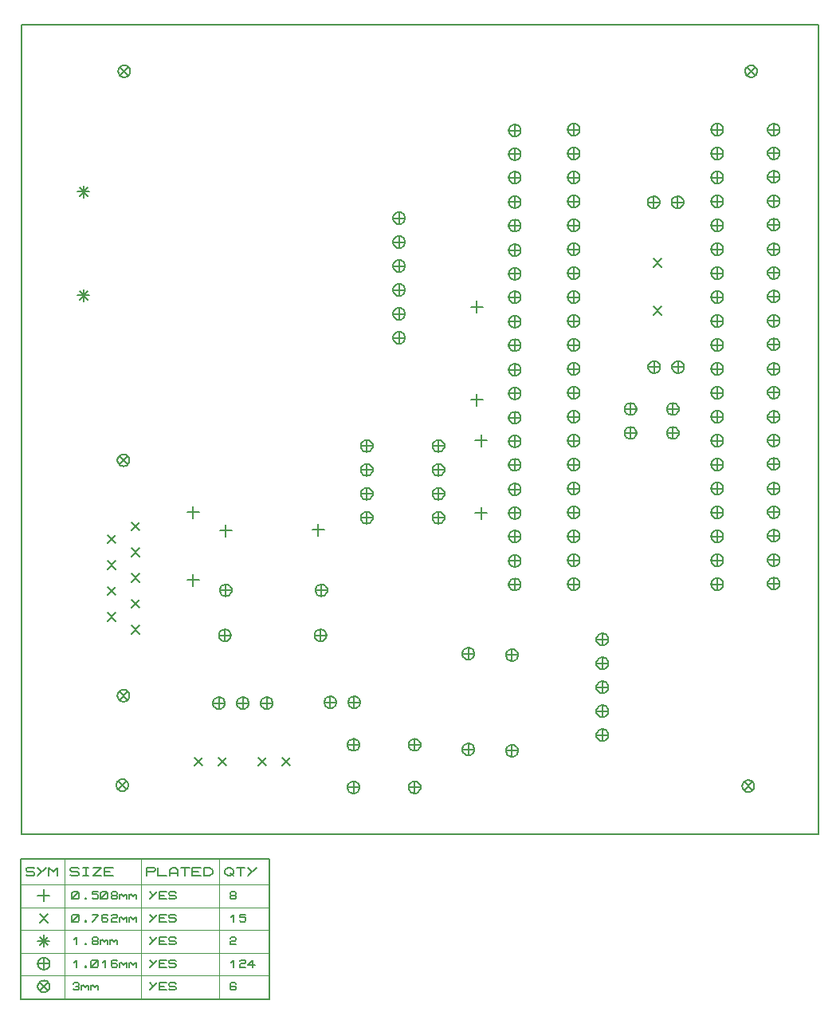
<source format=gbr>
G04 PROTEUS RS274X GERBER FILE*
%FSLAX45Y45*%
%MOMM*%
G01*
%ADD17C,0.203200*%
%ADD18C,0.127000*%
%ADD19C,0.063500*%
D17*
X-6558000Y+5663500D02*
X-6558000Y+5536500D01*
X-6621500Y+5600000D02*
X-6494500Y+5600000D01*
X-6558000Y+4893500D02*
X-6558000Y+4766500D01*
X-6621500Y+4830000D02*
X-6494500Y+4830000D01*
X-6602000Y+7083500D02*
X-6602000Y+6956500D01*
X-6665500Y+7020000D02*
X-6538500Y+7020000D01*
X-6602000Y+6093500D02*
X-6602000Y+5966500D01*
X-6665500Y+6030000D02*
X-6538500Y+6030000D01*
X-9269977Y+4708701D02*
X-9269977Y+4581701D01*
X-9333477Y+4645201D02*
X-9206477Y+4645201D01*
X-8290000Y+4713500D02*
X-8290000Y+4586500D01*
X-8353500Y+4650000D02*
X-8226500Y+4650000D01*
X-9620000Y+4183500D02*
X-9620000Y+4056500D01*
X-9683500Y+4120000D02*
X-9556500Y+4120000D01*
X-9620000Y+4903500D02*
X-9620000Y+4776500D01*
X-9683500Y+4840000D02*
X-9556500Y+4840000D01*
X-8674901Y+2234901D02*
X-8585099Y+2145099D01*
X-8674901Y+2145099D02*
X-8585099Y+2234901D01*
X-8928901Y+2234901D02*
X-8839099Y+2145099D01*
X-8928901Y+2145099D02*
X-8839099Y+2234901D01*
X-9604901Y+2234901D02*
X-9515099Y+2145099D01*
X-9604901Y+2145099D02*
X-9515099Y+2234901D01*
X-9350901Y+2234901D02*
X-9261099Y+2145099D01*
X-9350901Y+2145099D02*
X-9261099Y+2234901D01*
X-9206500Y+4010000D02*
X-9206717Y+4015247D01*
X-9208482Y+4025742D01*
X-9212174Y+4036237D01*
X-9218202Y+4046732D01*
X-9227424Y+4057112D01*
X-9237919Y+4064800D01*
X-9248414Y+4069718D01*
X-9258909Y+4072524D01*
X-9269404Y+4073497D01*
X-9270000Y+4073500D01*
X-9333500Y+4010000D02*
X-9333283Y+4015247D01*
X-9331518Y+4025742D01*
X-9327826Y+4036237D01*
X-9321798Y+4046732D01*
X-9312576Y+4057112D01*
X-9302081Y+4064800D01*
X-9291586Y+4069718D01*
X-9281091Y+4072524D01*
X-9270596Y+4073497D01*
X-9270000Y+4073500D01*
X-9333500Y+4010000D02*
X-9333283Y+4004753D01*
X-9331518Y+3994258D01*
X-9327826Y+3983763D01*
X-9321798Y+3973268D01*
X-9312576Y+3962888D01*
X-9302081Y+3955200D01*
X-9291586Y+3950282D01*
X-9281091Y+3947476D01*
X-9270596Y+3946503D01*
X-9270000Y+3946500D01*
X-9206500Y+4010000D02*
X-9206717Y+4004753D01*
X-9208482Y+3994258D01*
X-9212174Y+3983763D01*
X-9218202Y+3973268D01*
X-9227424Y+3962888D01*
X-9237919Y+3955200D01*
X-9248414Y+3950282D01*
X-9258909Y+3947476D01*
X-9269404Y+3946503D01*
X-9270000Y+3946500D01*
X-9270000Y+4073500D02*
X-9270000Y+3946500D01*
X-9333500Y+4010000D02*
X-9206500Y+4010000D01*
X-8190500Y+4010000D02*
X-8190717Y+4015247D01*
X-8192482Y+4025742D01*
X-8196174Y+4036237D01*
X-8202202Y+4046732D01*
X-8211424Y+4057112D01*
X-8221919Y+4064800D01*
X-8232414Y+4069718D01*
X-8242909Y+4072524D01*
X-8253404Y+4073497D01*
X-8254000Y+4073500D01*
X-8317500Y+4010000D02*
X-8317283Y+4015247D01*
X-8315518Y+4025742D01*
X-8311826Y+4036237D01*
X-8305798Y+4046732D01*
X-8296576Y+4057112D01*
X-8286081Y+4064800D01*
X-8275586Y+4069718D01*
X-8265091Y+4072524D01*
X-8254596Y+4073497D01*
X-8254000Y+4073500D01*
X-8317500Y+4010000D02*
X-8317283Y+4004753D01*
X-8315518Y+3994258D01*
X-8311826Y+3983763D01*
X-8305798Y+3973268D01*
X-8296576Y+3962888D01*
X-8286081Y+3955200D01*
X-8275586Y+3950282D01*
X-8265091Y+3947476D01*
X-8254596Y+3946503D01*
X-8254000Y+3946500D01*
X-8190500Y+4010000D02*
X-8190717Y+4004753D01*
X-8192482Y+3994258D01*
X-8196174Y+3983763D01*
X-8202202Y+3973268D01*
X-8211424Y+3962888D01*
X-8221919Y+3955200D01*
X-8232414Y+3950282D01*
X-8242909Y+3947476D01*
X-8253404Y+3946503D01*
X-8254000Y+3946500D01*
X-8254000Y+4073500D02*
X-8254000Y+3946500D01*
X-8317500Y+4010000D02*
X-8190500Y+4010000D01*
X-6166500Y+3322000D02*
X-6166717Y+3327247D01*
X-6168482Y+3337742D01*
X-6172174Y+3348237D01*
X-6178202Y+3358732D01*
X-6187424Y+3369112D01*
X-6197919Y+3376800D01*
X-6208414Y+3381718D01*
X-6218909Y+3384524D01*
X-6229404Y+3385497D01*
X-6230000Y+3385500D01*
X-6293500Y+3322000D02*
X-6293283Y+3327247D01*
X-6291518Y+3337742D01*
X-6287826Y+3348237D01*
X-6281798Y+3358732D01*
X-6272576Y+3369112D01*
X-6262081Y+3376800D01*
X-6251586Y+3381718D01*
X-6241091Y+3384524D01*
X-6230596Y+3385497D01*
X-6230000Y+3385500D01*
X-6293500Y+3322000D02*
X-6293283Y+3316753D01*
X-6291518Y+3306258D01*
X-6287826Y+3295763D01*
X-6281798Y+3285268D01*
X-6272576Y+3274888D01*
X-6262081Y+3267200D01*
X-6251586Y+3262282D01*
X-6241091Y+3259476D01*
X-6230596Y+3258503D01*
X-6230000Y+3258500D01*
X-6166500Y+3322000D02*
X-6166717Y+3316753D01*
X-6168482Y+3306258D01*
X-6172174Y+3295763D01*
X-6178202Y+3285268D01*
X-6187424Y+3274888D01*
X-6197919Y+3267200D01*
X-6208414Y+3262282D01*
X-6218909Y+3259476D01*
X-6229404Y+3258503D01*
X-6230000Y+3258500D01*
X-6230000Y+3385500D02*
X-6230000Y+3258500D01*
X-6293500Y+3322000D02*
X-6166500Y+3322000D01*
X-6166500Y+2306000D02*
X-6166717Y+2311247D01*
X-6168482Y+2321742D01*
X-6172174Y+2332237D01*
X-6178202Y+2342732D01*
X-6187424Y+2353112D01*
X-6197919Y+2360800D01*
X-6208414Y+2365718D01*
X-6218909Y+2368524D01*
X-6229404Y+2369497D01*
X-6230000Y+2369500D01*
X-6293500Y+2306000D02*
X-6293283Y+2311247D01*
X-6291518Y+2321742D01*
X-6287826Y+2332237D01*
X-6281798Y+2342732D01*
X-6272576Y+2353112D01*
X-6262081Y+2360800D01*
X-6251586Y+2365718D01*
X-6241091Y+2368524D01*
X-6230596Y+2369497D01*
X-6230000Y+2369500D01*
X-6293500Y+2306000D02*
X-6293283Y+2300753D01*
X-6291518Y+2290258D01*
X-6287826Y+2279763D01*
X-6281798Y+2269268D01*
X-6272576Y+2258888D01*
X-6262081Y+2251200D01*
X-6251586Y+2246282D01*
X-6241091Y+2243476D01*
X-6230596Y+2242503D01*
X-6230000Y+2242500D01*
X-6166500Y+2306000D02*
X-6166717Y+2300753D01*
X-6168482Y+2290258D01*
X-6172174Y+2279763D01*
X-6178202Y+2269268D01*
X-6187424Y+2258888D01*
X-6197919Y+2251200D01*
X-6208414Y+2246282D01*
X-6218909Y+2243476D01*
X-6229404Y+2242503D01*
X-6230000Y+2242500D01*
X-6230000Y+2369500D02*
X-6230000Y+2242500D01*
X-6293500Y+2306000D02*
X-6166500Y+2306000D01*
X-9280500Y+2810000D02*
X-9280717Y+2815247D01*
X-9282482Y+2825742D01*
X-9286174Y+2836237D01*
X-9292202Y+2846732D01*
X-9301424Y+2857112D01*
X-9311919Y+2864800D01*
X-9322414Y+2869718D01*
X-9332909Y+2872524D01*
X-9343404Y+2873497D01*
X-9344000Y+2873500D01*
X-9407500Y+2810000D02*
X-9407283Y+2815247D01*
X-9405518Y+2825742D01*
X-9401826Y+2836237D01*
X-9395798Y+2846732D01*
X-9386576Y+2857112D01*
X-9376081Y+2864800D01*
X-9365586Y+2869718D01*
X-9355091Y+2872524D01*
X-9344596Y+2873497D01*
X-9344000Y+2873500D01*
X-9407500Y+2810000D02*
X-9407283Y+2804753D01*
X-9405518Y+2794258D01*
X-9401826Y+2783763D01*
X-9395798Y+2773268D01*
X-9386576Y+2762888D01*
X-9376081Y+2755200D01*
X-9365586Y+2750282D01*
X-9355091Y+2747476D01*
X-9344596Y+2746503D01*
X-9344000Y+2746500D01*
X-9280500Y+2810000D02*
X-9280717Y+2804753D01*
X-9282482Y+2794258D01*
X-9286174Y+2783763D01*
X-9292202Y+2773268D01*
X-9301424Y+2762888D01*
X-9311919Y+2755200D01*
X-9322414Y+2750282D01*
X-9332909Y+2747476D01*
X-9343404Y+2746503D01*
X-9344000Y+2746500D01*
X-9344000Y+2873500D02*
X-9344000Y+2746500D01*
X-9407500Y+2810000D02*
X-9280500Y+2810000D01*
X-9026500Y+2810000D02*
X-9026717Y+2815247D01*
X-9028482Y+2825742D01*
X-9032174Y+2836237D01*
X-9038202Y+2846732D01*
X-9047424Y+2857112D01*
X-9057919Y+2864800D01*
X-9068414Y+2869718D01*
X-9078909Y+2872524D01*
X-9089404Y+2873497D01*
X-9090000Y+2873500D01*
X-9153500Y+2810000D02*
X-9153283Y+2815247D01*
X-9151518Y+2825742D01*
X-9147826Y+2836237D01*
X-9141798Y+2846732D01*
X-9132576Y+2857112D01*
X-9122081Y+2864800D01*
X-9111586Y+2869718D01*
X-9101091Y+2872524D01*
X-9090596Y+2873497D01*
X-9090000Y+2873500D01*
X-9153500Y+2810000D02*
X-9153283Y+2804753D01*
X-9151518Y+2794258D01*
X-9147826Y+2783763D01*
X-9141798Y+2773268D01*
X-9132576Y+2762888D01*
X-9122081Y+2755200D01*
X-9111586Y+2750282D01*
X-9101091Y+2747476D01*
X-9090596Y+2746503D01*
X-9090000Y+2746500D01*
X-9026500Y+2810000D02*
X-9026717Y+2804753D01*
X-9028482Y+2794258D01*
X-9032174Y+2783763D01*
X-9038202Y+2773268D01*
X-9047424Y+2762888D01*
X-9057919Y+2755200D01*
X-9068414Y+2750282D01*
X-9078909Y+2747476D01*
X-9089404Y+2746503D01*
X-9090000Y+2746500D01*
X-9090000Y+2873500D02*
X-9090000Y+2746500D01*
X-9153500Y+2810000D02*
X-9026500Y+2810000D01*
X-8772500Y+2810000D02*
X-8772717Y+2815247D01*
X-8774482Y+2825742D01*
X-8778174Y+2836237D01*
X-8784202Y+2846732D01*
X-8793424Y+2857112D01*
X-8803919Y+2864800D01*
X-8814414Y+2869718D01*
X-8824909Y+2872524D01*
X-8835404Y+2873497D01*
X-8836000Y+2873500D01*
X-8899500Y+2810000D02*
X-8899283Y+2815247D01*
X-8897518Y+2825742D01*
X-8893826Y+2836237D01*
X-8887798Y+2846732D01*
X-8878576Y+2857112D01*
X-8868081Y+2864800D01*
X-8857586Y+2869718D01*
X-8847091Y+2872524D01*
X-8836596Y+2873497D01*
X-8836000Y+2873500D01*
X-8899500Y+2810000D02*
X-8899283Y+2804753D01*
X-8897518Y+2794258D01*
X-8893826Y+2783763D01*
X-8887798Y+2773268D01*
X-8878576Y+2762888D01*
X-8868081Y+2755200D01*
X-8857586Y+2750282D01*
X-8847091Y+2747476D01*
X-8836596Y+2746503D01*
X-8836000Y+2746500D01*
X-8772500Y+2810000D02*
X-8772717Y+2804753D01*
X-8774482Y+2794258D01*
X-8778174Y+2783763D01*
X-8784202Y+2773268D01*
X-8793424Y+2762888D01*
X-8803919Y+2755200D01*
X-8814414Y+2750282D01*
X-8824909Y+2747476D01*
X-8835404Y+2746503D01*
X-8836000Y+2746500D01*
X-8836000Y+2873500D02*
X-8836000Y+2746500D01*
X-8899500Y+2810000D02*
X-8772500Y+2810000D01*
X-7200500Y+2368000D02*
X-7200717Y+2373247D01*
X-7202482Y+2383742D01*
X-7206174Y+2394237D01*
X-7212202Y+2404732D01*
X-7221424Y+2415112D01*
X-7231919Y+2422800D01*
X-7242414Y+2427718D01*
X-7252909Y+2430524D01*
X-7263404Y+2431497D01*
X-7264000Y+2431500D01*
X-7327500Y+2368000D02*
X-7327283Y+2373247D01*
X-7325518Y+2383742D01*
X-7321826Y+2394237D01*
X-7315798Y+2404732D01*
X-7306576Y+2415112D01*
X-7296081Y+2422800D01*
X-7285586Y+2427718D01*
X-7275091Y+2430524D01*
X-7264596Y+2431497D01*
X-7264000Y+2431500D01*
X-7327500Y+2368000D02*
X-7327283Y+2362753D01*
X-7325518Y+2352258D01*
X-7321826Y+2341763D01*
X-7315798Y+2331268D01*
X-7306576Y+2320888D01*
X-7296081Y+2313200D01*
X-7285586Y+2308282D01*
X-7275091Y+2305476D01*
X-7264596Y+2304503D01*
X-7264000Y+2304500D01*
X-7200500Y+2368000D02*
X-7200717Y+2362753D01*
X-7202482Y+2352258D01*
X-7206174Y+2341763D01*
X-7212202Y+2331268D01*
X-7221424Y+2320888D01*
X-7231919Y+2313200D01*
X-7242414Y+2308282D01*
X-7252909Y+2305476D01*
X-7263404Y+2304503D01*
X-7264000Y+2304500D01*
X-7264000Y+2431500D02*
X-7264000Y+2304500D01*
X-7327500Y+2368000D02*
X-7200500Y+2368000D01*
X-7850500Y+2368000D02*
X-7850717Y+2373247D01*
X-7852482Y+2383742D01*
X-7856174Y+2394237D01*
X-7862202Y+2404732D01*
X-7871424Y+2415112D01*
X-7881919Y+2422800D01*
X-7892414Y+2427718D01*
X-7902909Y+2430524D01*
X-7913404Y+2431497D01*
X-7914000Y+2431500D01*
X-7977500Y+2368000D02*
X-7977283Y+2373247D01*
X-7975518Y+2383742D01*
X-7971826Y+2394237D01*
X-7965798Y+2404732D01*
X-7956576Y+2415112D01*
X-7946081Y+2422800D01*
X-7935586Y+2427718D01*
X-7925091Y+2430524D01*
X-7914596Y+2431497D01*
X-7914000Y+2431500D01*
X-7977500Y+2368000D02*
X-7977283Y+2362753D01*
X-7975518Y+2352258D01*
X-7971826Y+2341763D01*
X-7965798Y+2331268D01*
X-7956576Y+2320888D01*
X-7946081Y+2313200D01*
X-7935586Y+2308282D01*
X-7925091Y+2305476D01*
X-7914596Y+2304503D01*
X-7914000Y+2304500D01*
X-7850500Y+2368000D02*
X-7850717Y+2362753D01*
X-7852482Y+2352258D01*
X-7856174Y+2341763D01*
X-7862202Y+2331268D01*
X-7871424Y+2320888D01*
X-7881919Y+2313200D01*
X-7892414Y+2308282D01*
X-7902909Y+2305476D01*
X-7913404Y+2304503D01*
X-7914000Y+2304500D01*
X-7914000Y+2431500D02*
X-7914000Y+2304500D01*
X-7977500Y+2368000D02*
X-7850500Y+2368000D01*
X-7200500Y+1918000D02*
X-7200717Y+1923247D01*
X-7202482Y+1933742D01*
X-7206174Y+1944237D01*
X-7212202Y+1954732D01*
X-7221424Y+1965112D01*
X-7231919Y+1972800D01*
X-7242414Y+1977718D01*
X-7252909Y+1980524D01*
X-7263404Y+1981497D01*
X-7264000Y+1981500D01*
X-7327500Y+1918000D02*
X-7327283Y+1923247D01*
X-7325518Y+1933742D01*
X-7321826Y+1944237D01*
X-7315798Y+1954732D01*
X-7306576Y+1965112D01*
X-7296081Y+1972800D01*
X-7285586Y+1977718D01*
X-7275091Y+1980524D01*
X-7264596Y+1981497D01*
X-7264000Y+1981500D01*
X-7327500Y+1918000D02*
X-7327283Y+1912753D01*
X-7325518Y+1902258D01*
X-7321826Y+1891763D01*
X-7315798Y+1881268D01*
X-7306576Y+1870888D01*
X-7296081Y+1863200D01*
X-7285586Y+1858282D01*
X-7275091Y+1855476D01*
X-7264596Y+1854503D01*
X-7264000Y+1854500D01*
X-7200500Y+1918000D02*
X-7200717Y+1912753D01*
X-7202482Y+1902258D01*
X-7206174Y+1891763D01*
X-7212202Y+1881268D01*
X-7221424Y+1870888D01*
X-7231919Y+1863200D01*
X-7242414Y+1858282D01*
X-7252909Y+1855476D01*
X-7263404Y+1854503D01*
X-7264000Y+1854500D01*
X-7264000Y+1981500D02*
X-7264000Y+1854500D01*
X-7327500Y+1918000D02*
X-7200500Y+1918000D01*
X-7850500Y+1918000D02*
X-7850717Y+1923247D01*
X-7852482Y+1933742D01*
X-7856174Y+1944237D01*
X-7862202Y+1954732D01*
X-7871424Y+1965112D01*
X-7881919Y+1972800D01*
X-7892414Y+1977718D01*
X-7902909Y+1980524D01*
X-7913404Y+1981497D01*
X-7914000Y+1981500D01*
X-7977500Y+1918000D02*
X-7977283Y+1923247D01*
X-7975518Y+1933742D01*
X-7971826Y+1944237D01*
X-7965798Y+1954732D01*
X-7956576Y+1965112D01*
X-7946081Y+1972800D01*
X-7935586Y+1977718D01*
X-7925091Y+1980524D01*
X-7914596Y+1981497D01*
X-7914000Y+1981500D01*
X-7977500Y+1918000D02*
X-7977283Y+1912753D01*
X-7975518Y+1902258D01*
X-7971826Y+1891763D01*
X-7965798Y+1881268D01*
X-7956576Y+1870888D01*
X-7946081Y+1863200D01*
X-7935586Y+1858282D01*
X-7925091Y+1855476D01*
X-7914596Y+1854503D01*
X-7914000Y+1854500D01*
X-7850500Y+1918000D02*
X-7850717Y+1912753D01*
X-7852482Y+1902258D01*
X-7856174Y+1891763D01*
X-7862202Y+1881268D01*
X-7871424Y+1870888D01*
X-7881919Y+1863200D01*
X-7892414Y+1858282D01*
X-7902909Y+1855476D01*
X-7913404Y+1854503D01*
X-7914000Y+1854500D01*
X-7914000Y+1981500D02*
X-7914000Y+1854500D01*
X-7977500Y+1918000D02*
X-7850500Y+1918000D01*
X-5206801Y+2470865D02*
X-5207018Y+2476112D01*
X-5208783Y+2486607D01*
X-5212475Y+2497102D01*
X-5218503Y+2507597D01*
X-5227725Y+2517977D01*
X-5238220Y+2525665D01*
X-5248715Y+2530583D01*
X-5259210Y+2533389D01*
X-5269705Y+2534362D01*
X-5270301Y+2534365D01*
X-5333801Y+2470865D02*
X-5333584Y+2476112D01*
X-5331819Y+2486607D01*
X-5328127Y+2497102D01*
X-5322099Y+2507597D01*
X-5312877Y+2517977D01*
X-5302382Y+2525665D01*
X-5291887Y+2530583D01*
X-5281392Y+2533389D01*
X-5270897Y+2534362D01*
X-5270301Y+2534365D01*
X-5333801Y+2470865D02*
X-5333584Y+2465618D01*
X-5331819Y+2455123D01*
X-5328127Y+2444628D01*
X-5322099Y+2434133D01*
X-5312877Y+2423753D01*
X-5302382Y+2416065D01*
X-5291887Y+2411147D01*
X-5281392Y+2408341D01*
X-5270897Y+2407368D01*
X-5270301Y+2407365D01*
X-5206801Y+2470865D02*
X-5207018Y+2465618D01*
X-5208783Y+2455123D01*
X-5212475Y+2444628D01*
X-5218503Y+2434133D01*
X-5227725Y+2423753D01*
X-5238220Y+2416065D01*
X-5248715Y+2411147D01*
X-5259210Y+2408341D01*
X-5269705Y+2407368D01*
X-5270301Y+2407365D01*
X-5270301Y+2534365D02*
X-5270301Y+2407365D01*
X-5333801Y+2470865D02*
X-5206801Y+2470865D01*
X-5206801Y+2724865D02*
X-5207018Y+2730112D01*
X-5208783Y+2740607D01*
X-5212475Y+2751102D01*
X-5218503Y+2761597D01*
X-5227725Y+2771977D01*
X-5238220Y+2779665D01*
X-5248715Y+2784583D01*
X-5259210Y+2787389D01*
X-5269705Y+2788362D01*
X-5270301Y+2788365D01*
X-5333801Y+2724865D02*
X-5333584Y+2730112D01*
X-5331819Y+2740607D01*
X-5328127Y+2751102D01*
X-5322099Y+2761597D01*
X-5312877Y+2771977D01*
X-5302382Y+2779665D01*
X-5291887Y+2784583D01*
X-5281392Y+2787389D01*
X-5270897Y+2788362D01*
X-5270301Y+2788365D01*
X-5333801Y+2724865D02*
X-5333584Y+2719618D01*
X-5331819Y+2709123D01*
X-5328127Y+2698628D01*
X-5322099Y+2688133D01*
X-5312877Y+2677753D01*
X-5302382Y+2670065D01*
X-5291887Y+2665147D01*
X-5281392Y+2662341D01*
X-5270897Y+2661368D01*
X-5270301Y+2661365D01*
X-5206801Y+2724865D02*
X-5207018Y+2719618D01*
X-5208783Y+2709123D01*
X-5212475Y+2698628D01*
X-5218503Y+2688133D01*
X-5227725Y+2677753D01*
X-5238220Y+2670065D01*
X-5248715Y+2665147D01*
X-5259210Y+2662341D01*
X-5269705Y+2661368D01*
X-5270301Y+2661365D01*
X-5270301Y+2788365D02*
X-5270301Y+2661365D01*
X-5333801Y+2724865D02*
X-5206801Y+2724865D01*
X-5206801Y+2978865D02*
X-5207018Y+2984112D01*
X-5208783Y+2994607D01*
X-5212475Y+3005102D01*
X-5218503Y+3015597D01*
X-5227725Y+3025977D01*
X-5238220Y+3033665D01*
X-5248715Y+3038583D01*
X-5259210Y+3041389D01*
X-5269705Y+3042362D01*
X-5270301Y+3042365D01*
X-5333801Y+2978865D02*
X-5333584Y+2984112D01*
X-5331819Y+2994607D01*
X-5328127Y+3005102D01*
X-5322099Y+3015597D01*
X-5312877Y+3025977D01*
X-5302382Y+3033665D01*
X-5291887Y+3038583D01*
X-5281392Y+3041389D01*
X-5270897Y+3042362D01*
X-5270301Y+3042365D01*
X-5333801Y+2978865D02*
X-5333584Y+2973618D01*
X-5331819Y+2963123D01*
X-5328127Y+2952628D01*
X-5322099Y+2942133D01*
X-5312877Y+2931753D01*
X-5302382Y+2924065D01*
X-5291887Y+2919147D01*
X-5281392Y+2916341D01*
X-5270897Y+2915368D01*
X-5270301Y+2915365D01*
X-5206801Y+2978865D02*
X-5207018Y+2973618D01*
X-5208783Y+2963123D01*
X-5212475Y+2952628D01*
X-5218503Y+2942133D01*
X-5227725Y+2931753D01*
X-5238220Y+2924065D01*
X-5248715Y+2919147D01*
X-5259210Y+2916341D01*
X-5269705Y+2915368D01*
X-5270301Y+2915365D01*
X-5270301Y+3042365D02*
X-5270301Y+2915365D01*
X-5333801Y+2978865D02*
X-5206801Y+2978865D01*
X-5206801Y+3232865D02*
X-5207018Y+3238112D01*
X-5208783Y+3248607D01*
X-5212475Y+3259102D01*
X-5218503Y+3269597D01*
X-5227725Y+3279977D01*
X-5238220Y+3287665D01*
X-5248715Y+3292583D01*
X-5259210Y+3295389D01*
X-5269705Y+3296362D01*
X-5270301Y+3296365D01*
X-5333801Y+3232865D02*
X-5333584Y+3238112D01*
X-5331819Y+3248607D01*
X-5328127Y+3259102D01*
X-5322099Y+3269597D01*
X-5312877Y+3279977D01*
X-5302382Y+3287665D01*
X-5291887Y+3292583D01*
X-5281392Y+3295389D01*
X-5270897Y+3296362D01*
X-5270301Y+3296365D01*
X-5333801Y+3232865D02*
X-5333584Y+3227618D01*
X-5331819Y+3217123D01*
X-5328127Y+3206628D01*
X-5322099Y+3196133D01*
X-5312877Y+3185753D01*
X-5302382Y+3178065D01*
X-5291887Y+3173147D01*
X-5281392Y+3170341D01*
X-5270897Y+3169368D01*
X-5270301Y+3169365D01*
X-5206801Y+3232865D02*
X-5207018Y+3227618D01*
X-5208783Y+3217123D01*
X-5212475Y+3206628D01*
X-5218503Y+3196133D01*
X-5227725Y+3185753D01*
X-5238220Y+3178065D01*
X-5248715Y+3173147D01*
X-5259210Y+3170341D01*
X-5269705Y+3169368D01*
X-5270301Y+3169365D01*
X-5270301Y+3296365D02*
X-5270301Y+3169365D01*
X-5333801Y+3232865D02*
X-5206801Y+3232865D01*
X-5206801Y+3486865D02*
X-5207018Y+3492112D01*
X-5208783Y+3502607D01*
X-5212475Y+3513102D01*
X-5218503Y+3523597D01*
X-5227725Y+3533977D01*
X-5238220Y+3541665D01*
X-5248715Y+3546583D01*
X-5259210Y+3549389D01*
X-5269705Y+3550362D01*
X-5270301Y+3550365D01*
X-5333801Y+3486865D02*
X-5333584Y+3492112D01*
X-5331819Y+3502607D01*
X-5328127Y+3513102D01*
X-5322099Y+3523597D01*
X-5312877Y+3533977D01*
X-5302382Y+3541665D01*
X-5291887Y+3546583D01*
X-5281392Y+3549389D01*
X-5270897Y+3550362D01*
X-5270301Y+3550365D01*
X-5333801Y+3486865D02*
X-5333584Y+3481618D01*
X-5331819Y+3471123D01*
X-5328127Y+3460628D01*
X-5322099Y+3450133D01*
X-5312877Y+3439753D01*
X-5302382Y+3432065D01*
X-5291887Y+3427147D01*
X-5281392Y+3424341D01*
X-5270897Y+3423368D01*
X-5270301Y+3423365D01*
X-5206801Y+3486865D02*
X-5207018Y+3481618D01*
X-5208783Y+3471123D01*
X-5212475Y+3460628D01*
X-5218503Y+3450133D01*
X-5227725Y+3439753D01*
X-5238220Y+3432065D01*
X-5248715Y+3427147D01*
X-5259210Y+3424341D01*
X-5269705Y+3423368D01*
X-5270301Y+3423365D01*
X-5270301Y+3550365D02*
X-5270301Y+3423365D01*
X-5333801Y+3486865D02*
X-5206801Y+3486865D01*
X-6630500Y+2320000D02*
X-6630717Y+2325247D01*
X-6632482Y+2335742D01*
X-6636174Y+2346237D01*
X-6642202Y+2356732D01*
X-6651424Y+2367112D01*
X-6661919Y+2374800D01*
X-6672414Y+2379718D01*
X-6682909Y+2382524D01*
X-6693404Y+2383497D01*
X-6694000Y+2383500D01*
X-6757500Y+2320000D02*
X-6757283Y+2325247D01*
X-6755518Y+2335742D01*
X-6751826Y+2346237D01*
X-6745798Y+2356732D01*
X-6736576Y+2367112D01*
X-6726081Y+2374800D01*
X-6715586Y+2379718D01*
X-6705091Y+2382524D01*
X-6694596Y+2383497D01*
X-6694000Y+2383500D01*
X-6757500Y+2320000D02*
X-6757283Y+2314753D01*
X-6755518Y+2304258D01*
X-6751826Y+2293763D01*
X-6745798Y+2283268D01*
X-6736576Y+2272888D01*
X-6726081Y+2265200D01*
X-6715586Y+2260282D01*
X-6705091Y+2257476D01*
X-6694596Y+2256503D01*
X-6694000Y+2256500D01*
X-6630500Y+2320000D02*
X-6630717Y+2314753D01*
X-6632482Y+2304258D01*
X-6636174Y+2293763D01*
X-6642202Y+2283268D01*
X-6651424Y+2272888D01*
X-6661919Y+2265200D01*
X-6672414Y+2260282D01*
X-6682909Y+2257476D01*
X-6693404Y+2256503D01*
X-6694000Y+2256500D01*
X-6694000Y+2383500D02*
X-6694000Y+2256500D01*
X-6757500Y+2320000D02*
X-6630500Y+2320000D01*
X-6630500Y+3336000D02*
X-6630717Y+3341247D01*
X-6632482Y+3351742D01*
X-6636174Y+3362237D01*
X-6642202Y+3372732D01*
X-6651424Y+3383112D01*
X-6661919Y+3390800D01*
X-6672414Y+3395718D01*
X-6682909Y+3398524D01*
X-6693404Y+3399497D01*
X-6694000Y+3399500D01*
X-6757500Y+3336000D02*
X-6757283Y+3341247D01*
X-6755518Y+3351742D01*
X-6751826Y+3362237D01*
X-6745798Y+3372732D01*
X-6736576Y+3383112D01*
X-6726081Y+3390800D01*
X-6715586Y+3395718D01*
X-6705091Y+3398524D01*
X-6694596Y+3399497D01*
X-6694000Y+3399500D01*
X-6757500Y+3336000D02*
X-6757283Y+3330753D01*
X-6755518Y+3320258D01*
X-6751826Y+3309763D01*
X-6745798Y+3299268D01*
X-6736576Y+3288888D01*
X-6726081Y+3281200D01*
X-6715586Y+3276282D01*
X-6705091Y+3273476D01*
X-6694596Y+3272503D01*
X-6694000Y+3272500D01*
X-6630500Y+3336000D02*
X-6630717Y+3330753D01*
X-6632482Y+3320258D01*
X-6636174Y+3309763D01*
X-6642202Y+3299268D01*
X-6651424Y+3288888D01*
X-6661919Y+3281200D01*
X-6672414Y+3276282D01*
X-6682909Y+3273476D01*
X-6693404Y+3272503D01*
X-6694000Y+3272500D01*
X-6694000Y+3399500D02*
X-6694000Y+3272500D01*
X-6757500Y+3336000D02*
X-6630500Y+3336000D01*
X-4402801Y+6378865D02*
X-4403018Y+6384112D01*
X-4404783Y+6394607D01*
X-4408475Y+6405102D01*
X-4414503Y+6415597D01*
X-4423725Y+6425977D01*
X-4434220Y+6433665D01*
X-4444715Y+6438583D01*
X-4455210Y+6441389D01*
X-4465705Y+6442362D01*
X-4466301Y+6442365D01*
X-4529801Y+6378865D02*
X-4529584Y+6384112D01*
X-4527819Y+6394607D01*
X-4524127Y+6405102D01*
X-4518099Y+6415597D01*
X-4508877Y+6425977D01*
X-4498382Y+6433665D01*
X-4487887Y+6438583D01*
X-4477392Y+6441389D01*
X-4466897Y+6442362D01*
X-4466301Y+6442365D01*
X-4529801Y+6378865D02*
X-4529584Y+6373618D01*
X-4527819Y+6363123D01*
X-4524127Y+6352628D01*
X-4518099Y+6342133D01*
X-4508877Y+6331753D01*
X-4498382Y+6324065D01*
X-4487887Y+6319147D01*
X-4477392Y+6316341D01*
X-4466897Y+6315368D01*
X-4466301Y+6315365D01*
X-4402801Y+6378865D02*
X-4403018Y+6373618D01*
X-4404783Y+6363123D01*
X-4408475Y+6352628D01*
X-4414503Y+6342133D01*
X-4423725Y+6331753D01*
X-4434220Y+6324065D01*
X-4444715Y+6319147D01*
X-4455210Y+6316341D01*
X-4465705Y+6315368D01*
X-4466301Y+6315365D01*
X-4466301Y+6442365D02*
X-4466301Y+6315365D01*
X-4529801Y+6378865D02*
X-4402801Y+6378865D01*
X-4656801Y+6378865D02*
X-4657018Y+6384112D01*
X-4658783Y+6394607D01*
X-4662475Y+6405102D01*
X-4668503Y+6415597D01*
X-4677725Y+6425977D01*
X-4688220Y+6433665D01*
X-4698715Y+6438583D01*
X-4709210Y+6441389D01*
X-4719705Y+6442362D01*
X-4720301Y+6442365D01*
X-4783801Y+6378865D02*
X-4783584Y+6384112D01*
X-4781819Y+6394607D01*
X-4778127Y+6405102D01*
X-4772099Y+6415597D01*
X-4762877Y+6425977D01*
X-4752382Y+6433665D01*
X-4741887Y+6438583D01*
X-4731392Y+6441389D01*
X-4720897Y+6442362D01*
X-4720301Y+6442365D01*
X-4783801Y+6378865D02*
X-4783584Y+6373618D01*
X-4781819Y+6363123D01*
X-4778127Y+6352628D01*
X-4772099Y+6342133D01*
X-4762877Y+6331753D01*
X-4752382Y+6324065D01*
X-4741887Y+6319147D01*
X-4731392Y+6316341D01*
X-4720897Y+6315368D01*
X-4720301Y+6315365D01*
X-4656801Y+6378865D02*
X-4657018Y+6373618D01*
X-4658783Y+6363123D01*
X-4662475Y+6352628D01*
X-4668503Y+6342133D01*
X-4677725Y+6331753D01*
X-4688220Y+6324065D01*
X-4698715Y+6319147D01*
X-4709210Y+6316341D01*
X-4719705Y+6315368D01*
X-4720301Y+6315365D01*
X-4720301Y+6442365D02*
X-4720301Y+6315365D01*
X-4783801Y+6378865D02*
X-4656801Y+6378865D01*
X-4406801Y+8128865D02*
X-4407018Y+8134112D01*
X-4408783Y+8144607D01*
X-4412475Y+8155102D01*
X-4418503Y+8165597D01*
X-4427725Y+8175977D01*
X-4438220Y+8183665D01*
X-4448715Y+8188583D01*
X-4459210Y+8191389D01*
X-4469705Y+8192362D01*
X-4470301Y+8192365D01*
X-4533801Y+8128865D02*
X-4533584Y+8134112D01*
X-4531819Y+8144607D01*
X-4528127Y+8155102D01*
X-4522099Y+8165597D01*
X-4512877Y+8175977D01*
X-4502382Y+8183665D01*
X-4491887Y+8188583D01*
X-4481392Y+8191389D01*
X-4470897Y+8192362D01*
X-4470301Y+8192365D01*
X-4533801Y+8128865D02*
X-4533584Y+8123618D01*
X-4531819Y+8113123D01*
X-4528127Y+8102628D01*
X-4522099Y+8092133D01*
X-4512877Y+8081753D01*
X-4502382Y+8074065D01*
X-4491887Y+8069147D01*
X-4481392Y+8066341D01*
X-4470897Y+8065368D01*
X-4470301Y+8065365D01*
X-4406801Y+8128865D02*
X-4407018Y+8123618D01*
X-4408783Y+8113123D01*
X-4412475Y+8102628D01*
X-4418503Y+8092133D01*
X-4427725Y+8081753D01*
X-4438220Y+8074065D01*
X-4448715Y+8069147D01*
X-4459210Y+8066341D01*
X-4469705Y+8065368D01*
X-4470301Y+8065365D01*
X-4470301Y+8192365D02*
X-4470301Y+8065365D01*
X-4533801Y+8128865D02*
X-4406801Y+8128865D01*
X-4660801Y+8128865D02*
X-4661018Y+8134112D01*
X-4662783Y+8144607D01*
X-4666475Y+8155102D01*
X-4672503Y+8165597D01*
X-4681725Y+8175977D01*
X-4692220Y+8183665D01*
X-4702715Y+8188583D01*
X-4713210Y+8191389D01*
X-4723705Y+8192362D01*
X-4724301Y+8192365D01*
X-4787801Y+8128865D02*
X-4787584Y+8134112D01*
X-4785819Y+8144607D01*
X-4782127Y+8155102D01*
X-4776099Y+8165597D01*
X-4766877Y+8175977D01*
X-4756382Y+8183665D01*
X-4745887Y+8188583D01*
X-4735392Y+8191389D01*
X-4724897Y+8192362D01*
X-4724301Y+8192365D01*
X-4787801Y+8128865D02*
X-4787584Y+8123618D01*
X-4785819Y+8113123D01*
X-4782127Y+8102628D01*
X-4776099Y+8092133D01*
X-4766877Y+8081753D01*
X-4756382Y+8074065D01*
X-4745887Y+8069147D01*
X-4735392Y+8066341D01*
X-4724897Y+8065368D01*
X-4724301Y+8065365D01*
X-4660801Y+8128865D02*
X-4661018Y+8123618D01*
X-4662783Y+8113123D01*
X-4666475Y+8102628D01*
X-4672503Y+8092133D01*
X-4681725Y+8081753D01*
X-4692220Y+8074065D01*
X-4702715Y+8069147D01*
X-4713210Y+8066341D01*
X-4723705Y+8065368D01*
X-4724301Y+8065365D01*
X-4724301Y+8192365D02*
X-4724301Y+8065365D01*
X-4787801Y+8128865D02*
X-4660801Y+8128865D01*
X-10274901Y+4733541D02*
X-10185099Y+4643739D01*
X-10274901Y+4643739D02*
X-10185099Y+4733541D01*
X-10274901Y+4459221D02*
X-10185099Y+4369419D01*
X-10274901Y+4369419D02*
X-10185099Y+4459221D01*
X-10274901Y+4184901D02*
X-10185099Y+4095099D01*
X-10274901Y+4095099D02*
X-10185099Y+4184901D01*
X-10274901Y+3910581D02*
X-10185099Y+3820779D01*
X-10274901Y+3820779D02*
X-10185099Y+3910581D01*
X-10274901Y+3636261D02*
X-10185099Y+3546459D01*
X-10274901Y+3546459D02*
X-10185099Y+3636261D01*
X-10528901Y+4596381D02*
X-10439099Y+4506579D01*
X-10528901Y+4506579D02*
X-10439099Y+4596381D01*
X-10528901Y+4322061D02*
X-10439099Y+4232259D01*
X-10528901Y+4232259D02*
X-10439099Y+4322061D01*
X-10528901Y+4047741D02*
X-10439099Y+3957939D01*
X-10528901Y+3957939D02*
X-10439099Y+4047741D01*
X-10528901Y+3773421D02*
X-10439099Y+3683619D01*
X-10528901Y+3683619D02*
X-10439099Y+3773421D01*
X-10293500Y+2890320D02*
X-10293717Y+2895567D01*
X-10295482Y+2906062D01*
X-10299174Y+2916557D01*
X-10305202Y+2927052D01*
X-10314424Y+2937432D01*
X-10324919Y+2945120D01*
X-10335414Y+2950038D01*
X-10345909Y+2952844D01*
X-10356404Y+2953817D01*
X-10357000Y+2953820D01*
X-10420500Y+2890320D02*
X-10420283Y+2895567D01*
X-10418518Y+2906062D01*
X-10414826Y+2916557D01*
X-10408798Y+2927052D01*
X-10399576Y+2937432D01*
X-10389081Y+2945120D01*
X-10378586Y+2950038D01*
X-10368091Y+2952844D01*
X-10357596Y+2953817D01*
X-10357000Y+2953820D01*
X-10420500Y+2890320D02*
X-10420283Y+2885073D01*
X-10418518Y+2874578D01*
X-10414826Y+2864083D01*
X-10408798Y+2853588D01*
X-10399576Y+2843208D01*
X-10389081Y+2835520D01*
X-10378586Y+2830602D01*
X-10368091Y+2827796D01*
X-10357596Y+2826823D01*
X-10357000Y+2826820D01*
X-10293500Y+2890320D02*
X-10293717Y+2885073D01*
X-10295482Y+2874578D01*
X-10299174Y+2864083D01*
X-10305202Y+2853588D01*
X-10314424Y+2843208D01*
X-10324919Y+2835520D01*
X-10335414Y+2830602D01*
X-10345909Y+2827796D01*
X-10356404Y+2826823D01*
X-10357000Y+2826820D01*
X-10401901Y+2935221D02*
X-10312099Y+2845419D01*
X-10401901Y+2845419D02*
X-10312099Y+2935221D01*
X-10293500Y+5389680D02*
X-10293717Y+5394927D01*
X-10295482Y+5405422D01*
X-10299174Y+5415917D01*
X-10305202Y+5426412D01*
X-10314424Y+5436792D01*
X-10324919Y+5444480D01*
X-10335414Y+5449398D01*
X-10345909Y+5452204D01*
X-10356404Y+5453177D01*
X-10357000Y+5453180D01*
X-10420500Y+5389680D02*
X-10420283Y+5394927D01*
X-10418518Y+5405422D01*
X-10414826Y+5415917D01*
X-10408798Y+5426412D01*
X-10399576Y+5436792D01*
X-10389081Y+5444480D01*
X-10378586Y+5449398D01*
X-10368091Y+5452204D01*
X-10357596Y+5453177D01*
X-10357000Y+5453180D01*
X-10420500Y+5389680D02*
X-10420283Y+5384433D01*
X-10418518Y+5373938D01*
X-10414826Y+5363443D01*
X-10408798Y+5352948D01*
X-10399576Y+5342568D01*
X-10389081Y+5334880D01*
X-10378586Y+5329962D01*
X-10368091Y+5327156D01*
X-10357596Y+5326183D01*
X-10357000Y+5326180D01*
X-10293500Y+5389680D02*
X-10293717Y+5384433D01*
X-10295482Y+5373938D01*
X-10299174Y+5363443D01*
X-10305202Y+5352948D01*
X-10314424Y+5342568D01*
X-10324919Y+5334880D01*
X-10335414Y+5329962D01*
X-10345909Y+5327156D01*
X-10356404Y+5326183D01*
X-10357000Y+5326180D01*
X-10401901Y+5434581D02*
X-10312099Y+5344779D01*
X-10401901Y+5344779D02*
X-10312099Y+5434581D01*
X-6946500Y+4780000D02*
X-6946717Y+4785247D01*
X-6948482Y+4795742D01*
X-6952174Y+4806237D01*
X-6958202Y+4816732D01*
X-6967424Y+4827112D01*
X-6977919Y+4834800D01*
X-6988414Y+4839718D01*
X-6998909Y+4842524D01*
X-7009404Y+4843497D01*
X-7010000Y+4843500D01*
X-7073500Y+4780000D02*
X-7073283Y+4785247D01*
X-7071518Y+4795742D01*
X-7067826Y+4806237D01*
X-7061798Y+4816732D01*
X-7052576Y+4827112D01*
X-7042081Y+4834800D01*
X-7031586Y+4839718D01*
X-7021091Y+4842524D01*
X-7010596Y+4843497D01*
X-7010000Y+4843500D01*
X-7073500Y+4780000D02*
X-7073283Y+4774753D01*
X-7071518Y+4764258D01*
X-7067826Y+4753763D01*
X-7061798Y+4743268D01*
X-7052576Y+4732888D01*
X-7042081Y+4725200D01*
X-7031586Y+4720282D01*
X-7021091Y+4717476D01*
X-7010596Y+4716503D01*
X-7010000Y+4716500D01*
X-6946500Y+4780000D02*
X-6946717Y+4774753D01*
X-6948482Y+4764258D01*
X-6952174Y+4753763D01*
X-6958202Y+4743268D01*
X-6967424Y+4732888D01*
X-6977919Y+4725200D01*
X-6988414Y+4720282D01*
X-6998909Y+4717476D01*
X-7009404Y+4716503D01*
X-7010000Y+4716500D01*
X-7010000Y+4843500D02*
X-7010000Y+4716500D01*
X-7073500Y+4780000D02*
X-6946500Y+4780000D01*
X-6946500Y+5034000D02*
X-6946717Y+5039247D01*
X-6948482Y+5049742D01*
X-6952174Y+5060237D01*
X-6958202Y+5070732D01*
X-6967424Y+5081112D01*
X-6977919Y+5088800D01*
X-6988414Y+5093718D01*
X-6998909Y+5096524D01*
X-7009404Y+5097497D01*
X-7010000Y+5097500D01*
X-7073500Y+5034000D02*
X-7073283Y+5039247D01*
X-7071518Y+5049742D01*
X-7067826Y+5060237D01*
X-7061798Y+5070732D01*
X-7052576Y+5081112D01*
X-7042081Y+5088800D01*
X-7031586Y+5093718D01*
X-7021091Y+5096524D01*
X-7010596Y+5097497D01*
X-7010000Y+5097500D01*
X-7073500Y+5034000D02*
X-7073283Y+5028753D01*
X-7071518Y+5018258D01*
X-7067826Y+5007763D01*
X-7061798Y+4997268D01*
X-7052576Y+4986888D01*
X-7042081Y+4979200D01*
X-7031586Y+4974282D01*
X-7021091Y+4971476D01*
X-7010596Y+4970503D01*
X-7010000Y+4970500D01*
X-6946500Y+5034000D02*
X-6946717Y+5028753D01*
X-6948482Y+5018258D01*
X-6952174Y+5007763D01*
X-6958202Y+4997268D01*
X-6967424Y+4986888D01*
X-6977919Y+4979200D01*
X-6988414Y+4974282D01*
X-6998909Y+4971476D01*
X-7009404Y+4970503D01*
X-7010000Y+4970500D01*
X-7010000Y+5097500D02*
X-7010000Y+4970500D01*
X-7073500Y+5034000D02*
X-6946500Y+5034000D01*
X-6946500Y+5288000D02*
X-6946717Y+5293247D01*
X-6948482Y+5303742D01*
X-6952174Y+5314237D01*
X-6958202Y+5324732D01*
X-6967424Y+5335112D01*
X-6977919Y+5342800D01*
X-6988414Y+5347718D01*
X-6998909Y+5350524D01*
X-7009404Y+5351497D01*
X-7010000Y+5351500D01*
X-7073500Y+5288000D02*
X-7073283Y+5293247D01*
X-7071518Y+5303742D01*
X-7067826Y+5314237D01*
X-7061798Y+5324732D01*
X-7052576Y+5335112D01*
X-7042081Y+5342800D01*
X-7031586Y+5347718D01*
X-7021091Y+5350524D01*
X-7010596Y+5351497D01*
X-7010000Y+5351500D01*
X-7073500Y+5288000D02*
X-7073283Y+5282753D01*
X-7071518Y+5272258D01*
X-7067826Y+5261763D01*
X-7061798Y+5251268D01*
X-7052576Y+5240888D01*
X-7042081Y+5233200D01*
X-7031586Y+5228282D01*
X-7021091Y+5225476D01*
X-7010596Y+5224503D01*
X-7010000Y+5224500D01*
X-6946500Y+5288000D02*
X-6946717Y+5282753D01*
X-6948482Y+5272258D01*
X-6952174Y+5261763D01*
X-6958202Y+5251268D01*
X-6967424Y+5240888D01*
X-6977919Y+5233200D01*
X-6988414Y+5228282D01*
X-6998909Y+5225476D01*
X-7009404Y+5224503D01*
X-7010000Y+5224500D01*
X-7010000Y+5351500D02*
X-7010000Y+5224500D01*
X-7073500Y+5288000D02*
X-6946500Y+5288000D01*
X-6946500Y+5542000D02*
X-6946717Y+5547247D01*
X-6948482Y+5557742D01*
X-6952174Y+5568237D01*
X-6958202Y+5578732D01*
X-6967424Y+5589112D01*
X-6977919Y+5596800D01*
X-6988414Y+5601718D01*
X-6998909Y+5604524D01*
X-7009404Y+5605497D01*
X-7010000Y+5605500D01*
X-7073500Y+5542000D02*
X-7073283Y+5547247D01*
X-7071518Y+5557742D01*
X-7067826Y+5568237D01*
X-7061798Y+5578732D01*
X-7052576Y+5589112D01*
X-7042081Y+5596800D01*
X-7031586Y+5601718D01*
X-7021091Y+5604524D01*
X-7010596Y+5605497D01*
X-7010000Y+5605500D01*
X-7073500Y+5542000D02*
X-7073283Y+5536753D01*
X-7071518Y+5526258D01*
X-7067826Y+5515763D01*
X-7061798Y+5505268D01*
X-7052576Y+5494888D01*
X-7042081Y+5487200D01*
X-7031586Y+5482282D01*
X-7021091Y+5479476D01*
X-7010596Y+5478503D01*
X-7010000Y+5478500D01*
X-6946500Y+5542000D02*
X-6946717Y+5536753D01*
X-6948482Y+5526258D01*
X-6952174Y+5515763D01*
X-6958202Y+5505268D01*
X-6967424Y+5494888D01*
X-6977919Y+5487200D01*
X-6988414Y+5482282D01*
X-6998909Y+5479476D01*
X-7009404Y+5478503D01*
X-7010000Y+5478500D01*
X-7010000Y+5605500D02*
X-7010000Y+5478500D01*
X-7073500Y+5542000D02*
X-6946500Y+5542000D01*
X-7708500Y+5542000D02*
X-7708717Y+5547247D01*
X-7710482Y+5557742D01*
X-7714174Y+5568237D01*
X-7720202Y+5578732D01*
X-7729424Y+5589112D01*
X-7739919Y+5596800D01*
X-7750414Y+5601718D01*
X-7760909Y+5604524D01*
X-7771404Y+5605497D01*
X-7772000Y+5605500D01*
X-7835500Y+5542000D02*
X-7835283Y+5547247D01*
X-7833518Y+5557742D01*
X-7829826Y+5568237D01*
X-7823798Y+5578732D01*
X-7814576Y+5589112D01*
X-7804081Y+5596800D01*
X-7793586Y+5601718D01*
X-7783091Y+5604524D01*
X-7772596Y+5605497D01*
X-7772000Y+5605500D01*
X-7835500Y+5542000D02*
X-7835283Y+5536753D01*
X-7833518Y+5526258D01*
X-7829826Y+5515763D01*
X-7823798Y+5505268D01*
X-7814576Y+5494888D01*
X-7804081Y+5487200D01*
X-7793586Y+5482282D01*
X-7783091Y+5479476D01*
X-7772596Y+5478503D01*
X-7772000Y+5478500D01*
X-7708500Y+5542000D02*
X-7708717Y+5536753D01*
X-7710482Y+5526258D01*
X-7714174Y+5515763D01*
X-7720202Y+5505268D01*
X-7729424Y+5494888D01*
X-7739919Y+5487200D01*
X-7750414Y+5482282D01*
X-7760909Y+5479476D01*
X-7771404Y+5478503D01*
X-7772000Y+5478500D01*
X-7772000Y+5605500D02*
X-7772000Y+5478500D01*
X-7835500Y+5542000D02*
X-7708500Y+5542000D01*
X-7708500Y+5288000D02*
X-7708717Y+5293247D01*
X-7710482Y+5303742D01*
X-7714174Y+5314237D01*
X-7720202Y+5324732D01*
X-7729424Y+5335112D01*
X-7739919Y+5342800D01*
X-7750414Y+5347718D01*
X-7760909Y+5350524D01*
X-7771404Y+5351497D01*
X-7772000Y+5351500D01*
X-7835500Y+5288000D02*
X-7835283Y+5293247D01*
X-7833518Y+5303742D01*
X-7829826Y+5314237D01*
X-7823798Y+5324732D01*
X-7814576Y+5335112D01*
X-7804081Y+5342800D01*
X-7793586Y+5347718D01*
X-7783091Y+5350524D01*
X-7772596Y+5351497D01*
X-7772000Y+5351500D01*
X-7835500Y+5288000D02*
X-7835283Y+5282753D01*
X-7833518Y+5272258D01*
X-7829826Y+5261763D01*
X-7823798Y+5251268D01*
X-7814576Y+5240888D01*
X-7804081Y+5233200D01*
X-7793586Y+5228282D01*
X-7783091Y+5225476D01*
X-7772596Y+5224503D01*
X-7772000Y+5224500D01*
X-7708500Y+5288000D02*
X-7708717Y+5282753D01*
X-7710482Y+5272258D01*
X-7714174Y+5261763D01*
X-7720202Y+5251268D01*
X-7729424Y+5240888D01*
X-7739919Y+5233200D01*
X-7750414Y+5228282D01*
X-7760909Y+5225476D01*
X-7771404Y+5224503D01*
X-7772000Y+5224500D01*
X-7772000Y+5351500D02*
X-7772000Y+5224500D01*
X-7835500Y+5288000D02*
X-7708500Y+5288000D01*
X-7708500Y+5034000D02*
X-7708717Y+5039247D01*
X-7710482Y+5049742D01*
X-7714174Y+5060237D01*
X-7720202Y+5070732D01*
X-7729424Y+5081112D01*
X-7739919Y+5088800D01*
X-7750414Y+5093718D01*
X-7760909Y+5096524D01*
X-7771404Y+5097497D01*
X-7772000Y+5097500D01*
X-7835500Y+5034000D02*
X-7835283Y+5039247D01*
X-7833518Y+5049742D01*
X-7829826Y+5060237D01*
X-7823798Y+5070732D01*
X-7814576Y+5081112D01*
X-7804081Y+5088800D01*
X-7793586Y+5093718D01*
X-7783091Y+5096524D01*
X-7772596Y+5097497D01*
X-7772000Y+5097500D01*
X-7835500Y+5034000D02*
X-7835283Y+5028753D01*
X-7833518Y+5018258D01*
X-7829826Y+5007763D01*
X-7823798Y+4997268D01*
X-7814576Y+4986888D01*
X-7804081Y+4979200D01*
X-7793586Y+4974282D01*
X-7783091Y+4971476D01*
X-7772596Y+4970503D01*
X-7772000Y+4970500D01*
X-7708500Y+5034000D02*
X-7708717Y+5028753D01*
X-7710482Y+5018258D01*
X-7714174Y+5007763D01*
X-7720202Y+4997268D01*
X-7729424Y+4986888D01*
X-7739919Y+4979200D01*
X-7750414Y+4974282D01*
X-7760909Y+4971476D01*
X-7771404Y+4970503D01*
X-7772000Y+4970500D01*
X-7772000Y+5097500D02*
X-7772000Y+4970500D01*
X-7835500Y+5034000D02*
X-7708500Y+5034000D01*
X-7708500Y+4780000D02*
X-7708717Y+4785247D01*
X-7710482Y+4795742D01*
X-7714174Y+4806237D01*
X-7720202Y+4816732D01*
X-7729424Y+4827112D01*
X-7739919Y+4834800D01*
X-7750414Y+4839718D01*
X-7760909Y+4842524D01*
X-7771404Y+4843497D01*
X-7772000Y+4843500D01*
X-7835500Y+4780000D02*
X-7835283Y+4785247D01*
X-7833518Y+4795742D01*
X-7829826Y+4806237D01*
X-7823798Y+4816732D01*
X-7814576Y+4827112D01*
X-7804081Y+4834800D01*
X-7793586Y+4839718D01*
X-7783091Y+4842524D01*
X-7772596Y+4843497D01*
X-7772000Y+4843500D01*
X-7835500Y+4780000D02*
X-7835283Y+4774753D01*
X-7833518Y+4764258D01*
X-7829826Y+4753763D01*
X-7823798Y+4743268D01*
X-7814576Y+4732888D01*
X-7804081Y+4725200D01*
X-7793586Y+4720282D01*
X-7783091Y+4717476D01*
X-7772596Y+4716503D01*
X-7772000Y+4716500D01*
X-7708500Y+4780000D02*
X-7708717Y+4774753D01*
X-7710482Y+4764258D01*
X-7714174Y+4753763D01*
X-7720202Y+4743268D01*
X-7729424Y+4732888D01*
X-7739919Y+4725200D01*
X-7750414Y+4720282D01*
X-7760909Y+4717476D01*
X-7771404Y+4716503D01*
X-7772000Y+4716500D01*
X-7772000Y+4843500D02*
X-7772000Y+4716500D01*
X-7835500Y+4780000D02*
X-7708500Y+4780000D01*
X-3986801Y+4073865D02*
X-3987018Y+4079112D01*
X-3988783Y+4089607D01*
X-3992475Y+4100102D01*
X-3998503Y+4110597D01*
X-4007725Y+4120977D01*
X-4018220Y+4128665D01*
X-4028715Y+4133583D01*
X-4039210Y+4136389D01*
X-4049705Y+4137362D01*
X-4050301Y+4137365D01*
X-4113801Y+4073865D02*
X-4113584Y+4079112D01*
X-4111819Y+4089607D01*
X-4108127Y+4100102D01*
X-4102099Y+4110597D01*
X-4092877Y+4120977D01*
X-4082382Y+4128665D01*
X-4071887Y+4133583D01*
X-4061392Y+4136389D01*
X-4050897Y+4137362D01*
X-4050301Y+4137365D01*
X-4113801Y+4073865D02*
X-4113584Y+4068618D01*
X-4111819Y+4058123D01*
X-4108127Y+4047628D01*
X-4102099Y+4037133D01*
X-4092877Y+4026753D01*
X-4082382Y+4019065D01*
X-4071887Y+4014147D01*
X-4061392Y+4011341D01*
X-4050897Y+4010368D01*
X-4050301Y+4010365D01*
X-3986801Y+4073865D02*
X-3987018Y+4068618D01*
X-3988783Y+4058123D01*
X-3992475Y+4047628D01*
X-3998503Y+4037133D01*
X-4007725Y+4026753D01*
X-4018220Y+4019065D01*
X-4028715Y+4014147D01*
X-4039210Y+4011341D01*
X-4049705Y+4010368D01*
X-4050301Y+4010365D01*
X-4050301Y+4137365D02*
X-4050301Y+4010365D01*
X-4113801Y+4073865D02*
X-3986801Y+4073865D01*
X-3986801Y+4327865D02*
X-3987018Y+4333112D01*
X-3988783Y+4343607D01*
X-3992475Y+4354102D01*
X-3998503Y+4364597D01*
X-4007725Y+4374977D01*
X-4018220Y+4382665D01*
X-4028715Y+4387583D01*
X-4039210Y+4390389D01*
X-4049705Y+4391362D01*
X-4050301Y+4391365D01*
X-4113801Y+4327865D02*
X-4113584Y+4333112D01*
X-4111819Y+4343607D01*
X-4108127Y+4354102D01*
X-4102099Y+4364597D01*
X-4092877Y+4374977D01*
X-4082382Y+4382665D01*
X-4071887Y+4387583D01*
X-4061392Y+4390389D01*
X-4050897Y+4391362D01*
X-4050301Y+4391365D01*
X-4113801Y+4327865D02*
X-4113584Y+4322618D01*
X-4111819Y+4312123D01*
X-4108127Y+4301628D01*
X-4102099Y+4291133D01*
X-4092877Y+4280753D01*
X-4082382Y+4273065D01*
X-4071887Y+4268147D01*
X-4061392Y+4265341D01*
X-4050897Y+4264368D01*
X-4050301Y+4264365D01*
X-3986801Y+4327865D02*
X-3987018Y+4322618D01*
X-3988783Y+4312123D01*
X-3992475Y+4301628D01*
X-3998503Y+4291133D01*
X-4007725Y+4280753D01*
X-4018220Y+4273065D01*
X-4028715Y+4268147D01*
X-4039210Y+4265341D01*
X-4049705Y+4264368D01*
X-4050301Y+4264365D01*
X-4050301Y+4391365D02*
X-4050301Y+4264365D01*
X-4113801Y+4327865D02*
X-3986801Y+4327865D01*
X-3986801Y+4581865D02*
X-3987018Y+4587112D01*
X-3988783Y+4597607D01*
X-3992475Y+4608102D01*
X-3998503Y+4618597D01*
X-4007725Y+4628977D01*
X-4018220Y+4636665D01*
X-4028715Y+4641583D01*
X-4039210Y+4644389D01*
X-4049705Y+4645362D01*
X-4050301Y+4645365D01*
X-4113801Y+4581865D02*
X-4113584Y+4587112D01*
X-4111819Y+4597607D01*
X-4108127Y+4608102D01*
X-4102099Y+4618597D01*
X-4092877Y+4628977D01*
X-4082382Y+4636665D01*
X-4071887Y+4641583D01*
X-4061392Y+4644389D01*
X-4050897Y+4645362D01*
X-4050301Y+4645365D01*
X-4113801Y+4581865D02*
X-4113584Y+4576618D01*
X-4111819Y+4566123D01*
X-4108127Y+4555628D01*
X-4102099Y+4545133D01*
X-4092877Y+4534753D01*
X-4082382Y+4527065D01*
X-4071887Y+4522147D01*
X-4061392Y+4519341D01*
X-4050897Y+4518368D01*
X-4050301Y+4518365D01*
X-3986801Y+4581865D02*
X-3987018Y+4576618D01*
X-3988783Y+4566123D01*
X-3992475Y+4555628D01*
X-3998503Y+4545133D01*
X-4007725Y+4534753D01*
X-4018220Y+4527065D01*
X-4028715Y+4522147D01*
X-4039210Y+4519341D01*
X-4049705Y+4518368D01*
X-4050301Y+4518365D01*
X-4050301Y+4645365D02*
X-4050301Y+4518365D01*
X-4113801Y+4581865D02*
X-3986801Y+4581865D01*
X-3986801Y+4835865D02*
X-3987018Y+4841112D01*
X-3988783Y+4851607D01*
X-3992475Y+4862102D01*
X-3998503Y+4872597D01*
X-4007725Y+4882977D01*
X-4018220Y+4890665D01*
X-4028715Y+4895583D01*
X-4039210Y+4898389D01*
X-4049705Y+4899362D01*
X-4050301Y+4899365D01*
X-4113801Y+4835865D02*
X-4113584Y+4841112D01*
X-4111819Y+4851607D01*
X-4108127Y+4862102D01*
X-4102099Y+4872597D01*
X-4092877Y+4882977D01*
X-4082382Y+4890665D01*
X-4071887Y+4895583D01*
X-4061392Y+4898389D01*
X-4050897Y+4899362D01*
X-4050301Y+4899365D01*
X-4113801Y+4835865D02*
X-4113584Y+4830618D01*
X-4111819Y+4820123D01*
X-4108127Y+4809628D01*
X-4102099Y+4799133D01*
X-4092877Y+4788753D01*
X-4082382Y+4781065D01*
X-4071887Y+4776147D01*
X-4061392Y+4773341D01*
X-4050897Y+4772368D01*
X-4050301Y+4772365D01*
X-3986801Y+4835865D02*
X-3987018Y+4830618D01*
X-3988783Y+4820123D01*
X-3992475Y+4809628D01*
X-3998503Y+4799133D01*
X-4007725Y+4788753D01*
X-4018220Y+4781065D01*
X-4028715Y+4776147D01*
X-4039210Y+4773341D01*
X-4049705Y+4772368D01*
X-4050301Y+4772365D01*
X-4050301Y+4899365D02*
X-4050301Y+4772365D01*
X-4113801Y+4835865D02*
X-3986801Y+4835865D01*
X-3986801Y+5089865D02*
X-3987018Y+5095112D01*
X-3988783Y+5105607D01*
X-3992475Y+5116102D01*
X-3998503Y+5126597D01*
X-4007725Y+5136977D01*
X-4018220Y+5144665D01*
X-4028715Y+5149583D01*
X-4039210Y+5152389D01*
X-4049705Y+5153362D01*
X-4050301Y+5153365D01*
X-4113801Y+5089865D02*
X-4113584Y+5095112D01*
X-4111819Y+5105607D01*
X-4108127Y+5116102D01*
X-4102099Y+5126597D01*
X-4092877Y+5136977D01*
X-4082382Y+5144665D01*
X-4071887Y+5149583D01*
X-4061392Y+5152389D01*
X-4050897Y+5153362D01*
X-4050301Y+5153365D01*
X-4113801Y+5089865D02*
X-4113584Y+5084618D01*
X-4111819Y+5074123D01*
X-4108127Y+5063628D01*
X-4102099Y+5053133D01*
X-4092877Y+5042753D01*
X-4082382Y+5035065D01*
X-4071887Y+5030147D01*
X-4061392Y+5027341D01*
X-4050897Y+5026368D01*
X-4050301Y+5026365D01*
X-3986801Y+5089865D02*
X-3987018Y+5084618D01*
X-3988783Y+5074123D01*
X-3992475Y+5063628D01*
X-3998503Y+5053133D01*
X-4007725Y+5042753D01*
X-4018220Y+5035065D01*
X-4028715Y+5030147D01*
X-4039210Y+5027341D01*
X-4049705Y+5026368D01*
X-4050301Y+5026365D01*
X-4050301Y+5153365D02*
X-4050301Y+5026365D01*
X-4113801Y+5089865D02*
X-3986801Y+5089865D01*
X-3986801Y+5343865D02*
X-3987018Y+5349112D01*
X-3988783Y+5359607D01*
X-3992475Y+5370102D01*
X-3998503Y+5380597D01*
X-4007725Y+5390977D01*
X-4018220Y+5398665D01*
X-4028715Y+5403583D01*
X-4039210Y+5406389D01*
X-4049705Y+5407362D01*
X-4050301Y+5407365D01*
X-4113801Y+5343865D02*
X-4113584Y+5349112D01*
X-4111819Y+5359607D01*
X-4108127Y+5370102D01*
X-4102099Y+5380597D01*
X-4092877Y+5390977D01*
X-4082382Y+5398665D01*
X-4071887Y+5403583D01*
X-4061392Y+5406389D01*
X-4050897Y+5407362D01*
X-4050301Y+5407365D01*
X-4113801Y+5343865D02*
X-4113584Y+5338618D01*
X-4111819Y+5328123D01*
X-4108127Y+5317628D01*
X-4102099Y+5307133D01*
X-4092877Y+5296753D01*
X-4082382Y+5289065D01*
X-4071887Y+5284147D01*
X-4061392Y+5281341D01*
X-4050897Y+5280368D01*
X-4050301Y+5280365D01*
X-3986801Y+5343865D02*
X-3987018Y+5338618D01*
X-3988783Y+5328123D01*
X-3992475Y+5317628D01*
X-3998503Y+5307133D01*
X-4007725Y+5296753D01*
X-4018220Y+5289065D01*
X-4028715Y+5284147D01*
X-4039210Y+5281341D01*
X-4049705Y+5280368D01*
X-4050301Y+5280365D01*
X-4050301Y+5407365D02*
X-4050301Y+5280365D01*
X-4113801Y+5343865D02*
X-3986801Y+5343865D01*
X-3986801Y+5597865D02*
X-3987018Y+5603112D01*
X-3988783Y+5613607D01*
X-3992475Y+5624102D01*
X-3998503Y+5634597D01*
X-4007725Y+5644977D01*
X-4018220Y+5652665D01*
X-4028715Y+5657583D01*
X-4039210Y+5660389D01*
X-4049705Y+5661362D01*
X-4050301Y+5661365D01*
X-4113801Y+5597865D02*
X-4113584Y+5603112D01*
X-4111819Y+5613607D01*
X-4108127Y+5624102D01*
X-4102099Y+5634597D01*
X-4092877Y+5644977D01*
X-4082382Y+5652665D01*
X-4071887Y+5657583D01*
X-4061392Y+5660389D01*
X-4050897Y+5661362D01*
X-4050301Y+5661365D01*
X-4113801Y+5597865D02*
X-4113584Y+5592618D01*
X-4111819Y+5582123D01*
X-4108127Y+5571628D01*
X-4102099Y+5561133D01*
X-4092877Y+5550753D01*
X-4082382Y+5543065D01*
X-4071887Y+5538147D01*
X-4061392Y+5535341D01*
X-4050897Y+5534368D01*
X-4050301Y+5534365D01*
X-3986801Y+5597865D02*
X-3987018Y+5592618D01*
X-3988783Y+5582123D01*
X-3992475Y+5571628D01*
X-3998503Y+5561133D01*
X-4007725Y+5550753D01*
X-4018220Y+5543065D01*
X-4028715Y+5538147D01*
X-4039210Y+5535341D01*
X-4049705Y+5534368D01*
X-4050301Y+5534365D01*
X-4050301Y+5661365D02*
X-4050301Y+5534365D01*
X-4113801Y+5597865D02*
X-3986801Y+5597865D01*
X-3986801Y+5851865D02*
X-3987018Y+5857112D01*
X-3988783Y+5867607D01*
X-3992475Y+5878102D01*
X-3998503Y+5888597D01*
X-4007725Y+5898977D01*
X-4018220Y+5906665D01*
X-4028715Y+5911583D01*
X-4039210Y+5914389D01*
X-4049705Y+5915362D01*
X-4050301Y+5915365D01*
X-4113801Y+5851865D02*
X-4113584Y+5857112D01*
X-4111819Y+5867607D01*
X-4108127Y+5878102D01*
X-4102099Y+5888597D01*
X-4092877Y+5898977D01*
X-4082382Y+5906665D01*
X-4071887Y+5911583D01*
X-4061392Y+5914389D01*
X-4050897Y+5915362D01*
X-4050301Y+5915365D01*
X-4113801Y+5851865D02*
X-4113584Y+5846618D01*
X-4111819Y+5836123D01*
X-4108127Y+5825628D01*
X-4102099Y+5815133D01*
X-4092877Y+5804753D01*
X-4082382Y+5797065D01*
X-4071887Y+5792147D01*
X-4061392Y+5789341D01*
X-4050897Y+5788368D01*
X-4050301Y+5788365D01*
X-3986801Y+5851865D02*
X-3987018Y+5846618D01*
X-3988783Y+5836123D01*
X-3992475Y+5825628D01*
X-3998503Y+5815133D01*
X-4007725Y+5804753D01*
X-4018220Y+5797065D01*
X-4028715Y+5792147D01*
X-4039210Y+5789341D01*
X-4049705Y+5788368D01*
X-4050301Y+5788365D01*
X-4050301Y+5915365D02*
X-4050301Y+5788365D01*
X-4113801Y+5851865D02*
X-3986801Y+5851865D01*
X-3986801Y+6105865D02*
X-3987018Y+6111112D01*
X-3988783Y+6121607D01*
X-3992475Y+6132102D01*
X-3998503Y+6142597D01*
X-4007725Y+6152977D01*
X-4018220Y+6160665D01*
X-4028715Y+6165583D01*
X-4039210Y+6168389D01*
X-4049705Y+6169362D01*
X-4050301Y+6169365D01*
X-4113801Y+6105865D02*
X-4113584Y+6111112D01*
X-4111819Y+6121607D01*
X-4108127Y+6132102D01*
X-4102099Y+6142597D01*
X-4092877Y+6152977D01*
X-4082382Y+6160665D01*
X-4071887Y+6165583D01*
X-4061392Y+6168389D01*
X-4050897Y+6169362D01*
X-4050301Y+6169365D01*
X-4113801Y+6105865D02*
X-4113584Y+6100618D01*
X-4111819Y+6090123D01*
X-4108127Y+6079628D01*
X-4102099Y+6069133D01*
X-4092877Y+6058753D01*
X-4082382Y+6051065D01*
X-4071887Y+6046147D01*
X-4061392Y+6043341D01*
X-4050897Y+6042368D01*
X-4050301Y+6042365D01*
X-3986801Y+6105865D02*
X-3987018Y+6100618D01*
X-3988783Y+6090123D01*
X-3992475Y+6079628D01*
X-3998503Y+6069133D01*
X-4007725Y+6058753D01*
X-4018220Y+6051065D01*
X-4028715Y+6046147D01*
X-4039210Y+6043341D01*
X-4049705Y+6042368D01*
X-4050301Y+6042365D01*
X-4050301Y+6169365D02*
X-4050301Y+6042365D01*
X-4113801Y+6105865D02*
X-3986801Y+6105865D01*
X-3986801Y+6359865D02*
X-3987018Y+6365112D01*
X-3988783Y+6375607D01*
X-3992475Y+6386102D01*
X-3998503Y+6396597D01*
X-4007725Y+6406977D01*
X-4018220Y+6414665D01*
X-4028715Y+6419583D01*
X-4039210Y+6422389D01*
X-4049705Y+6423362D01*
X-4050301Y+6423365D01*
X-4113801Y+6359865D02*
X-4113584Y+6365112D01*
X-4111819Y+6375607D01*
X-4108127Y+6386102D01*
X-4102099Y+6396597D01*
X-4092877Y+6406977D01*
X-4082382Y+6414665D01*
X-4071887Y+6419583D01*
X-4061392Y+6422389D01*
X-4050897Y+6423362D01*
X-4050301Y+6423365D01*
X-4113801Y+6359865D02*
X-4113584Y+6354618D01*
X-4111819Y+6344123D01*
X-4108127Y+6333628D01*
X-4102099Y+6323133D01*
X-4092877Y+6312753D01*
X-4082382Y+6305065D01*
X-4071887Y+6300147D01*
X-4061392Y+6297341D01*
X-4050897Y+6296368D01*
X-4050301Y+6296365D01*
X-3986801Y+6359865D02*
X-3987018Y+6354618D01*
X-3988783Y+6344123D01*
X-3992475Y+6333628D01*
X-3998503Y+6323133D01*
X-4007725Y+6312753D01*
X-4018220Y+6305065D01*
X-4028715Y+6300147D01*
X-4039210Y+6297341D01*
X-4049705Y+6296368D01*
X-4050301Y+6296365D01*
X-4050301Y+6423365D02*
X-4050301Y+6296365D01*
X-4113801Y+6359865D02*
X-3986801Y+6359865D01*
X-3986801Y+6613865D02*
X-3987018Y+6619112D01*
X-3988783Y+6629607D01*
X-3992475Y+6640102D01*
X-3998503Y+6650597D01*
X-4007725Y+6660977D01*
X-4018220Y+6668665D01*
X-4028715Y+6673583D01*
X-4039210Y+6676389D01*
X-4049705Y+6677362D01*
X-4050301Y+6677365D01*
X-4113801Y+6613865D02*
X-4113584Y+6619112D01*
X-4111819Y+6629607D01*
X-4108127Y+6640102D01*
X-4102099Y+6650597D01*
X-4092877Y+6660977D01*
X-4082382Y+6668665D01*
X-4071887Y+6673583D01*
X-4061392Y+6676389D01*
X-4050897Y+6677362D01*
X-4050301Y+6677365D01*
X-4113801Y+6613865D02*
X-4113584Y+6608618D01*
X-4111819Y+6598123D01*
X-4108127Y+6587628D01*
X-4102099Y+6577133D01*
X-4092877Y+6566753D01*
X-4082382Y+6559065D01*
X-4071887Y+6554147D01*
X-4061392Y+6551341D01*
X-4050897Y+6550368D01*
X-4050301Y+6550365D01*
X-3986801Y+6613865D02*
X-3987018Y+6608618D01*
X-3988783Y+6598123D01*
X-3992475Y+6587628D01*
X-3998503Y+6577133D01*
X-4007725Y+6566753D01*
X-4018220Y+6559065D01*
X-4028715Y+6554147D01*
X-4039210Y+6551341D01*
X-4049705Y+6550368D01*
X-4050301Y+6550365D01*
X-4050301Y+6677365D02*
X-4050301Y+6550365D01*
X-4113801Y+6613865D02*
X-3986801Y+6613865D01*
X-3986801Y+6867865D02*
X-3987018Y+6873112D01*
X-3988783Y+6883607D01*
X-3992475Y+6894102D01*
X-3998503Y+6904597D01*
X-4007725Y+6914977D01*
X-4018220Y+6922665D01*
X-4028715Y+6927583D01*
X-4039210Y+6930389D01*
X-4049705Y+6931362D01*
X-4050301Y+6931365D01*
X-4113801Y+6867865D02*
X-4113584Y+6873112D01*
X-4111819Y+6883607D01*
X-4108127Y+6894102D01*
X-4102099Y+6904597D01*
X-4092877Y+6914977D01*
X-4082382Y+6922665D01*
X-4071887Y+6927583D01*
X-4061392Y+6930389D01*
X-4050897Y+6931362D01*
X-4050301Y+6931365D01*
X-4113801Y+6867865D02*
X-4113584Y+6862618D01*
X-4111819Y+6852123D01*
X-4108127Y+6841628D01*
X-4102099Y+6831133D01*
X-4092877Y+6820753D01*
X-4082382Y+6813065D01*
X-4071887Y+6808147D01*
X-4061392Y+6805341D01*
X-4050897Y+6804368D01*
X-4050301Y+6804365D01*
X-3986801Y+6867865D02*
X-3987018Y+6862618D01*
X-3988783Y+6852123D01*
X-3992475Y+6841628D01*
X-3998503Y+6831133D01*
X-4007725Y+6820753D01*
X-4018220Y+6813065D01*
X-4028715Y+6808147D01*
X-4039210Y+6805341D01*
X-4049705Y+6804368D01*
X-4050301Y+6804365D01*
X-4050301Y+6931365D02*
X-4050301Y+6804365D01*
X-4113801Y+6867865D02*
X-3986801Y+6867865D01*
X-3986801Y+7121865D02*
X-3987018Y+7127112D01*
X-3988783Y+7137607D01*
X-3992475Y+7148102D01*
X-3998503Y+7158597D01*
X-4007725Y+7168977D01*
X-4018220Y+7176665D01*
X-4028715Y+7181583D01*
X-4039210Y+7184389D01*
X-4049705Y+7185362D01*
X-4050301Y+7185365D01*
X-4113801Y+7121865D02*
X-4113584Y+7127112D01*
X-4111819Y+7137607D01*
X-4108127Y+7148102D01*
X-4102099Y+7158597D01*
X-4092877Y+7168977D01*
X-4082382Y+7176665D01*
X-4071887Y+7181583D01*
X-4061392Y+7184389D01*
X-4050897Y+7185362D01*
X-4050301Y+7185365D01*
X-4113801Y+7121865D02*
X-4113584Y+7116618D01*
X-4111819Y+7106123D01*
X-4108127Y+7095628D01*
X-4102099Y+7085133D01*
X-4092877Y+7074753D01*
X-4082382Y+7067065D01*
X-4071887Y+7062147D01*
X-4061392Y+7059341D01*
X-4050897Y+7058368D01*
X-4050301Y+7058365D01*
X-3986801Y+7121865D02*
X-3987018Y+7116618D01*
X-3988783Y+7106123D01*
X-3992475Y+7095628D01*
X-3998503Y+7085133D01*
X-4007725Y+7074753D01*
X-4018220Y+7067065D01*
X-4028715Y+7062147D01*
X-4039210Y+7059341D01*
X-4049705Y+7058368D01*
X-4050301Y+7058365D01*
X-4050301Y+7185365D02*
X-4050301Y+7058365D01*
X-4113801Y+7121865D02*
X-3986801Y+7121865D01*
X-3986801Y+7375865D02*
X-3987018Y+7381112D01*
X-3988783Y+7391607D01*
X-3992475Y+7402102D01*
X-3998503Y+7412597D01*
X-4007725Y+7422977D01*
X-4018220Y+7430665D01*
X-4028715Y+7435583D01*
X-4039210Y+7438389D01*
X-4049705Y+7439362D01*
X-4050301Y+7439365D01*
X-4113801Y+7375865D02*
X-4113584Y+7381112D01*
X-4111819Y+7391607D01*
X-4108127Y+7402102D01*
X-4102099Y+7412597D01*
X-4092877Y+7422977D01*
X-4082382Y+7430665D01*
X-4071887Y+7435583D01*
X-4061392Y+7438389D01*
X-4050897Y+7439362D01*
X-4050301Y+7439365D01*
X-4113801Y+7375865D02*
X-4113584Y+7370618D01*
X-4111819Y+7360123D01*
X-4108127Y+7349628D01*
X-4102099Y+7339133D01*
X-4092877Y+7328753D01*
X-4082382Y+7321065D01*
X-4071887Y+7316147D01*
X-4061392Y+7313341D01*
X-4050897Y+7312368D01*
X-4050301Y+7312365D01*
X-3986801Y+7375865D02*
X-3987018Y+7370618D01*
X-3988783Y+7360123D01*
X-3992475Y+7349628D01*
X-3998503Y+7339133D01*
X-4007725Y+7328753D01*
X-4018220Y+7321065D01*
X-4028715Y+7316147D01*
X-4039210Y+7313341D01*
X-4049705Y+7312368D01*
X-4050301Y+7312365D01*
X-4050301Y+7439365D02*
X-4050301Y+7312365D01*
X-4113801Y+7375865D02*
X-3986801Y+7375865D01*
X-3986801Y+7629865D02*
X-3987018Y+7635112D01*
X-3988783Y+7645607D01*
X-3992475Y+7656102D01*
X-3998503Y+7666597D01*
X-4007725Y+7676977D01*
X-4018220Y+7684665D01*
X-4028715Y+7689583D01*
X-4039210Y+7692389D01*
X-4049705Y+7693362D01*
X-4050301Y+7693365D01*
X-4113801Y+7629865D02*
X-4113584Y+7635112D01*
X-4111819Y+7645607D01*
X-4108127Y+7656102D01*
X-4102099Y+7666597D01*
X-4092877Y+7676977D01*
X-4082382Y+7684665D01*
X-4071887Y+7689583D01*
X-4061392Y+7692389D01*
X-4050897Y+7693362D01*
X-4050301Y+7693365D01*
X-4113801Y+7629865D02*
X-4113584Y+7624618D01*
X-4111819Y+7614123D01*
X-4108127Y+7603628D01*
X-4102099Y+7593133D01*
X-4092877Y+7582753D01*
X-4082382Y+7575065D01*
X-4071887Y+7570147D01*
X-4061392Y+7567341D01*
X-4050897Y+7566368D01*
X-4050301Y+7566365D01*
X-3986801Y+7629865D02*
X-3987018Y+7624618D01*
X-3988783Y+7614123D01*
X-3992475Y+7603628D01*
X-3998503Y+7593133D01*
X-4007725Y+7582753D01*
X-4018220Y+7575065D01*
X-4028715Y+7570147D01*
X-4039210Y+7567341D01*
X-4049705Y+7566368D01*
X-4050301Y+7566365D01*
X-4050301Y+7693365D02*
X-4050301Y+7566365D01*
X-4113801Y+7629865D02*
X-3986801Y+7629865D01*
X-3986801Y+7883865D02*
X-3987018Y+7889112D01*
X-3988783Y+7899607D01*
X-3992475Y+7910102D01*
X-3998503Y+7920597D01*
X-4007725Y+7930977D01*
X-4018220Y+7938665D01*
X-4028715Y+7943583D01*
X-4039210Y+7946389D01*
X-4049705Y+7947362D01*
X-4050301Y+7947365D01*
X-4113801Y+7883865D02*
X-4113584Y+7889112D01*
X-4111819Y+7899607D01*
X-4108127Y+7910102D01*
X-4102099Y+7920597D01*
X-4092877Y+7930977D01*
X-4082382Y+7938665D01*
X-4071887Y+7943583D01*
X-4061392Y+7946389D01*
X-4050897Y+7947362D01*
X-4050301Y+7947365D01*
X-4113801Y+7883865D02*
X-4113584Y+7878618D01*
X-4111819Y+7868123D01*
X-4108127Y+7857628D01*
X-4102099Y+7847133D01*
X-4092877Y+7836753D01*
X-4082382Y+7829065D01*
X-4071887Y+7824147D01*
X-4061392Y+7821341D01*
X-4050897Y+7820368D01*
X-4050301Y+7820365D01*
X-3986801Y+7883865D02*
X-3987018Y+7878618D01*
X-3988783Y+7868123D01*
X-3992475Y+7857628D01*
X-3998503Y+7847133D01*
X-4007725Y+7836753D01*
X-4018220Y+7829065D01*
X-4028715Y+7824147D01*
X-4039210Y+7821341D01*
X-4049705Y+7820368D01*
X-4050301Y+7820365D01*
X-4050301Y+7947365D02*
X-4050301Y+7820365D01*
X-4113801Y+7883865D02*
X-3986801Y+7883865D01*
X-3986801Y+8137865D02*
X-3987018Y+8143112D01*
X-3988783Y+8153607D01*
X-3992475Y+8164102D01*
X-3998503Y+8174597D01*
X-4007725Y+8184977D01*
X-4018220Y+8192665D01*
X-4028715Y+8197583D01*
X-4039210Y+8200389D01*
X-4049705Y+8201362D01*
X-4050301Y+8201365D01*
X-4113801Y+8137865D02*
X-4113584Y+8143112D01*
X-4111819Y+8153607D01*
X-4108127Y+8164102D01*
X-4102099Y+8174597D01*
X-4092877Y+8184977D01*
X-4082382Y+8192665D01*
X-4071887Y+8197583D01*
X-4061392Y+8200389D01*
X-4050897Y+8201362D01*
X-4050301Y+8201365D01*
X-4113801Y+8137865D02*
X-4113584Y+8132618D01*
X-4111819Y+8122123D01*
X-4108127Y+8111628D01*
X-4102099Y+8101133D01*
X-4092877Y+8090753D01*
X-4082382Y+8083065D01*
X-4071887Y+8078147D01*
X-4061392Y+8075341D01*
X-4050897Y+8074368D01*
X-4050301Y+8074365D01*
X-3986801Y+8137865D02*
X-3987018Y+8132618D01*
X-3988783Y+8122123D01*
X-3992475Y+8111628D01*
X-3998503Y+8101133D01*
X-4007725Y+8090753D01*
X-4018220Y+8083065D01*
X-4028715Y+8078147D01*
X-4039210Y+8075341D01*
X-4049705Y+8074368D01*
X-4050301Y+8074365D01*
X-4050301Y+8201365D02*
X-4050301Y+8074365D01*
X-4113801Y+8137865D02*
X-3986801Y+8137865D01*
X-3986801Y+8391865D02*
X-3987018Y+8397112D01*
X-3988783Y+8407607D01*
X-3992475Y+8418102D01*
X-3998503Y+8428597D01*
X-4007725Y+8438977D01*
X-4018220Y+8446665D01*
X-4028715Y+8451583D01*
X-4039210Y+8454389D01*
X-4049705Y+8455362D01*
X-4050301Y+8455365D01*
X-4113801Y+8391865D02*
X-4113584Y+8397112D01*
X-4111819Y+8407607D01*
X-4108127Y+8418102D01*
X-4102099Y+8428597D01*
X-4092877Y+8438977D01*
X-4082382Y+8446665D01*
X-4071887Y+8451583D01*
X-4061392Y+8454389D01*
X-4050897Y+8455362D01*
X-4050301Y+8455365D01*
X-4113801Y+8391865D02*
X-4113584Y+8386618D01*
X-4111819Y+8376123D01*
X-4108127Y+8365628D01*
X-4102099Y+8355133D01*
X-4092877Y+8344753D01*
X-4082382Y+8337065D01*
X-4071887Y+8332147D01*
X-4061392Y+8329341D01*
X-4050897Y+8328368D01*
X-4050301Y+8328365D01*
X-3986801Y+8391865D02*
X-3987018Y+8386618D01*
X-3988783Y+8376123D01*
X-3992475Y+8365628D01*
X-3998503Y+8355133D01*
X-4007725Y+8344753D01*
X-4018220Y+8337065D01*
X-4028715Y+8332147D01*
X-4039210Y+8329341D01*
X-4049705Y+8328368D01*
X-4050301Y+8328365D01*
X-4050301Y+8455365D02*
X-4050301Y+8328365D01*
X-4113801Y+8391865D02*
X-3986801Y+8391865D01*
X-3986801Y+8645865D02*
X-3987018Y+8651112D01*
X-3988783Y+8661607D01*
X-3992475Y+8672102D01*
X-3998503Y+8682597D01*
X-4007725Y+8692977D01*
X-4018220Y+8700665D01*
X-4028715Y+8705583D01*
X-4039210Y+8708389D01*
X-4049705Y+8709362D01*
X-4050301Y+8709365D01*
X-4113801Y+8645865D02*
X-4113584Y+8651112D01*
X-4111819Y+8661607D01*
X-4108127Y+8672102D01*
X-4102099Y+8682597D01*
X-4092877Y+8692977D01*
X-4082382Y+8700665D01*
X-4071887Y+8705583D01*
X-4061392Y+8708389D01*
X-4050897Y+8709362D01*
X-4050301Y+8709365D01*
X-4113801Y+8645865D02*
X-4113584Y+8640618D01*
X-4111819Y+8630123D01*
X-4108127Y+8619628D01*
X-4102099Y+8609133D01*
X-4092877Y+8598753D01*
X-4082382Y+8591065D01*
X-4071887Y+8586147D01*
X-4061392Y+8583341D01*
X-4050897Y+8582368D01*
X-4050301Y+8582365D01*
X-3986801Y+8645865D02*
X-3987018Y+8640618D01*
X-3988783Y+8630123D01*
X-3992475Y+8619628D01*
X-3998503Y+8609133D01*
X-4007725Y+8598753D01*
X-4018220Y+8591065D01*
X-4028715Y+8586147D01*
X-4039210Y+8583341D01*
X-4049705Y+8582368D01*
X-4050301Y+8582365D01*
X-4050301Y+8709365D02*
X-4050301Y+8582365D01*
X-4113801Y+8645865D02*
X-3986801Y+8645865D01*
X-3986801Y+8899865D02*
X-3987018Y+8905112D01*
X-3988783Y+8915607D01*
X-3992475Y+8926102D01*
X-3998503Y+8936597D01*
X-4007725Y+8946977D01*
X-4018220Y+8954665D01*
X-4028715Y+8959583D01*
X-4039210Y+8962389D01*
X-4049705Y+8963362D01*
X-4050301Y+8963365D01*
X-4113801Y+8899865D02*
X-4113584Y+8905112D01*
X-4111819Y+8915607D01*
X-4108127Y+8926102D01*
X-4102099Y+8936597D01*
X-4092877Y+8946977D01*
X-4082382Y+8954665D01*
X-4071887Y+8959583D01*
X-4061392Y+8962389D01*
X-4050897Y+8963362D01*
X-4050301Y+8963365D01*
X-4113801Y+8899865D02*
X-4113584Y+8894618D01*
X-4111819Y+8884123D01*
X-4108127Y+8873628D01*
X-4102099Y+8863133D01*
X-4092877Y+8852753D01*
X-4082382Y+8845065D01*
X-4071887Y+8840147D01*
X-4061392Y+8837341D01*
X-4050897Y+8836368D01*
X-4050301Y+8836365D01*
X-3986801Y+8899865D02*
X-3987018Y+8894618D01*
X-3988783Y+8884123D01*
X-3992475Y+8873628D01*
X-3998503Y+8863133D01*
X-4007725Y+8852753D01*
X-4018220Y+8845065D01*
X-4028715Y+8840147D01*
X-4039210Y+8837341D01*
X-4049705Y+8836368D01*
X-4050301Y+8836365D01*
X-4050301Y+8963365D02*
X-4050301Y+8836365D01*
X-4113801Y+8899865D02*
X-3986801Y+8899865D01*
X-5510801Y+8899865D02*
X-5511018Y+8905112D01*
X-5512783Y+8915607D01*
X-5516475Y+8926102D01*
X-5522503Y+8936597D01*
X-5531725Y+8946977D01*
X-5542220Y+8954665D01*
X-5552715Y+8959583D01*
X-5563210Y+8962389D01*
X-5573705Y+8963362D01*
X-5574301Y+8963365D01*
X-5637801Y+8899865D02*
X-5637584Y+8905112D01*
X-5635819Y+8915607D01*
X-5632127Y+8926102D01*
X-5626099Y+8936597D01*
X-5616877Y+8946977D01*
X-5606382Y+8954665D01*
X-5595887Y+8959583D01*
X-5585392Y+8962389D01*
X-5574897Y+8963362D01*
X-5574301Y+8963365D01*
X-5637801Y+8899865D02*
X-5637584Y+8894618D01*
X-5635819Y+8884123D01*
X-5632127Y+8873628D01*
X-5626099Y+8863133D01*
X-5616877Y+8852753D01*
X-5606382Y+8845065D01*
X-5595887Y+8840147D01*
X-5585392Y+8837341D01*
X-5574897Y+8836368D01*
X-5574301Y+8836365D01*
X-5510801Y+8899865D02*
X-5511018Y+8894618D01*
X-5512783Y+8884123D01*
X-5516475Y+8873628D01*
X-5522503Y+8863133D01*
X-5531725Y+8852753D01*
X-5542220Y+8845065D01*
X-5552715Y+8840147D01*
X-5563210Y+8837341D01*
X-5573705Y+8836368D01*
X-5574301Y+8836365D01*
X-5574301Y+8963365D02*
X-5574301Y+8836365D01*
X-5637801Y+8899865D02*
X-5510801Y+8899865D01*
X-5510801Y+8645865D02*
X-5511018Y+8651112D01*
X-5512783Y+8661607D01*
X-5516475Y+8672102D01*
X-5522503Y+8682597D01*
X-5531725Y+8692977D01*
X-5542220Y+8700665D01*
X-5552715Y+8705583D01*
X-5563210Y+8708389D01*
X-5573705Y+8709362D01*
X-5574301Y+8709365D01*
X-5637801Y+8645865D02*
X-5637584Y+8651112D01*
X-5635819Y+8661607D01*
X-5632127Y+8672102D01*
X-5626099Y+8682597D01*
X-5616877Y+8692977D01*
X-5606382Y+8700665D01*
X-5595887Y+8705583D01*
X-5585392Y+8708389D01*
X-5574897Y+8709362D01*
X-5574301Y+8709365D01*
X-5637801Y+8645865D02*
X-5637584Y+8640618D01*
X-5635819Y+8630123D01*
X-5632127Y+8619628D01*
X-5626099Y+8609133D01*
X-5616877Y+8598753D01*
X-5606382Y+8591065D01*
X-5595887Y+8586147D01*
X-5585392Y+8583341D01*
X-5574897Y+8582368D01*
X-5574301Y+8582365D01*
X-5510801Y+8645865D02*
X-5511018Y+8640618D01*
X-5512783Y+8630123D01*
X-5516475Y+8619628D01*
X-5522503Y+8609133D01*
X-5531725Y+8598753D01*
X-5542220Y+8591065D01*
X-5552715Y+8586147D01*
X-5563210Y+8583341D01*
X-5573705Y+8582368D01*
X-5574301Y+8582365D01*
X-5574301Y+8709365D02*
X-5574301Y+8582365D01*
X-5637801Y+8645865D02*
X-5510801Y+8645865D01*
X-5510801Y+8391865D02*
X-5511018Y+8397112D01*
X-5512783Y+8407607D01*
X-5516475Y+8418102D01*
X-5522503Y+8428597D01*
X-5531725Y+8438977D01*
X-5542220Y+8446665D01*
X-5552715Y+8451583D01*
X-5563210Y+8454389D01*
X-5573705Y+8455362D01*
X-5574301Y+8455365D01*
X-5637801Y+8391865D02*
X-5637584Y+8397112D01*
X-5635819Y+8407607D01*
X-5632127Y+8418102D01*
X-5626099Y+8428597D01*
X-5616877Y+8438977D01*
X-5606382Y+8446665D01*
X-5595887Y+8451583D01*
X-5585392Y+8454389D01*
X-5574897Y+8455362D01*
X-5574301Y+8455365D01*
X-5637801Y+8391865D02*
X-5637584Y+8386618D01*
X-5635819Y+8376123D01*
X-5632127Y+8365628D01*
X-5626099Y+8355133D01*
X-5616877Y+8344753D01*
X-5606382Y+8337065D01*
X-5595887Y+8332147D01*
X-5585392Y+8329341D01*
X-5574897Y+8328368D01*
X-5574301Y+8328365D01*
X-5510801Y+8391865D02*
X-5511018Y+8386618D01*
X-5512783Y+8376123D01*
X-5516475Y+8365628D01*
X-5522503Y+8355133D01*
X-5531725Y+8344753D01*
X-5542220Y+8337065D01*
X-5552715Y+8332147D01*
X-5563210Y+8329341D01*
X-5573705Y+8328368D01*
X-5574301Y+8328365D01*
X-5574301Y+8455365D02*
X-5574301Y+8328365D01*
X-5637801Y+8391865D02*
X-5510801Y+8391865D01*
X-5510801Y+8137865D02*
X-5511018Y+8143112D01*
X-5512783Y+8153607D01*
X-5516475Y+8164102D01*
X-5522503Y+8174597D01*
X-5531725Y+8184977D01*
X-5542220Y+8192665D01*
X-5552715Y+8197583D01*
X-5563210Y+8200389D01*
X-5573705Y+8201362D01*
X-5574301Y+8201365D01*
X-5637801Y+8137865D02*
X-5637584Y+8143112D01*
X-5635819Y+8153607D01*
X-5632127Y+8164102D01*
X-5626099Y+8174597D01*
X-5616877Y+8184977D01*
X-5606382Y+8192665D01*
X-5595887Y+8197583D01*
X-5585392Y+8200389D01*
X-5574897Y+8201362D01*
X-5574301Y+8201365D01*
X-5637801Y+8137865D02*
X-5637584Y+8132618D01*
X-5635819Y+8122123D01*
X-5632127Y+8111628D01*
X-5626099Y+8101133D01*
X-5616877Y+8090753D01*
X-5606382Y+8083065D01*
X-5595887Y+8078147D01*
X-5585392Y+8075341D01*
X-5574897Y+8074368D01*
X-5574301Y+8074365D01*
X-5510801Y+8137865D02*
X-5511018Y+8132618D01*
X-5512783Y+8122123D01*
X-5516475Y+8111628D01*
X-5522503Y+8101133D01*
X-5531725Y+8090753D01*
X-5542220Y+8083065D01*
X-5552715Y+8078147D01*
X-5563210Y+8075341D01*
X-5573705Y+8074368D01*
X-5574301Y+8074365D01*
X-5574301Y+8201365D02*
X-5574301Y+8074365D01*
X-5637801Y+8137865D02*
X-5510801Y+8137865D01*
X-5510801Y+7883865D02*
X-5511018Y+7889112D01*
X-5512783Y+7899607D01*
X-5516475Y+7910102D01*
X-5522503Y+7920597D01*
X-5531725Y+7930977D01*
X-5542220Y+7938665D01*
X-5552715Y+7943583D01*
X-5563210Y+7946389D01*
X-5573705Y+7947362D01*
X-5574301Y+7947365D01*
X-5637801Y+7883865D02*
X-5637584Y+7889112D01*
X-5635819Y+7899607D01*
X-5632127Y+7910102D01*
X-5626099Y+7920597D01*
X-5616877Y+7930977D01*
X-5606382Y+7938665D01*
X-5595887Y+7943583D01*
X-5585392Y+7946389D01*
X-5574897Y+7947362D01*
X-5574301Y+7947365D01*
X-5637801Y+7883865D02*
X-5637584Y+7878618D01*
X-5635819Y+7868123D01*
X-5632127Y+7857628D01*
X-5626099Y+7847133D01*
X-5616877Y+7836753D01*
X-5606382Y+7829065D01*
X-5595887Y+7824147D01*
X-5585392Y+7821341D01*
X-5574897Y+7820368D01*
X-5574301Y+7820365D01*
X-5510801Y+7883865D02*
X-5511018Y+7878618D01*
X-5512783Y+7868123D01*
X-5516475Y+7857628D01*
X-5522503Y+7847133D01*
X-5531725Y+7836753D01*
X-5542220Y+7829065D01*
X-5552715Y+7824147D01*
X-5563210Y+7821341D01*
X-5573705Y+7820368D01*
X-5574301Y+7820365D01*
X-5574301Y+7947365D02*
X-5574301Y+7820365D01*
X-5637801Y+7883865D02*
X-5510801Y+7883865D01*
X-5510801Y+7629865D02*
X-5511018Y+7635112D01*
X-5512783Y+7645607D01*
X-5516475Y+7656102D01*
X-5522503Y+7666597D01*
X-5531725Y+7676977D01*
X-5542220Y+7684665D01*
X-5552715Y+7689583D01*
X-5563210Y+7692389D01*
X-5573705Y+7693362D01*
X-5574301Y+7693365D01*
X-5637801Y+7629865D02*
X-5637584Y+7635112D01*
X-5635819Y+7645607D01*
X-5632127Y+7656102D01*
X-5626099Y+7666597D01*
X-5616877Y+7676977D01*
X-5606382Y+7684665D01*
X-5595887Y+7689583D01*
X-5585392Y+7692389D01*
X-5574897Y+7693362D01*
X-5574301Y+7693365D01*
X-5637801Y+7629865D02*
X-5637584Y+7624618D01*
X-5635819Y+7614123D01*
X-5632127Y+7603628D01*
X-5626099Y+7593133D01*
X-5616877Y+7582753D01*
X-5606382Y+7575065D01*
X-5595887Y+7570147D01*
X-5585392Y+7567341D01*
X-5574897Y+7566368D01*
X-5574301Y+7566365D01*
X-5510801Y+7629865D02*
X-5511018Y+7624618D01*
X-5512783Y+7614123D01*
X-5516475Y+7603628D01*
X-5522503Y+7593133D01*
X-5531725Y+7582753D01*
X-5542220Y+7575065D01*
X-5552715Y+7570147D01*
X-5563210Y+7567341D01*
X-5573705Y+7566368D01*
X-5574301Y+7566365D01*
X-5574301Y+7693365D02*
X-5574301Y+7566365D01*
X-5637801Y+7629865D02*
X-5510801Y+7629865D01*
X-5510801Y+7375865D02*
X-5511018Y+7381112D01*
X-5512783Y+7391607D01*
X-5516475Y+7402102D01*
X-5522503Y+7412597D01*
X-5531725Y+7422977D01*
X-5542220Y+7430665D01*
X-5552715Y+7435583D01*
X-5563210Y+7438389D01*
X-5573705Y+7439362D01*
X-5574301Y+7439365D01*
X-5637801Y+7375865D02*
X-5637584Y+7381112D01*
X-5635819Y+7391607D01*
X-5632127Y+7402102D01*
X-5626099Y+7412597D01*
X-5616877Y+7422977D01*
X-5606382Y+7430665D01*
X-5595887Y+7435583D01*
X-5585392Y+7438389D01*
X-5574897Y+7439362D01*
X-5574301Y+7439365D01*
X-5637801Y+7375865D02*
X-5637584Y+7370618D01*
X-5635819Y+7360123D01*
X-5632127Y+7349628D01*
X-5626099Y+7339133D01*
X-5616877Y+7328753D01*
X-5606382Y+7321065D01*
X-5595887Y+7316147D01*
X-5585392Y+7313341D01*
X-5574897Y+7312368D01*
X-5574301Y+7312365D01*
X-5510801Y+7375865D02*
X-5511018Y+7370618D01*
X-5512783Y+7360123D01*
X-5516475Y+7349628D01*
X-5522503Y+7339133D01*
X-5531725Y+7328753D01*
X-5542220Y+7321065D01*
X-5552715Y+7316147D01*
X-5563210Y+7313341D01*
X-5573705Y+7312368D01*
X-5574301Y+7312365D01*
X-5574301Y+7439365D02*
X-5574301Y+7312365D01*
X-5637801Y+7375865D02*
X-5510801Y+7375865D01*
X-5510801Y+7121865D02*
X-5511018Y+7127112D01*
X-5512783Y+7137607D01*
X-5516475Y+7148102D01*
X-5522503Y+7158597D01*
X-5531725Y+7168977D01*
X-5542220Y+7176665D01*
X-5552715Y+7181583D01*
X-5563210Y+7184389D01*
X-5573705Y+7185362D01*
X-5574301Y+7185365D01*
X-5637801Y+7121865D02*
X-5637584Y+7127112D01*
X-5635819Y+7137607D01*
X-5632127Y+7148102D01*
X-5626099Y+7158597D01*
X-5616877Y+7168977D01*
X-5606382Y+7176665D01*
X-5595887Y+7181583D01*
X-5585392Y+7184389D01*
X-5574897Y+7185362D01*
X-5574301Y+7185365D01*
X-5637801Y+7121865D02*
X-5637584Y+7116618D01*
X-5635819Y+7106123D01*
X-5632127Y+7095628D01*
X-5626099Y+7085133D01*
X-5616877Y+7074753D01*
X-5606382Y+7067065D01*
X-5595887Y+7062147D01*
X-5585392Y+7059341D01*
X-5574897Y+7058368D01*
X-5574301Y+7058365D01*
X-5510801Y+7121865D02*
X-5511018Y+7116618D01*
X-5512783Y+7106123D01*
X-5516475Y+7095628D01*
X-5522503Y+7085133D01*
X-5531725Y+7074753D01*
X-5542220Y+7067065D01*
X-5552715Y+7062147D01*
X-5563210Y+7059341D01*
X-5573705Y+7058368D01*
X-5574301Y+7058365D01*
X-5574301Y+7185365D02*
X-5574301Y+7058365D01*
X-5637801Y+7121865D02*
X-5510801Y+7121865D01*
X-5510801Y+6867865D02*
X-5511018Y+6873112D01*
X-5512783Y+6883607D01*
X-5516475Y+6894102D01*
X-5522503Y+6904597D01*
X-5531725Y+6914977D01*
X-5542220Y+6922665D01*
X-5552715Y+6927583D01*
X-5563210Y+6930389D01*
X-5573705Y+6931362D01*
X-5574301Y+6931365D01*
X-5637801Y+6867865D02*
X-5637584Y+6873112D01*
X-5635819Y+6883607D01*
X-5632127Y+6894102D01*
X-5626099Y+6904597D01*
X-5616877Y+6914977D01*
X-5606382Y+6922665D01*
X-5595887Y+6927583D01*
X-5585392Y+6930389D01*
X-5574897Y+6931362D01*
X-5574301Y+6931365D01*
X-5637801Y+6867865D02*
X-5637584Y+6862618D01*
X-5635819Y+6852123D01*
X-5632127Y+6841628D01*
X-5626099Y+6831133D01*
X-5616877Y+6820753D01*
X-5606382Y+6813065D01*
X-5595887Y+6808147D01*
X-5585392Y+6805341D01*
X-5574897Y+6804368D01*
X-5574301Y+6804365D01*
X-5510801Y+6867865D02*
X-5511018Y+6862618D01*
X-5512783Y+6852123D01*
X-5516475Y+6841628D01*
X-5522503Y+6831133D01*
X-5531725Y+6820753D01*
X-5542220Y+6813065D01*
X-5552715Y+6808147D01*
X-5563210Y+6805341D01*
X-5573705Y+6804368D01*
X-5574301Y+6804365D01*
X-5574301Y+6931365D02*
X-5574301Y+6804365D01*
X-5637801Y+6867865D02*
X-5510801Y+6867865D01*
X-5510801Y+6613865D02*
X-5511018Y+6619112D01*
X-5512783Y+6629607D01*
X-5516475Y+6640102D01*
X-5522503Y+6650597D01*
X-5531725Y+6660977D01*
X-5542220Y+6668665D01*
X-5552715Y+6673583D01*
X-5563210Y+6676389D01*
X-5573705Y+6677362D01*
X-5574301Y+6677365D01*
X-5637801Y+6613865D02*
X-5637584Y+6619112D01*
X-5635819Y+6629607D01*
X-5632127Y+6640102D01*
X-5626099Y+6650597D01*
X-5616877Y+6660977D01*
X-5606382Y+6668665D01*
X-5595887Y+6673583D01*
X-5585392Y+6676389D01*
X-5574897Y+6677362D01*
X-5574301Y+6677365D01*
X-5637801Y+6613865D02*
X-5637584Y+6608618D01*
X-5635819Y+6598123D01*
X-5632127Y+6587628D01*
X-5626099Y+6577133D01*
X-5616877Y+6566753D01*
X-5606382Y+6559065D01*
X-5595887Y+6554147D01*
X-5585392Y+6551341D01*
X-5574897Y+6550368D01*
X-5574301Y+6550365D01*
X-5510801Y+6613865D02*
X-5511018Y+6608618D01*
X-5512783Y+6598123D01*
X-5516475Y+6587628D01*
X-5522503Y+6577133D01*
X-5531725Y+6566753D01*
X-5542220Y+6559065D01*
X-5552715Y+6554147D01*
X-5563210Y+6551341D01*
X-5573705Y+6550368D01*
X-5574301Y+6550365D01*
X-5574301Y+6677365D02*
X-5574301Y+6550365D01*
X-5637801Y+6613865D02*
X-5510801Y+6613865D01*
X-5510801Y+6359865D02*
X-5511018Y+6365112D01*
X-5512783Y+6375607D01*
X-5516475Y+6386102D01*
X-5522503Y+6396597D01*
X-5531725Y+6406977D01*
X-5542220Y+6414665D01*
X-5552715Y+6419583D01*
X-5563210Y+6422389D01*
X-5573705Y+6423362D01*
X-5574301Y+6423365D01*
X-5637801Y+6359865D02*
X-5637584Y+6365112D01*
X-5635819Y+6375607D01*
X-5632127Y+6386102D01*
X-5626099Y+6396597D01*
X-5616877Y+6406977D01*
X-5606382Y+6414665D01*
X-5595887Y+6419583D01*
X-5585392Y+6422389D01*
X-5574897Y+6423362D01*
X-5574301Y+6423365D01*
X-5637801Y+6359865D02*
X-5637584Y+6354618D01*
X-5635819Y+6344123D01*
X-5632127Y+6333628D01*
X-5626099Y+6323133D01*
X-5616877Y+6312753D01*
X-5606382Y+6305065D01*
X-5595887Y+6300147D01*
X-5585392Y+6297341D01*
X-5574897Y+6296368D01*
X-5574301Y+6296365D01*
X-5510801Y+6359865D02*
X-5511018Y+6354618D01*
X-5512783Y+6344123D01*
X-5516475Y+6333628D01*
X-5522503Y+6323133D01*
X-5531725Y+6312753D01*
X-5542220Y+6305065D01*
X-5552715Y+6300147D01*
X-5563210Y+6297341D01*
X-5573705Y+6296368D01*
X-5574301Y+6296365D01*
X-5574301Y+6423365D02*
X-5574301Y+6296365D01*
X-5637801Y+6359865D02*
X-5510801Y+6359865D01*
X-5510801Y+6105865D02*
X-5511018Y+6111112D01*
X-5512783Y+6121607D01*
X-5516475Y+6132102D01*
X-5522503Y+6142597D01*
X-5531725Y+6152977D01*
X-5542220Y+6160665D01*
X-5552715Y+6165583D01*
X-5563210Y+6168389D01*
X-5573705Y+6169362D01*
X-5574301Y+6169365D01*
X-5637801Y+6105865D02*
X-5637584Y+6111112D01*
X-5635819Y+6121607D01*
X-5632127Y+6132102D01*
X-5626099Y+6142597D01*
X-5616877Y+6152977D01*
X-5606382Y+6160665D01*
X-5595887Y+6165583D01*
X-5585392Y+6168389D01*
X-5574897Y+6169362D01*
X-5574301Y+6169365D01*
X-5637801Y+6105865D02*
X-5637584Y+6100618D01*
X-5635819Y+6090123D01*
X-5632127Y+6079628D01*
X-5626099Y+6069133D01*
X-5616877Y+6058753D01*
X-5606382Y+6051065D01*
X-5595887Y+6046147D01*
X-5585392Y+6043341D01*
X-5574897Y+6042368D01*
X-5574301Y+6042365D01*
X-5510801Y+6105865D02*
X-5511018Y+6100618D01*
X-5512783Y+6090123D01*
X-5516475Y+6079628D01*
X-5522503Y+6069133D01*
X-5531725Y+6058753D01*
X-5542220Y+6051065D01*
X-5552715Y+6046147D01*
X-5563210Y+6043341D01*
X-5573705Y+6042368D01*
X-5574301Y+6042365D01*
X-5574301Y+6169365D02*
X-5574301Y+6042365D01*
X-5637801Y+6105865D02*
X-5510801Y+6105865D01*
X-5510801Y+5851865D02*
X-5511018Y+5857112D01*
X-5512783Y+5867607D01*
X-5516475Y+5878102D01*
X-5522503Y+5888597D01*
X-5531725Y+5898977D01*
X-5542220Y+5906665D01*
X-5552715Y+5911583D01*
X-5563210Y+5914389D01*
X-5573705Y+5915362D01*
X-5574301Y+5915365D01*
X-5637801Y+5851865D02*
X-5637584Y+5857112D01*
X-5635819Y+5867607D01*
X-5632127Y+5878102D01*
X-5626099Y+5888597D01*
X-5616877Y+5898977D01*
X-5606382Y+5906665D01*
X-5595887Y+5911583D01*
X-5585392Y+5914389D01*
X-5574897Y+5915362D01*
X-5574301Y+5915365D01*
X-5637801Y+5851865D02*
X-5637584Y+5846618D01*
X-5635819Y+5836123D01*
X-5632127Y+5825628D01*
X-5626099Y+5815133D01*
X-5616877Y+5804753D01*
X-5606382Y+5797065D01*
X-5595887Y+5792147D01*
X-5585392Y+5789341D01*
X-5574897Y+5788368D01*
X-5574301Y+5788365D01*
X-5510801Y+5851865D02*
X-5511018Y+5846618D01*
X-5512783Y+5836123D01*
X-5516475Y+5825628D01*
X-5522503Y+5815133D01*
X-5531725Y+5804753D01*
X-5542220Y+5797065D01*
X-5552715Y+5792147D01*
X-5563210Y+5789341D01*
X-5573705Y+5788368D01*
X-5574301Y+5788365D01*
X-5574301Y+5915365D02*
X-5574301Y+5788365D01*
X-5637801Y+5851865D02*
X-5510801Y+5851865D01*
X-5510801Y+5597865D02*
X-5511018Y+5603112D01*
X-5512783Y+5613607D01*
X-5516475Y+5624102D01*
X-5522503Y+5634597D01*
X-5531725Y+5644977D01*
X-5542220Y+5652665D01*
X-5552715Y+5657583D01*
X-5563210Y+5660389D01*
X-5573705Y+5661362D01*
X-5574301Y+5661365D01*
X-5637801Y+5597865D02*
X-5637584Y+5603112D01*
X-5635819Y+5613607D01*
X-5632127Y+5624102D01*
X-5626099Y+5634597D01*
X-5616877Y+5644977D01*
X-5606382Y+5652665D01*
X-5595887Y+5657583D01*
X-5585392Y+5660389D01*
X-5574897Y+5661362D01*
X-5574301Y+5661365D01*
X-5637801Y+5597865D02*
X-5637584Y+5592618D01*
X-5635819Y+5582123D01*
X-5632127Y+5571628D01*
X-5626099Y+5561133D01*
X-5616877Y+5550753D01*
X-5606382Y+5543065D01*
X-5595887Y+5538147D01*
X-5585392Y+5535341D01*
X-5574897Y+5534368D01*
X-5574301Y+5534365D01*
X-5510801Y+5597865D02*
X-5511018Y+5592618D01*
X-5512783Y+5582123D01*
X-5516475Y+5571628D01*
X-5522503Y+5561133D01*
X-5531725Y+5550753D01*
X-5542220Y+5543065D01*
X-5552715Y+5538147D01*
X-5563210Y+5535341D01*
X-5573705Y+5534368D01*
X-5574301Y+5534365D01*
X-5574301Y+5661365D02*
X-5574301Y+5534365D01*
X-5637801Y+5597865D02*
X-5510801Y+5597865D01*
X-5510801Y+5343865D02*
X-5511018Y+5349112D01*
X-5512783Y+5359607D01*
X-5516475Y+5370102D01*
X-5522503Y+5380597D01*
X-5531725Y+5390977D01*
X-5542220Y+5398665D01*
X-5552715Y+5403583D01*
X-5563210Y+5406389D01*
X-5573705Y+5407362D01*
X-5574301Y+5407365D01*
X-5637801Y+5343865D02*
X-5637584Y+5349112D01*
X-5635819Y+5359607D01*
X-5632127Y+5370102D01*
X-5626099Y+5380597D01*
X-5616877Y+5390977D01*
X-5606382Y+5398665D01*
X-5595887Y+5403583D01*
X-5585392Y+5406389D01*
X-5574897Y+5407362D01*
X-5574301Y+5407365D01*
X-5637801Y+5343865D02*
X-5637584Y+5338618D01*
X-5635819Y+5328123D01*
X-5632127Y+5317628D01*
X-5626099Y+5307133D01*
X-5616877Y+5296753D01*
X-5606382Y+5289065D01*
X-5595887Y+5284147D01*
X-5585392Y+5281341D01*
X-5574897Y+5280368D01*
X-5574301Y+5280365D01*
X-5510801Y+5343865D02*
X-5511018Y+5338618D01*
X-5512783Y+5328123D01*
X-5516475Y+5317628D01*
X-5522503Y+5307133D01*
X-5531725Y+5296753D01*
X-5542220Y+5289065D01*
X-5552715Y+5284147D01*
X-5563210Y+5281341D01*
X-5573705Y+5280368D01*
X-5574301Y+5280365D01*
X-5574301Y+5407365D02*
X-5574301Y+5280365D01*
X-5637801Y+5343865D02*
X-5510801Y+5343865D01*
X-5510801Y+5089865D02*
X-5511018Y+5095112D01*
X-5512783Y+5105607D01*
X-5516475Y+5116102D01*
X-5522503Y+5126597D01*
X-5531725Y+5136977D01*
X-5542220Y+5144665D01*
X-5552715Y+5149583D01*
X-5563210Y+5152389D01*
X-5573705Y+5153362D01*
X-5574301Y+5153365D01*
X-5637801Y+5089865D02*
X-5637584Y+5095112D01*
X-5635819Y+5105607D01*
X-5632127Y+5116102D01*
X-5626099Y+5126597D01*
X-5616877Y+5136977D01*
X-5606382Y+5144665D01*
X-5595887Y+5149583D01*
X-5585392Y+5152389D01*
X-5574897Y+5153362D01*
X-5574301Y+5153365D01*
X-5637801Y+5089865D02*
X-5637584Y+5084618D01*
X-5635819Y+5074123D01*
X-5632127Y+5063628D01*
X-5626099Y+5053133D01*
X-5616877Y+5042753D01*
X-5606382Y+5035065D01*
X-5595887Y+5030147D01*
X-5585392Y+5027341D01*
X-5574897Y+5026368D01*
X-5574301Y+5026365D01*
X-5510801Y+5089865D02*
X-5511018Y+5084618D01*
X-5512783Y+5074123D01*
X-5516475Y+5063628D01*
X-5522503Y+5053133D01*
X-5531725Y+5042753D01*
X-5542220Y+5035065D01*
X-5552715Y+5030147D01*
X-5563210Y+5027341D01*
X-5573705Y+5026368D01*
X-5574301Y+5026365D01*
X-5574301Y+5153365D02*
X-5574301Y+5026365D01*
X-5637801Y+5089865D02*
X-5510801Y+5089865D01*
X-5510801Y+4835865D02*
X-5511018Y+4841112D01*
X-5512783Y+4851607D01*
X-5516475Y+4862102D01*
X-5522503Y+4872597D01*
X-5531725Y+4882977D01*
X-5542220Y+4890665D01*
X-5552715Y+4895583D01*
X-5563210Y+4898389D01*
X-5573705Y+4899362D01*
X-5574301Y+4899365D01*
X-5637801Y+4835865D02*
X-5637584Y+4841112D01*
X-5635819Y+4851607D01*
X-5632127Y+4862102D01*
X-5626099Y+4872597D01*
X-5616877Y+4882977D01*
X-5606382Y+4890665D01*
X-5595887Y+4895583D01*
X-5585392Y+4898389D01*
X-5574897Y+4899362D01*
X-5574301Y+4899365D01*
X-5637801Y+4835865D02*
X-5637584Y+4830618D01*
X-5635819Y+4820123D01*
X-5632127Y+4809628D01*
X-5626099Y+4799133D01*
X-5616877Y+4788753D01*
X-5606382Y+4781065D01*
X-5595887Y+4776147D01*
X-5585392Y+4773341D01*
X-5574897Y+4772368D01*
X-5574301Y+4772365D01*
X-5510801Y+4835865D02*
X-5511018Y+4830618D01*
X-5512783Y+4820123D01*
X-5516475Y+4809628D01*
X-5522503Y+4799133D01*
X-5531725Y+4788753D01*
X-5542220Y+4781065D01*
X-5552715Y+4776147D01*
X-5563210Y+4773341D01*
X-5573705Y+4772368D01*
X-5574301Y+4772365D01*
X-5574301Y+4899365D02*
X-5574301Y+4772365D01*
X-5637801Y+4835865D02*
X-5510801Y+4835865D01*
X-5510801Y+4581865D02*
X-5511018Y+4587112D01*
X-5512783Y+4597607D01*
X-5516475Y+4608102D01*
X-5522503Y+4618597D01*
X-5531725Y+4628977D01*
X-5542220Y+4636665D01*
X-5552715Y+4641583D01*
X-5563210Y+4644389D01*
X-5573705Y+4645362D01*
X-5574301Y+4645365D01*
X-5637801Y+4581865D02*
X-5637584Y+4587112D01*
X-5635819Y+4597607D01*
X-5632127Y+4608102D01*
X-5626099Y+4618597D01*
X-5616877Y+4628977D01*
X-5606382Y+4636665D01*
X-5595887Y+4641583D01*
X-5585392Y+4644389D01*
X-5574897Y+4645362D01*
X-5574301Y+4645365D01*
X-5637801Y+4581865D02*
X-5637584Y+4576618D01*
X-5635819Y+4566123D01*
X-5632127Y+4555628D01*
X-5626099Y+4545133D01*
X-5616877Y+4534753D01*
X-5606382Y+4527065D01*
X-5595887Y+4522147D01*
X-5585392Y+4519341D01*
X-5574897Y+4518368D01*
X-5574301Y+4518365D01*
X-5510801Y+4581865D02*
X-5511018Y+4576618D01*
X-5512783Y+4566123D01*
X-5516475Y+4555628D01*
X-5522503Y+4545133D01*
X-5531725Y+4534753D01*
X-5542220Y+4527065D01*
X-5552715Y+4522147D01*
X-5563210Y+4519341D01*
X-5573705Y+4518368D01*
X-5574301Y+4518365D01*
X-5574301Y+4645365D02*
X-5574301Y+4518365D01*
X-5637801Y+4581865D02*
X-5510801Y+4581865D01*
X-5510801Y+4327865D02*
X-5511018Y+4333112D01*
X-5512783Y+4343607D01*
X-5516475Y+4354102D01*
X-5522503Y+4364597D01*
X-5531725Y+4374977D01*
X-5542220Y+4382665D01*
X-5552715Y+4387583D01*
X-5563210Y+4390389D01*
X-5573705Y+4391362D01*
X-5574301Y+4391365D01*
X-5637801Y+4327865D02*
X-5637584Y+4333112D01*
X-5635819Y+4343607D01*
X-5632127Y+4354102D01*
X-5626099Y+4364597D01*
X-5616877Y+4374977D01*
X-5606382Y+4382665D01*
X-5595887Y+4387583D01*
X-5585392Y+4390389D01*
X-5574897Y+4391362D01*
X-5574301Y+4391365D01*
X-5637801Y+4327865D02*
X-5637584Y+4322618D01*
X-5635819Y+4312123D01*
X-5632127Y+4301628D01*
X-5626099Y+4291133D01*
X-5616877Y+4280753D01*
X-5606382Y+4273065D01*
X-5595887Y+4268147D01*
X-5585392Y+4265341D01*
X-5574897Y+4264368D01*
X-5574301Y+4264365D01*
X-5510801Y+4327865D02*
X-5511018Y+4322618D01*
X-5512783Y+4312123D01*
X-5516475Y+4301628D01*
X-5522503Y+4291133D01*
X-5531725Y+4280753D01*
X-5542220Y+4273065D01*
X-5552715Y+4268147D01*
X-5563210Y+4265341D01*
X-5573705Y+4264368D01*
X-5574301Y+4264365D01*
X-5574301Y+4391365D02*
X-5574301Y+4264365D01*
X-5637801Y+4327865D02*
X-5510801Y+4327865D01*
X-5510801Y+4073865D02*
X-5511018Y+4079112D01*
X-5512783Y+4089607D01*
X-5516475Y+4100102D01*
X-5522503Y+4110597D01*
X-5531725Y+4120977D01*
X-5542220Y+4128665D01*
X-5552715Y+4133583D01*
X-5563210Y+4136389D01*
X-5573705Y+4137362D01*
X-5574301Y+4137365D01*
X-5637801Y+4073865D02*
X-5637584Y+4079112D01*
X-5635819Y+4089607D01*
X-5632127Y+4100102D01*
X-5626099Y+4110597D01*
X-5616877Y+4120977D01*
X-5606382Y+4128665D01*
X-5595887Y+4133583D01*
X-5585392Y+4136389D01*
X-5574897Y+4137362D01*
X-5574301Y+4137365D01*
X-5637801Y+4073865D02*
X-5637584Y+4068618D01*
X-5635819Y+4058123D01*
X-5632127Y+4047628D01*
X-5626099Y+4037133D01*
X-5616877Y+4026753D01*
X-5606382Y+4019065D01*
X-5595887Y+4014147D01*
X-5585392Y+4011341D01*
X-5574897Y+4010368D01*
X-5574301Y+4010365D01*
X-5510801Y+4073865D02*
X-5511018Y+4068618D01*
X-5512783Y+4058123D01*
X-5516475Y+4047628D01*
X-5522503Y+4037133D01*
X-5531725Y+4026753D01*
X-5542220Y+4019065D01*
X-5552715Y+4014147D01*
X-5563210Y+4011341D01*
X-5573705Y+4010368D01*
X-5574301Y+4010365D01*
X-5574301Y+4137365D02*
X-5574301Y+4010365D01*
X-5637801Y+4073865D02*
X-5510801Y+4073865D01*
X-4730202Y+7530766D02*
X-4640400Y+7440964D01*
X-4730202Y+7440964D02*
X-4640400Y+7530766D01*
X-4730202Y+7022766D02*
X-4640400Y+6932964D01*
X-4730202Y+6932964D02*
X-4640400Y+7022766D01*
X-4456801Y+5678865D02*
X-4457018Y+5684112D01*
X-4458783Y+5694607D01*
X-4462475Y+5705102D01*
X-4468503Y+5715597D01*
X-4477725Y+5725977D01*
X-4488220Y+5733665D01*
X-4498715Y+5738583D01*
X-4509210Y+5741389D01*
X-4519705Y+5742362D01*
X-4520301Y+5742365D01*
X-4583801Y+5678865D02*
X-4583584Y+5684112D01*
X-4581819Y+5694607D01*
X-4578127Y+5705102D01*
X-4572099Y+5715597D01*
X-4562877Y+5725977D01*
X-4552382Y+5733665D01*
X-4541887Y+5738583D01*
X-4531392Y+5741389D01*
X-4520897Y+5742362D01*
X-4520301Y+5742365D01*
X-4583801Y+5678865D02*
X-4583584Y+5673618D01*
X-4581819Y+5663123D01*
X-4578127Y+5652628D01*
X-4572099Y+5642133D01*
X-4562877Y+5631753D01*
X-4552382Y+5624065D01*
X-4541887Y+5619147D01*
X-4531392Y+5616341D01*
X-4520897Y+5615368D01*
X-4520301Y+5615365D01*
X-4456801Y+5678865D02*
X-4457018Y+5673618D01*
X-4458783Y+5663123D01*
X-4462475Y+5652628D01*
X-4468503Y+5642133D01*
X-4477725Y+5631753D01*
X-4488220Y+5624065D01*
X-4498715Y+5619147D01*
X-4509210Y+5616341D01*
X-4519705Y+5615368D01*
X-4520301Y+5615365D01*
X-4520301Y+5742365D02*
X-4520301Y+5615365D01*
X-4583801Y+5678865D02*
X-4456801Y+5678865D01*
X-4456801Y+5932865D02*
X-4457018Y+5938112D01*
X-4458783Y+5948607D01*
X-4462475Y+5959102D01*
X-4468503Y+5969597D01*
X-4477725Y+5979977D01*
X-4488220Y+5987665D01*
X-4498715Y+5992583D01*
X-4509210Y+5995389D01*
X-4519705Y+5996362D01*
X-4520301Y+5996365D01*
X-4583801Y+5932865D02*
X-4583584Y+5938112D01*
X-4581819Y+5948607D01*
X-4578127Y+5959102D01*
X-4572099Y+5969597D01*
X-4562877Y+5979977D01*
X-4552382Y+5987665D01*
X-4541887Y+5992583D01*
X-4531392Y+5995389D01*
X-4520897Y+5996362D01*
X-4520301Y+5996365D01*
X-4583801Y+5932865D02*
X-4583584Y+5927618D01*
X-4581819Y+5917123D01*
X-4578127Y+5906628D01*
X-4572099Y+5896133D01*
X-4562877Y+5885753D01*
X-4552382Y+5878065D01*
X-4541887Y+5873147D01*
X-4531392Y+5870341D01*
X-4520897Y+5869368D01*
X-4520301Y+5869365D01*
X-4456801Y+5932865D02*
X-4457018Y+5927618D01*
X-4458783Y+5917123D01*
X-4462475Y+5906628D01*
X-4468503Y+5896133D01*
X-4477725Y+5885753D01*
X-4488220Y+5878065D01*
X-4498715Y+5873147D01*
X-4509210Y+5870341D01*
X-4519705Y+5869368D01*
X-4520301Y+5869365D01*
X-4520301Y+5996365D02*
X-4520301Y+5869365D01*
X-4583801Y+5932865D02*
X-4456801Y+5932865D01*
X-4906801Y+5678865D02*
X-4907018Y+5684112D01*
X-4908783Y+5694607D01*
X-4912475Y+5705102D01*
X-4918503Y+5715597D01*
X-4927725Y+5725977D01*
X-4938220Y+5733665D01*
X-4948715Y+5738583D01*
X-4959210Y+5741389D01*
X-4969705Y+5742362D01*
X-4970301Y+5742365D01*
X-5033801Y+5678865D02*
X-5033584Y+5684112D01*
X-5031819Y+5694607D01*
X-5028127Y+5705102D01*
X-5022099Y+5715597D01*
X-5012877Y+5725977D01*
X-5002382Y+5733665D01*
X-4991887Y+5738583D01*
X-4981392Y+5741389D01*
X-4970897Y+5742362D01*
X-4970301Y+5742365D01*
X-5033801Y+5678865D02*
X-5033584Y+5673618D01*
X-5031819Y+5663123D01*
X-5028127Y+5652628D01*
X-5022099Y+5642133D01*
X-5012877Y+5631753D01*
X-5002382Y+5624065D01*
X-4991887Y+5619147D01*
X-4981392Y+5616341D01*
X-4970897Y+5615368D01*
X-4970301Y+5615365D01*
X-4906801Y+5678865D02*
X-4907018Y+5673618D01*
X-4908783Y+5663123D01*
X-4912475Y+5652628D01*
X-4918503Y+5642133D01*
X-4927725Y+5631753D01*
X-4938220Y+5624065D01*
X-4948715Y+5619147D01*
X-4959210Y+5616341D01*
X-4969705Y+5615368D01*
X-4970301Y+5615365D01*
X-4970301Y+5742365D02*
X-4970301Y+5615365D01*
X-5033801Y+5678865D02*
X-4906801Y+5678865D01*
X-4906801Y+5932865D02*
X-4907018Y+5938112D01*
X-4908783Y+5948607D01*
X-4912475Y+5959102D01*
X-4918503Y+5969597D01*
X-4927725Y+5979977D01*
X-4938220Y+5987665D01*
X-4948715Y+5992583D01*
X-4959210Y+5995389D01*
X-4969705Y+5996362D01*
X-4970301Y+5996365D01*
X-5033801Y+5932865D02*
X-5033584Y+5938112D01*
X-5031819Y+5948607D01*
X-5028127Y+5959102D01*
X-5022099Y+5969597D01*
X-5012877Y+5979977D01*
X-5002382Y+5987665D01*
X-4991887Y+5992583D01*
X-4981392Y+5995389D01*
X-4970897Y+5996362D01*
X-4970301Y+5996365D01*
X-5033801Y+5932865D02*
X-5033584Y+5927618D01*
X-5031819Y+5917123D01*
X-5028127Y+5906628D01*
X-5022099Y+5896133D01*
X-5012877Y+5885753D01*
X-5002382Y+5878065D01*
X-4991887Y+5873147D01*
X-4981392Y+5870341D01*
X-4970897Y+5869368D01*
X-4970301Y+5869365D01*
X-4906801Y+5932865D02*
X-4907018Y+5927618D01*
X-4908783Y+5917123D01*
X-4912475Y+5906628D01*
X-4918503Y+5896133D01*
X-4927725Y+5885753D01*
X-4938220Y+5878065D01*
X-4948715Y+5873147D01*
X-4959210Y+5870341D01*
X-4969705Y+5869368D01*
X-4970301Y+5869365D01*
X-4970301Y+5996365D02*
X-4970301Y+5869365D01*
X-5033801Y+5932865D02*
X-4906801Y+5932865D01*
X-8096500Y+2820000D02*
X-8096717Y+2825247D01*
X-8098482Y+2835742D01*
X-8102174Y+2846237D01*
X-8108202Y+2856732D01*
X-8117424Y+2867112D01*
X-8127919Y+2874800D01*
X-8138414Y+2879718D01*
X-8148909Y+2882524D01*
X-8159404Y+2883497D01*
X-8160000Y+2883500D01*
X-8223500Y+2820000D02*
X-8223283Y+2825247D01*
X-8221518Y+2835742D01*
X-8217826Y+2846237D01*
X-8211798Y+2856732D01*
X-8202576Y+2867112D01*
X-8192081Y+2874800D01*
X-8181586Y+2879718D01*
X-8171091Y+2882524D01*
X-8160596Y+2883497D01*
X-8160000Y+2883500D01*
X-8223500Y+2820000D02*
X-8223283Y+2814753D01*
X-8221518Y+2804258D01*
X-8217826Y+2793763D01*
X-8211798Y+2783268D01*
X-8202576Y+2772888D01*
X-8192081Y+2765200D01*
X-8181586Y+2760282D01*
X-8171091Y+2757476D01*
X-8160596Y+2756503D01*
X-8160000Y+2756500D01*
X-8096500Y+2820000D02*
X-8096717Y+2814753D01*
X-8098482Y+2804258D01*
X-8102174Y+2793763D01*
X-8108202Y+2783268D01*
X-8117424Y+2772888D01*
X-8127919Y+2765200D01*
X-8138414Y+2760282D01*
X-8148909Y+2757476D01*
X-8159404Y+2756503D01*
X-8160000Y+2756500D01*
X-8160000Y+2883500D02*
X-8160000Y+2756500D01*
X-8223500Y+2820000D02*
X-8096500Y+2820000D01*
X-7842500Y+2820000D02*
X-7842717Y+2825247D01*
X-7844482Y+2835742D01*
X-7848174Y+2846237D01*
X-7854202Y+2856732D01*
X-7863424Y+2867112D01*
X-7873919Y+2874800D01*
X-7884414Y+2879718D01*
X-7894909Y+2882524D01*
X-7905404Y+2883497D01*
X-7906000Y+2883500D01*
X-7969500Y+2820000D02*
X-7969283Y+2825247D01*
X-7967518Y+2835742D01*
X-7963826Y+2846237D01*
X-7957798Y+2856732D01*
X-7948576Y+2867112D01*
X-7938081Y+2874800D01*
X-7927586Y+2879718D01*
X-7917091Y+2882524D01*
X-7906596Y+2883497D01*
X-7906000Y+2883500D01*
X-7969500Y+2820000D02*
X-7969283Y+2814753D01*
X-7967518Y+2804258D01*
X-7963826Y+2793763D01*
X-7957798Y+2783268D01*
X-7948576Y+2772888D01*
X-7938081Y+2765200D01*
X-7927586Y+2760282D01*
X-7917091Y+2757476D01*
X-7906596Y+2756503D01*
X-7906000Y+2756500D01*
X-7842500Y+2820000D02*
X-7842717Y+2814753D01*
X-7844482Y+2804258D01*
X-7848174Y+2793763D01*
X-7854202Y+2783268D01*
X-7863424Y+2772888D01*
X-7873919Y+2765200D01*
X-7884414Y+2760282D01*
X-7894909Y+2757476D01*
X-7905404Y+2756503D01*
X-7906000Y+2756500D01*
X-7906000Y+2883500D02*
X-7906000Y+2756500D01*
X-7969500Y+2820000D02*
X-7842500Y+2820000D01*
X-9216500Y+3530000D02*
X-9216717Y+3535247D01*
X-9218482Y+3545742D01*
X-9222174Y+3556237D01*
X-9228202Y+3566732D01*
X-9237424Y+3577112D01*
X-9247919Y+3584800D01*
X-9258414Y+3589718D01*
X-9268909Y+3592524D01*
X-9279404Y+3593497D01*
X-9280000Y+3593500D01*
X-9343500Y+3530000D02*
X-9343283Y+3535247D01*
X-9341518Y+3545742D01*
X-9337826Y+3556237D01*
X-9331798Y+3566732D01*
X-9322576Y+3577112D01*
X-9312081Y+3584800D01*
X-9301586Y+3589718D01*
X-9291091Y+3592524D01*
X-9280596Y+3593497D01*
X-9280000Y+3593500D01*
X-9343500Y+3530000D02*
X-9343283Y+3524753D01*
X-9341518Y+3514258D01*
X-9337826Y+3503763D01*
X-9331798Y+3493268D01*
X-9322576Y+3482888D01*
X-9312081Y+3475200D01*
X-9301586Y+3470282D01*
X-9291091Y+3467476D01*
X-9280596Y+3466503D01*
X-9280000Y+3466500D01*
X-9216500Y+3530000D02*
X-9216717Y+3524753D01*
X-9218482Y+3514258D01*
X-9222174Y+3503763D01*
X-9228202Y+3493268D01*
X-9237424Y+3482888D01*
X-9247919Y+3475200D01*
X-9258414Y+3470282D01*
X-9268909Y+3467476D01*
X-9279404Y+3466503D01*
X-9280000Y+3466500D01*
X-9280000Y+3593500D02*
X-9280000Y+3466500D01*
X-9343500Y+3530000D02*
X-9216500Y+3530000D01*
X-8200500Y+3530000D02*
X-8200717Y+3535247D01*
X-8202482Y+3545742D01*
X-8206174Y+3556237D01*
X-8212202Y+3566732D01*
X-8221424Y+3577112D01*
X-8231919Y+3584800D01*
X-8242414Y+3589718D01*
X-8252909Y+3592524D01*
X-8263404Y+3593497D01*
X-8264000Y+3593500D01*
X-8327500Y+3530000D02*
X-8327283Y+3535247D01*
X-8325518Y+3545742D01*
X-8321826Y+3556237D01*
X-8315798Y+3566732D01*
X-8306576Y+3577112D01*
X-8296081Y+3584800D01*
X-8285586Y+3589718D01*
X-8275091Y+3592524D01*
X-8264596Y+3593497D01*
X-8264000Y+3593500D01*
X-8327500Y+3530000D02*
X-8327283Y+3524753D01*
X-8325518Y+3514258D01*
X-8321826Y+3503763D01*
X-8315798Y+3493268D01*
X-8306576Y+3482888D01*
X-8296081Y+3475200D01*
X-8285586Y+3470282D01*
X-8275091Y+3467476D01*
X-8264596Y+3466503D01*
X-8264000Y+3466500D01*
X-8200500Y+3530000D02*
X-8200717Y+3524753D01*
X-8202482Y+3514258D01*
X-8206174Y+3503763D01*
X-8212202Y+3493268D01*
X-8221424Y+3482888D01*
X-8231919Y+3475200D01*
X-8242414Y+3470282D01*
X-8252909Y+3467476D01*
X-8263404Y+3466503D01*
X-8264000Y+3466500D01*
X-8264000Y+3593500D02*
X-8264000Y+3466500D01*
X-8327500Y+3530000D02*
X-8200500Y+3530000D01*
X-3386801Y+4078865D02*
X-3387018Y+4084112D01*
X-3388783Y+4094607D01*
X-3392475Y+4105102D01*
X-3398503Y+4115597D01*
X-3407725Y+4125977D01*
X-3418220Y+4133665D01*
X-3428715Y+4138583D01*
X-3439210Y+4141389D01*
X-3449705Y+4142362D01*
X-3450301Y+4142365D01*
X-3513801Y+4078865D02*
X-3513584Y+4084112D01*
X-3511819Y+4094607D01*
X-3508127Y+4105102D01*
X-3502099Y+4115597D01*
X-3492877Y+4125977D01*
X-3482382Y+4133665D01*
X-3471887Y+4138583D01*
X-3461392Y+4141389D01*
X-3450897Y+4142362D01*
X-3450301Y+4142365D01*
X-3513801Y+4078865D02*
X-3513584Y+4073618D01*
X-3511819Y+4063123D01*
X-3508127Y+4052628D01*
X-3502099Y+4042133D01*
X-3492877Y+4031753D01*
X-3482382Y+4024065D01*
X-3471887Y+4019147D01*
X-3461392Y+4016341D01*
X-3450897Y+4015368D01*
X-3450301Y+4015365D01*
X-3386801Y+4078865D02*
X-3387018Y+4073618D01*
X-3388783Y+4063123D01*
X-3392475Y+4052628D01*
X-3398503Y+4042133D01*
X-3407725Y+4031753D01*
X-3418220Y+4024065D01*
X-3428715Y+4019147D01*
X-3439210Y+4016341D01*
X-3449705Y+4015368D01*
X-3450301Y+4015365D01*
X-3450301Y+4142365D02*
X-3450301Y+4015365D01*
X-3513801Y+4078865D02*
X-3386801Y+4078865D01*
X-3386801Y+4328865D02*
X-3387018Y+4334112D01*
X-3388783Y+4344607D01*
X-3392475Y+4355102D01*
X-3398503Y+4365597D01*
X-3407725Y+4375977D01*
X-3418220Y+4383665D01*
X-3428715Y+4388583D01*
X-3439210Y+4391389D01*
X-3449705Y+4392362D01*
X-3450301Y+4392365D01*
X-3513801Y+4328865D02*
X-3513584Y+4334112D01*
X-3511819Y+4344607D01*
X-3508127Y+4355102D01*
X-3502099Y+4365597D01*
X-3492877Y+4375977D01*
X-3482382Y+4383665D01*
X-3471887Y+4388583D01*
X-3461392Y+4391389D01*
X-3450897Y+4392362D01*
X-3450301Y+4392365D01*
X-3513801Y+4328865D02*
X-3513584Y+4323618D01*
X-3511819Y+4313123D01*
X-3508127Y+4302628D01*
X-3502099Y+4292133D01*
X-3492877Y+4281753D01*
X-3482382Y+4274065D01*
X-3471887Y+4269147D01*
X-3461392Y+4266341D01*
X-3450897Y+4265368D01*
X-3450301Y+4265365D01*
X-3386801Y+4328865D02*
X-3387018Y+4323618D01*
X-3388783Y+4313123D01*
X-3392475Y+4302628D01*
X-3398503Y+4292133D01*
X-3407725Y+4281753D01*
X-3418220Y+4274065D01*
X-3428715Y+4269147D01*
X-3439210Y+4266341D01*
X-3449705Y+4265368D01*
X-3450301Y+4265365D01*
X-3450301Y+4392365D02*
X-3450301Y+4265365D01*
X-3513801Y+4328865D02*
X-3386801Y+4328865D01*
X-3386801Y+4588865D02*
X-3387018Y+4594112D01*
X-3388783Y+4604607D01*
X-3392475Y+4615102D01*
X-3398503Y+4625597D01*
X-3407725Y+4635977D01*
X-3418220Y+4643665D01*
X-3428715Y+4648583D01*
X-3439210Y+4651389D01*
X-3449705Y+4652362D01*
X-3450301Y+4652365D01*
X-3513801Y+4588865D02*
X-3513584Y+4594112D01*
X-3511819Y+4604607D01*
X-3508127Y+4615102D01*
X-3502099Y+4625597D01*
X-3492877Y+4635977D01*
X-3482382Y+4643665D01*
X-3471887Y+4648583D01*
X-3461392Y+4651389D01*
X-3450897Y+4652362D01*
X-3450301Y+4652365D01*
X-3513801Y+4588865D02*
X-3513584Y+4583618D01*
X-3511819Y+4573123D01*
X-3508127Y+4562628D01*
X-3502099Y+4552133D01*
X-3492877Y+4541753D01*
X-3482382Y+4534065D01*
X-3471887Y+4529147D01*
X-3461392Y+4526341D01*
X-3450897Y+4525368D01*
X-3450301Y+4525365D01*
X-3386801Y+4588865D02*
X-3387018Y+4583618D01*
X-3388783Y+4573123D01*
X-3392475Y+4562628D01*
X-3398503Y+4552133D01*
X-3407725Y+4541753D01*
X-3418220Y+4534065D01*
X-3428715Y+4529147D01*
X-3439210Y+4526341D01*
X-3449705Y+4525368D01*
X-3450301Y+4525365D01*
X-3450301Y+4652365D02*
X-3450301Y+4525365D01*
X-3513801Y+4588865D02*
X-3386801Y+4588865D01*
X-3386801Y+4838865D02*
X-3387018Y+4844112D01*
X-3388783Y+4854607D01*
X-3392475Y+4865102D01*
X-3398503Y+4875597D01*
X-3407725Y+4885977D01*
X-3418220Y+4893665D01*
X-3428715Y+4898583D01*
X-3439210Y+4901389D01*
X-3449705Y+4902362D01*
X-3450301Y+4902365D01*
X-3513801Y+4838865D02*
X-3513584Y+4844112D01*
X-3511819Y+4854607D01*
X-3508127Y+4865102D01*
X-3502099Y+4875597D01*
X-3492877Y+4885977D01*
X-3482382Y+4893665D01*
X-3471887Y+4898583D01*
X-3461392Y+4901389D01*
X-3450897Y+4902362D01*
X-3450301Y+4902365D01*
X-3513801Y+4838865D02*
X-3513584Y+4833618D01*
X-3511819Y+4823123D01*
X-3508127Y+4812628D01*
X-3502099Y+4802133D01*
X-3492877Y+4791753D01*
X-3482382Y+4784065D01*
X-3471887Y+4779147D01*
X-3461392Y+4776341D01*
X-3450897Y+4775368D01*
X-3450301Y+4775365D01*
X-3386801Y+4838865D02*
X-3387018Y+4833618D01*
X-3388783Y+4823123D01*
X-3392475Y+4812628D01*
X-3398503Y+4802133D01*
X-3407725Y+4791753D01*
X-3418220Y+4784065D01*
X-3428715Y+4779147D01*
X-3439210Y+4776341D01*
X-3449705Y+4775368D01*
X-3450301Y+4775365D01*
X-3450301Y+4902365D02*
X-3450301Y+4775365D01*
X-3513801Y+4838865D02*
X-3386801Y+4838865D01*
X-3386801Y+5088865D02*
X-3387018Y+5094112D01*
X-3388783Y+5104607D01*
X-3392475Y+5115102D01*
X-3398503Y+5125597D01*
X-3407725Y+5135977D01*
X-3418220Y+5143665D01*
X-3428715Y+5148583D01*
X-3439210Y+5151389D01*
X-3449705Y+5152362D01*
X-3450301Y+5152365D01*
X-3513801Y+5088865D02*
X-3513584Y+5094112D01*
X-3511819Y+5104607D01*
X-3508127Y+5115102D01*
X-3502099Y+5125597D01*
X-3492877Y+5135977D01*
X-3482382Y+5143665D01*
X-3471887Y+5148583D01*
X-3461392Y+5151389D01*
X-3450897Y+5152362D01*
X-3450301Y+5152365D01*
X-3513801Y+5088865D02*
X-3513584Y+5083618D01*
X-3511819Y+5073123D01*
X-3508127Y+5062628D01*
X-3502099Y+5052133D01*
X-3492877Y+5041753D01*
X-3482382Y+5034065D01*
X-3471887Y+5029147D01*
X-3461392Y+5026341D01*
X-3450897Y+5025368D01*
X-3450301Y+5025365D01*
X-3386801Y+5088865D02*
X-3387018Y+5083618D01*
X-3388783Y+5073123D01*
X-3392475Y+5062628D01*
X-3398503Y+5052133D01*
X-3407725Y+5041753D01*
X-3418220Y+5034065D01*
X-3428715Y+5029147D01*
X-3439210Y+5026341D01*
X-3449705Y+5025368D01*
X-3450301Y+5025365D01*
X-3450301Y+5152365D02*
X-3450301Y+5025365D01*
X-3513801Y+5088865D02*
X-3386801Y+5088865D01*
X-3386801Y+5348865D02*
X-3387018Y+5354112D01*
X-3388783Y+5364607D01*
X-3392475Y+5375102D01*
X-3398503Y+5385597D01*
X-3407725Y+5395977D01*
X-3418220Y+5403665D01*
X-3428715Y+5408583D01*
X-3439210Y+5411389D01*
X-3449705Y+5412362D01*
X-3450301Y+5412365D01*
X-3513801Y+5348865D02*
X-3513584Y+5354112D01*
X-3511819Y+5364607D01*
X-3508127Y+5375102D01*
X-3502099Y+5385597D01*
X-3492877Y+5395977D01*
X-3482382Y+5403665D01*
X-3471887Y+5408583D01*
X-3461392Y+5411389D01*
X-3450897Y+5412362D01*
X-3450301Y+5412365D01*
X-3513801Y+5348865D02*
X-3513584Y+5343618D01*
X-3511819Y+5333123D01*
X-3508127Y+5322628D01*
X-3502099Y+5312133D01*
X-3492877Y+5301753D01*
X-3482382Y+5294065D01*
X-3471887Y+5289147D01*
X-3461392Y+5286341D01*
X-3450897Y+5285368D01*
X-3450301Y+5285365D01*
X-3386801Y+5348865D02*
X-3387018Y+5343618D01*
X-3388783Y+5333123D01*
X-3392475Y+5322628D01*
X-3398503Y+5312133D01*
X-3407725Y+5301753D01*
X-3418220Y+5294065D01*
X-3428715Y+5289147D01*
X-3439210Y+5286341D01*
X-3449705Y+5285368D01*
X-3450301Y+5285365D01*
X-3450301Y+5412365D02*
X-3450301Y+5285365D01*
X-3513801Y+5348865D02*
X-3386801Y+5348865D01*
X-3386801Y+5598865D02*
X-3387018Y+5604112D01*
X-3388783Y+5614607D01*
X-3392475Y+5625102D01*
X-3398503Y+5635597D01*
X-3407725Y+5645977D01*
X-3418220Y+5653665D01*
X-3428715Y+5658583D01*
X-3439210Y+5661389D01*
X-3449705Y+5662362D01*
X-3450301Y+5662365D01*
X-3513801Y+5598865D02*
X-3513584Y+5604112D01*
X-3511819Y+5614607D01*
X-3508127Y+5625102D01*
X-3502099Y+5635597D01*
X-3492877Y+5645977D01*
X-3482382Y+5653665D01*
X-3471887Y+5658583D01*
X-3461392Y+5661389D01*
X-3450897Y+5662362D01*
X-3450301Y+5662365D01*
X-3513801Y+5598865D02*
X-3513584Y+5593618D01*
X-3511819Y+5583123D01*
X-3508127Y+5572628D01*
X-3502099Y+5562133D01*
X-3492877Y+5551753D01*
X-3482382Y+5544065D01*
X-3471887Y+5539147D01*
X-3461392Y+5536341D01*
X-3450897Y+5535368D01*
X-3450301Y+5535365D01*
X-3386801Y+5598865D02*
X-3387018Y+5593618D01*
X-3388783Y+5583123D01*
X-3392475Y+5572628D01*
X-3398503Y+5562133D01*
X-3407725Y+5551753D01*
X-3418220Y+5544065D01*
X-3428715Y+5539147D01*
X-3439210Y+5536341D01*
X-3449705Y+5535368D01*
X-3450301Y+5535365D01*
X-3450301Y+5662365D02*
X-3450301Y+5535365D01*
X-3513801Y+5598865D02*
X-3386801Y+5598865D01*
X-3386801Y+5848865D02*
X-3387018Y+5854112D01*
X-3388783Y+5864607D01*
X-3392475Y+5875102D01*
X-3398503Y+5885597D01*
X-3407725Y+5895977D01*
X-3418220Y+5903665D01*
X-3428715Y+5908583D01*
X-3439210Y+5911389D01*
X-3449705Y+5912362D01*
X-3450301Y+5912365D01*
X-3513801Y+5848865D02*
X-3513584Y+5854112D01*
X-3511819Y+5864607D01*
X-3508127Y+5875102D01*
X-3502099Y+5885597D01*
X-3492877Y+5895977D01*
X-3482382Y+5903665D01*
X-3471887Y+5908583D01*
X-3461392Y+5911389D01*
X-3450897Y+5912362D01*
X-3450301Y+5912365D01*
X-3513801Y+5848865D02*
X-3513584Y+5843618D01*
X-3511819Y+5833123D01*
X-3508127Y+5822628D01*
X-3502099Y+5812133D01*
X-3492877Y+5801753D01*
X-3482382Y+5794065D01*
X-3471887Y+5789147D01*
X-3461392Y+5786341D01*
X-3450897Y+5785368D01*
X-3450301Y+5785365D01*
X-3386801Y+5848865D02*
X-3387018Y+5843618D01*
X-3388783Y+5833123D01*
X-3392475Y+5822628D01*
X-3398503Y+5812133D01*
X-3407725Y+5801753D01*
X-3418220Y+5794065D01*
X-3428715Y+5789147D01*
X-3439210Y+5786341D01*
X-3449705Y+5785368D01*
X-3450301Y+5785365D01*
X-3450301Y+5912365D02*
X-3450301Y+5785365D01*
X-3513801Y+5848865D02*
X-3386801Y+5848865D01*
X-3386801Y+6108865D02*
X-3387018Y+6114112D01*
X-3388783Y+6124607D01*
X-3392475Y+6135102D01*
X-3398503Y+6145597D01*
X-3407725Y+6155977D01*
X-3418220Y+6163665D01*
X-3428715Y+6168583D01*
X-3439210Y+6171389D01*
X-3449705Y+6172362D01*
X-3450301Y+6172365D01*
X-3513801Y+6108865D02*
X-3513584Y+6114112D01*
X-3511819Y+6124607D01*
X-3508127Y+6135102D01*
X-3502099Y+6145597D01*
X-3492877Y+6155977D01*
X-3482382Y+6163665D01*
X-3471887Y+6168583D01*
X-3461392Y+6171389D01*
X-3450897Y+6172362D01*
X-3450301Y+6172365D01*
X-3513801Y+6108865D02*
X-3513584Y+6103618D01*
X-3511819Y+6093123D01*
X-3508127Y+6082628D01*
X-3502099Y+6072133D01*
X-3492877Y+6061753D01*
X-3482382Y+6054065D01*
X-3471887Y+6049147D01*
X-3461392Y+6046341D01*
X-3450897Y+6045368D01*
X-3450301Y+6045365D01*
X-3386801Y+6108865D02*
X-3387018Y+6103618D01*
X-3388783Y+6093123D01*
X-3392475Y+6082628D01*
X-3398503Y+6072133D01*
X-3407725Y+6061753D01*
X-3418220Y+6054065D01*
X-3428715Y+6049147D01*
X-3439210Y+6046341D01*
X-3449705Y+6045368D01*
X-3450301Y+6045365D01*
X-3450301Y+6172365D02*
X-3450301Y+6045365D01*
X-3513801Y+6108865D02*
X-3386801Y+6108865D01*
X-3386801Y+6358865D02*
X-3387018Y+6364112D01*
X-3388783Y+6374607D01*
X-3392475Y+6385102D01*
X-3398503Y+6395597D01*
X-3407725Y+6405977D01*
X-3418220Y+6413665D01*
X-3428715Y+6418583D01*
X-3439210Y+6421389D01*
X-3449705Y+6422362D01*
X-3450301Y+6422365D01*
X-3513801Y+6358865D02*
X-3513584Y+6364112D01*
X-3511819Y+6374607D01*
X-3508127Y+6385102D01*
X-3502099Y+6395597D01*
X-3492877Y+6405977D01*
X-3482382Y+6413665D01*
X-3471887Y+6418583D01*
X-3461392Y+6421389D01*
X-3450897Y+6422362D01*
X-3450301Y+6422365D01*
X-3513801Y+6358865D02*
X-3513584Y+6353618D01*
X-3511819Y+6343123D01*
X-3508127Y+6332628D01*
X-3502099Y+6322133D01*
X-3492877Y+6311753D01*
X-3482382Y+6304065D01*
X-3471887Y+6299147D01*
X-3461392Y+6296341D01*
X-3450897Y+6295368D01*
X-3450301Y+6295365D01*
X-3386801Y+6358865D02*
X-3387018Y+6353618D01*
X-3388783Y+6343123D01*
X-3392475Y+6332628D01*
X-3398503Y+6322133D01*
X-3407725Y+6311753D01*
X-3418220Y+6304065D01*
X-3428715Y+6299147D01*
X-3439210Y+6296341D01*
X-3449705Y+6295368D01*
X-3450301Y+6295365D01*
X-3450301Y+6422365D02*
X-3450301Y+6295365D01*
X-3513801Y+6358865D02*
X-3386801Y+6358865D01*
X-3386801Y+6618865D02*
X-3387018Y+6624112D01*
X-3388783Y+6634607D01*
X-3392475Y+6645102D01*
X-3398503Y+6655597D01*
X-3407725Y+6665977D01*
X-3418220Y+6673665D01*
X-3428715Y+6678583D01*
X-3439210Y+6681389D01*
X-3449705Y+6682362D01*
X-3450301Y+6682365D01*
X-3513801Y+6618865D02*
X-3513584Y+6624112D01*
X-3511819Y+6634607D01*
X-3508127Y+6645102D01*
X-3502099Y+6655597D01*
X-3492877Y+6665977D01*
X-3482382Y+6673665D01*
X-3471887Y+6678583D01*
X-3461392Y+6681389D01*
X-3450897Y+6682362D01*
X-3450301Y+6682365D01*
X-3513801Y+6618865D02*
X-3513584Y+6613618D01*
X-3511819Y+6603123D01*
X-3508127Y+6592628D01*
X-3502099Y+6582133D01*
X-3492877Y+6571753D01*
X-3482382Y+6564065D01*
X-3471887Y+6559147D01*
X-3461392Y+6556341D01*
X-3450897Y+6555368D01*
X-3450301Y+6555365D01*
X-3386801Y+6618865D02*
X-3387018Y+6613618D01*
X-3388783Y+6603123D01*
X-3392475Y+6592628D01*
X-3398503Y+6582133D01*
X-3407725Y+6571753D01*
X-3418220Y+6564065D01*
X-3428715Y+6559147D01*
X-3439210Y+6556341D01*
X-3449705Y+6555368D01*
X-3450301Y+6555365D01*
X-3450301Y+6682365D02*
X-3450301Y+6555365D01*
X-3513801Y+6618865D02*
X-3386801Y+6618865D01*
X-3386801Y+6868865D02*
X-3387018Y+6874112D01*
X-3388783Y+6884607D01*
X-3392475Y+6895102D01*
X-3398503Y+6905597D01*
X-3407725Y+6915977D01*
X-3418220Y+6923665D01*
X-3428715Y+6928583D01*
X-3439210Y+6931389D01*
X-3449705Y+6932362D01*
X-3450301Y+6932365D01*
X-3513801Y+6868865D02*
X-3513584Y+6874112D01*
X-3511819Y+6884607D01*
X-3508127Y+6895102D01*
X-3502099Y+6905597D01*
X-3492877Y+6915977D01*
X-3482382Y+6923665D01*
X-3471887Y+6928583D01*
X-3461392Y+6931389D01*
X-3450897Y+6932362D01*
X-3450301Y+6932365D01*
X-3513801Y+6868865D02*
X-3513584Y+6863618D01*
X-3511819Y+6853123D01*
X-3508127Y+6842628D01*
X-3502099Y+6832133D01*
X-3492877Y+6821753D01*
X-3482382Y+6814065D01*
X-3471887Y+6809147D01*
X-3461392Y+6806341D01*
X-3450897Y+6805368D01*
X-3450301Y+6805365D01*
X-3386801Y+6868865D02*
X-3387018Y+6863618D01*
X-3388783Y+6853123D01*
X-3392475Y+6842628D01*
X-3398503Y+6832133D01*
X-3407725Y+6821753D01*
X-3418220Y+6814065D01*
X-3428715Y+6809147D01*
X-3439210Y+6806341D01*
X-3449705Y+6805368D01*
X-3450301Y+6805365D01*
X-3450301Y+6932365D02*
X-3450301Y+6805365D01*
X-3513801Y+6868865D02*
X-3386801Y+6868865D01*
X-3386801Y+7128865D02*
X-3387018Y+7134112D01*
X-3388783Y+7144607D01*
X-3392475Y+7155102D01*
X-3398503Y+7165597D01*
X-3407725Y+7175977D01*
X-3418220Y+7183665D01*
X-3428715Y+7188583D01*
X-3439210Y+7191389D01*
X-3449705Y+7192362D01*
X-3450301Y+7192365D01*
X-3513801Y+7128865D02*
X-3513584Y+7134112D01*
X-3511819Y+7144607D01*
X-3508127Y+7155102D01*
X-3502099Y+7165597D01*
X-3492877Y+7175977D01*
X-3482382Y+7183665D01*
X-3471887Y+7188583D01*
X-3461392Y+7191389D01*
X-3450897Y+7192362D01*
X-3450301Y+7192365D01*
X-3513801Y+7128865D02*
X-3513584Y+7123618D01*
X-3511819Y+7113123D01*
X-3508127Y+7102628D01*
X-3502099Y+7092133D01*
X-3492877Y+7081753D01*
X-3482382Y+7074065D01*
X-3471887Y+7069147D01*
X-3461392Y+7066341D01*
X-3450897Y+7065368D01*
X-3450301Y+7065365D01*
X-3386801Y+7128865D02*
X-3387018Y+7123618D01*
X-3388783Y+7113123D01*
X-3392475Y+7102628D01*
X-3398503Y+7092133D01*
X-3407725Y+7081753D01*
X-3418220Y+7074065D01*
X-3428715Y+7069147D01*
X-3439210Y+7066341D01*
X-3449705Y+7065368D01*
X-3450301Y+7065365D01*
X-3450301Y+7192365D02*
X-3450301Y+7065365D01*
X-3513801Y+7128865D02*
X-3386801Y+7128865D01*
X-3386801Y+7378865D02*
X-3387018Y+7384112D01*
X-3388783Y+7394607D01*
X-3392475Y+7405102D01*
X-3398503Y+7415597D01*
X-3407725Y+7425977D01*
X-3418220Y+7433665D01*
X-3428715Y+7438583D01*
X-3439210Y+7441389D01*
X-3449705Y+7442362D01*
X-3450301Y+7442365D01*
X-3513801Y+7378865D02*
X-3513584Y+7384112D01*
X-3511819Y+7394607D01*
X-3508127Y+7405102D01*
X-3502099Y+7415597D01*
X-3492877Y+7425977D01*
X-3482382Y+7433665D01*
X-3471887Y+7438583D01*
X-3461392Y+7441389D01*
X-3450897Y+7442362D01*
X-3450301Y+7442365D01*
X-3513801Y+7378865D02*
X-3513584Y+7373618D01*
X-3511819Y+7363123D01*
X-3508127Y+7352628D01*
X-3502099Y+7342133D01*
X-3492877Y+7331753D01*
X-3482382Y+7324065D01*
X-3471887Y+7319147D01*
X-3461392Y+7316341D01*
X-3450897Y+7315368D01*
X-3450301Y+7315365D01*
X-3386801Y+7378865D02*
X-3387018Y+7373618D01*
X-3388783Y+7363123D01*
X-3392475Y+7352628D01*
X-3398503Y+7342133D01*
X-3407725Y+7331753D01*
X-3418220Y+7324065D01*
X-3428715Y+7319147D01*
X-3439210Y+7316341D01*
X-3449705Y+7315368D01*
X-3450301Y+7315365D01*
X-3450301Y+7442365D02*
X-3450301Y+7315365D01*
X-3513801Y+7378865D02*
X-3386801Y+7378865D01*
X-3386801Y+7628865D02*
X-3387018Y+7634112D01*
X-3388783Y+7644607D01*
X-3392475Y+7655102D01*
X-3398503Y+7665597D01*
X-3407725Y+7675977D01*
X-3418220Y+7683665D01*
X-3428715Y+7688583D01*
X-3439210Y+7691389D01*
X-3449705Y+7692362D01*
X-3450301Y+7692365D01*
X-3513801Y+7628865D02*
X-3513584Y+7634112D01*
X-3511819Y+7644607D01*
X-3508127Y+7655102D01*
X-3502099Y+7665597D01*
X-3492877Y+7675977D01*
X-3482382Y+7683665D01*
X-3471887Y+7688583D01*
X-3461392Y+7691389D01*
X-3450897Y+7692362D01*
X-3450301Y+7692365D01*
X-3513801Y+7628865D02*
X-3513584Y+7623618D01*
X-3511819Y+7613123D01*
X-3508127Y+7602628D01*
X-3502099Y+7592133D01*
X-3492877Y+7581753D01*
X-3482382Y+7574065D01*
X-3471887Y+7569147D01*
X-3461392Y+7566341D01*
X-3450897Y+7565368D01*
X-3450301Y+7565365D01*
X-3386801Y+7628865D02*
X-3387018Y+7623618D01*
X-3388783Y+7613123D01*
X-3392475Y+7602628D01*
X-3398503Y+7592133D01*
X-3407725Y+7581753D01*
X-3418220Y+7574065D01*
X-3428715Y+7569147D01*
X-3439210Y+7566341D01*
X-3449705Y+7565368D01*
X-3450301Y+7565365D01*
X-3450301Y+7692365D02*
X-3450301Y+7565365D01*
X-3513801Y+7628865D02*
X-3386801Y+7628865D01*
X-3386801Y+7888865D02*
X-3387018Y+7894112D01*
X-3388783Y+7904607D01*
X-3392475Y+7915102D01*
X-3398503Y+7925597D01*
X-3407725Y+7935977D01*
X-3418220Y+7943665D01*
X-3428715Y+7948583D01*
X-3439210Y+7951389D01*
X-3449705Y+7952362D01*
X-3450301Y+7952365D01*
X-3513801Y+7888865D02*
X-3513584Y+7894112D01*
X-3511819Y+7904607D01*
X-3508127Y+7915102D01*
X-3502099Y+7925597D01*
X-3492877Y+7935977D01*
X-3482382Y+7943665D01*
X-3471887Y+7948583D01*
X-3461392Y+7951389D01*
X-3450897Y+7952362D01*
X-3450301Y+7952365D01*
X-3513801Y+7888865D02*
X-3513584Y+7883618D01*
X-3511819Y+7873123D01*
X-3508127Y+7862628D01*
X-3502099Y+7852133D01*
X-3492877Y+7841753D01*
X-3482382Y+7834065D01*
X-3471887Y+7829147D01*
X-3461392Y+7826341D01*
X-3450897Y+7825368D01*
X-3450301Y+7825365D01*
X-3386801Y+7888865D02*
X-3387018Y+7883618D01*
X-3388783Y+7873123D01*
X-3392475Y+7862628D01*
X-3398503Y+7852133D01*
X-3407725Y+7841753D01*
X-3418220Y+7834065D01*
X-3428715Y+7829147D01*
X-3439210Y+7826341D01*
X-3449705Y+7825368D01*
X-3450301Y+7825365D01*
X-3450301Y+7952365D02*
X-3450301Y+7825365D01*
X-3513801Y+7888865D02*
X-3386801Y+7888865D01*
X-3386801Y+8138865D02*
X-3387018Y+8144112D01*
X-3388783Y+8154607D01*
X-3392475Y+8165102D01*
X-3398503Y+8175597D01*
X-3407725Y+8185977D01*
X-3418220Y+8193665D01*
X-3428715Y+8198583D01*
X-3439210Y+8201389D01*
X-3449705Y+8202362D01*
X-3450301Y+8202365D01*
X-3513801Y+8138865D02*
X-3513584Y+8144112D01*
X-3511819Y+8154607D01*
X-3508127Y+8165102D01*
X-3502099Y+8175597D01*
X-3492877Y+8185977D01*
X-3482382Y+8193665D01*
X-3471887Y+8198583D01*
X-3461392Y+8201389D01*
X-3450897Y+8202362D01*
X-3450301Y+8202365D01*
X-3513801Y+8138865D02*
X-3513584Y+8133618D01*
X-3511819Y+8123123D01*
X-3508127Y+8112628D01*
X-3502099Y+8102133D01*
X-3492877Y+8091753D01*
X-3482382Y+8084065D01*
X-3471887Y+8079147D01*
X-3461392Y+8076341D01*
X-3450897Y+8075368D01*
X-3450301Y+8075365D01*
X-3386801Y+8138865D02*
X-3387018Y+8133618D01*
X-3388783Y+8123123D01*
X-3392475Y+8112628D01*
X-3398503Y+8102133D01*
X-3407725Y+8091753D01*
X-3418220Y+8084065D01*
X-3428715Y+8079147D01*
X-3439210Y+8076341D01*
X-3449705Y+8075368D01*
X-3450301Y+8075365D01*
X-3450301Y+8202365D02*
X-3450301Y+8075365D01*
X-3513801Y+8138865D02*
X-3386801Y+8138865D01*
X-3386801Y+8398865D02*
X-3387018Y+8404112D01*
X-3388783Y+8414607D01*
X-3392475Y+8425102D01*
X-3398503Y+8435597D01*
X-3407725Y+8445977D01*
X-3418220Y+8453665D01*
X-3428715Y+8458583D01*
X-3439210Y+8461389D01*
X-3449705Y+8462362D01*
X-3450301Y+8462365D01*
X-3513801Y+8398865D02*
X-3513584Y+8404112D01*
X-3511819Y+8414607D01*
X-3508127Y+8425102D01*
X-3502099Y+8435597D01*
X-3492877Y+8445977D01*
X-3482382Y+8453665D01*
X-3471887Y+8458583D01*
X-3461392Y+8461389D01*
X-3450897Y+8462362D01*
X-3450301Y+8462365D01*
X-3513801Y+8398865D02*
X-3513584Y+8393618D01*
X-3511819Y+8383123D01*
X-3508127Y+8372628D01*
X-3502099Y+8362133D01*
X-3492877Y+8351753D01*
X-3482382Y+8344065D01*
X-3471887Y+8339147D01*
X-3461392Y+8336341D01*
X-3450897Y+8335368D01*
X-3450301Y+8335365D01*
X-3386801Y+8398865D02*
X-3387018Y+8393618D01*
X-3388783Y+8383123D01*
X-3392475Y+8372628D01*
X-3398503Y+8362133D01*
X-3407725Y+8351753D01*
X-3418220Y+8344065D01*
X-3428715Y+8339147D01*
X-3439210Y+8336341D01*
X-3449705Y+8335368D01*
X-3450301Y+8335365D01*
X-3450301Y+8462365D02*
X-3450301Y+8335365D01*
X-3513801Y+8398865D02*
X-3386801Y+8398865D01*
X-3386801Y+8648865D02*
X-3387018Y+8654112D01*
X-3388783Y+8664607D01*
X-3392475Y+8675102D01*
X-3398503Y+8685597D01*
X-3407725Y+8695977D01*
X-3418220Y+8703665D01*
X-3428715Y+8708583D01*
X-3439210Y+8711389D01*
X-3449705Y+8712362D01*
X-3450301Y+8712365D01*
X-3513801Y+8648865D02*
X-3513584Y+8654112D01*
X-3511819Y+8664607D01*
X-3508127Y+8675102D01*
X-3502099Y+8685597D01*
X-3492877Y+8695977D01*
X-3482382Y+8703665D01*
X-3471887Y+8708583D01*
X-3461392Y+8711389D01*
X-3450897Y+8712362D01*
X-3450301Y+8712365D01*
X-3513801Y+8648865D02*
X-3513584Y+8643618D01*
X-3511819Y+8633123D01*
X-3508127Y+8622628D01*
X-3502099Y+8612133D01*
X-3492877Y+8601753D01*
X-3482382Y+8594065D01*
X-3471887Y+8589147D01*
X-3461392Y+8586341D01*
X-3450897Y+8585368D01*
X-3450301Y+8585365D01*
X-3386801Y+8648865D02*
X-3387018Y+8643618D01*
X-3388783Y+8633123D01*
X-3392475Y+8622628D01*
X-3398503Y+8612133D01*
X-3407725Y+8601753D01*
X-3418220Y+8594065D01*
X-3428715Y+8589147D01*
X-3439210Y+8586341D01*
X-3449705Y+8585368D01*
X-3450301Y+8585365D01*
X-3450301Y+8712365D02*
X-3450301Y+8585365D01*
X-3513801Y+8648865D02*
X-3386801Y+8648865D01*
X-3386801Y+8898865D02*
X-3387018Y+8904112D01*
X-3388783Y+8914607D01*
X-3392475Y+8925102D01*
X-3398503Y+8935597D01*
X-3407725Y+8945977D01*
X-3418220Y+8953665D01*
X-3428715Y+8958583D01*
X-3439210Y+8961389D01*
X-3449705Y+8962362D01*
X-3450301Y+8962365D01*
X-3513801Y+8898865D02*
X-3513584Y+8904112D01*
X-3511819Y+8914607D01*
X-3508127Y+8925102D01*
X-3502099Y+8935597D01*
X-3492877Y+8945977D01*
X-3482382Y+8953665D01*
X-3471887Y+8958583D01*
X-3461392Y+8961389D01*
X-3450897Y+8962362D01*
X-3450301Y+8962365D01*
X-3513801Y+8898865D02*
X-3513584Y+8893618D01*
X-3511819Y+8883123D01*
X-3508127Y+8872628D01*
X-3502099Y+8862133D01*
X-3492877Y+8851753D01*
X-3482382Y+8844065D01*
X-3471887Y+8839147D01*
X-3461392Y+8836341D01*
X-3450897Y+8835368D01*
X-3450301Y+8835365D01*
X-3386801Y+8898865D02*
X-3387018Y+8893618D01*
X-3388783Y+8883123D01*
X-3392475Y+8872628D01*
X-3398503Y+8862133D01*
X-3407725Y+8851753D01*
X-3418220Y+8844065D01*
X-3428715Y+8839147D01*
X-3439210Y+8836341D01*
X-3449705Y+8835368D01*
X-3450301Y+8835365D01*
X-3450301Y+8962365D02*
X-3450301Y+8835365D01*
X-3513801Y+8898865D02*
X-3386801Y+8898865D01*
X-7366500Y+6690000D02*
X-7366717Y+6695247D01*
X-7368482Y+6705742D01*
X-7372174Y+6716237D01*
X-7378202Y+6726732D01*
X-7387424Y+6737112D01*
X-7397919Y+6744800D01*
X-7408414Y+6749718D01*
X-7418909Y+6752524D01*
X-7429404Y+6753497D01*
X-7430000Y+6753500D01*
X-7493500Y+6690000D02*
X-7493283Y+6695247D01*
X-7491518Y+6705742D01*
X-7487826Y+6716237D01*
X-7481798Y+6726732D01*
X-7472576Y+6737112D01*
X-7462081Y+6744800D01*
X-7451586Y+6749718D01*
X-7441091Y+6752524D01*
X-7430596Y+6753497D01*
X-7430000Y+6753500D01*
X-7493500Y+6690000D02*
X-7493283Y+6684753D01*
X-7491518Y+6674258D01*
X-7487826Y+6663763D01*
X-7481798Y+6653268D01*
X-7472576Y+6642888D01*
X-7462081Y+6635200D01*
X-7451586Y+6630282D01*
X-7441091Y+6627476D01*
X-7430596Y+6626503D01*
X-7430000Y+6626500D01*
X-7366500Y+6690000D02*
X-7366717Y+6684753D01*
X-7368482Y+6674258D01*
X-7372174Y+6663763D01*
X-7378202Y+6653268D01*
X-7387424Y+6642888D01*
X-7397919Y+6635200D01*
X-7408414Y+6630282D01*
X-7418909Y+6627476D01*
X-7429404Y+6626503D01*
X-7430000Y+6626500D01*
X-7430000Y+6753500D02*
X-7430000Y+6626500D01*
X-7493500Y+6690000D02*
X-7366500Y+6690000D01*
X-7366500Y+6944000D02*
X-7366717Y+6949247D01*
X-7368482Y+6959742D01*
X-7372174Y+6970237D01*
X-7378202Y+6980732D01*
X-7387424Y+6991112D01*
X-7397919Y+6998800D01*
X-7408414Y+7003718D01*
X-7418909Y+7006524D01*
X-7429404Y+7007497D01*
X-7430000Y+7007500D01*
X-7493500Y+6944000D02*
X-7493283Y+6949247D01*
X-7491518Y+6959742D01*
X-7487826Y+6970237D01*
X-7481798Y+6980732D01*
X-7472576Y+6991112D01*
X-7462081Y+6998800D01*
X-7451586Y+7003718D01*
X-7441091Y+7006524D01*
X-7430596Y+7007497D01*
X-7430000Y+7007500D01*
X-7493500Y+6944000D02*
X-7493283Y+6938753D01*
X-7491518Y+6928258D01*
X-7487826Y+6917763D01*
X-7481798Y+6907268D01*
X-7472576Y+6896888D01*
X-7462081Y+6889200D01*
X-7451586Y+6884282D01*
X-7441091Y+6881476D01*
X-7430596Y+6880503D01*
X-7430000Y+6880500D01*
X-7366500Y+6944000D02*
X-7366717Y+6938753D01*
X-7368482Y+6928258D01*
X-7372174Y+6917763D01*
X-7378202Y+6907268D01*
X-7387424Y+6896888D01*
X-7397919Y+6889200D01*
X-7408414Y+6884282D01*
X-7418909Y+6881476D01*
X-7429404Y+6880503D01*
X-7430000Y+6880500D01*
X-7430000Y+7007500D02*
X-7430000Y+6880500D01*
X-7493500Y+6944000D02*
X-7366500Y+6944000D01*
X-7366500Y+7198000D02*
X-7366717Y+7203247D01*
X-7368482Y+7213742D01*
X-7372174Y+7224237D01*
X-7378202Y+7234732D01*
X-7387424Y+7245112D01*
X-7397919Y+7252800D01*
X-7408414Y+7257718D01*
X-7418909Y+7260524D01*
X-7429404Y+7261497D01*
X-7430000Y+7261500D01*
X-7493500Y+7198000D02*
X-7493283Y+7203247D01*
X-7491518Y+7213742D01*
X-7487826Y+7224237D01*
X-7481798Y+7234732D01*
X-7472576Y+7245112D01*
X-7462081Y+7252800D01*
X-7451586Y+7257718D01*
X-7441091Y+7260524D01*
X-7430596Y+7261497D01*
X-7430000Y+7261500D01*
X-7493500Y+7198000D02*
X-7493283Y+7192753D01*
X-7491518Y+7182258D01*
X-7487826Y+7171763D01*
X-7481798Y+7161268D01*
X-7472576Y+7150888D01*
X-7462081Y+7143200D01*
X-7451586Y+7138282D01*
X-7441091Y+7135476D01*
X-7430596Y+7134503D01*
X-7430000Y+7134500D01*
X-7366500Y+7198000D02*
X-7366717Y+7192753D01*
X-7368482Y+7182258D01*
X-7372174Y+7171763D01*
X-7378202Y+7161268D01*
X-7387424Y+7150888D01*
X-7397919Y+7143200D01*
X-7408414Y+7138282D01*
X-7418909Y+7135476D01*
X-7429404Y+7134503D01*
X-7430000Y+7134500D01*
X-7430000Y+7261500D02*
X-7430000Y+7134500D01*
X-7493500Y+7198000D02*
X-7366500Y+7198000D01*
X-7366500Y+7452000D02*
X-7366717Y+7457247D01*
X-7368482Y+7467742D01*
X-7372174Y+7478237D01*
X-7378202Y+7488732D01*
X-7387424Y+7499112D01*
X-7397919Y+7506800D01*
X-7408414Y+7511718D01*
X-7418909Y+7514524D01*
X-7429404Y+7515497D01*
X-7430000Y+7515500D01*
X-7493500Y+7452000D02*
X-7493283Y+7457247D01*
X-7491518Y+7467742D01*
X-7487826Y+7478237D01*
X-7481798Y+7488732D01*
X-7472576Y+7499112D01*
X-7462081Y+7506800D01*
X-7451586Y+7511718D01*
X-7441091Y+7514524D01*
X-7430596Y+7515497D01*
X-7430000Y+7515500D01*
X-7493500Y+7452000D02*
X-7493283Y+7446753D01*
X-7491518Y+7436258D01*
X-7487826Y+7425763D01*
X-7481798Y+7415268D01*
X-7472576Y+7404888D01*
X-7462081Y+7397200D01*
X-7451586Y+7392282D01*
X-7441091Y+7389476D01*
X-7430596Y+7388503D01*
X-7430000Y+7388500D01*
X-7366500Y+7452000D02*
X-7366717Y+7446753D01*
X-7368482Y+7436258D01*
X-7372174Y+7425763D01*
X-7378202Y+7415268D01*
X-7387424Y+7404888D01*
X-7397919Y+7397200D01*
X-7408414Y+7392282D01*
X-7418909Y+7389476D01*
X-7429404Y+7388503D01*
X-7430000Y+7388500D01*
X-7430000Y+7515500D02*
X-7430000Y+7388500D01*
X-7493500Y+7452000D02*
X-7366500Y+7452000D01*
X-7366500Y+7706000D02*
X-7366717Y+7711247D01*
X-7368482Y+7721742D01*
X-7372174Y+7732237D01*
X-7378202Y+7742732D01*
X-7387424Y+7753112D01*
X-7397919Y+7760800D01*
X-7408414Y+7765718D01*
X-7418909Y+7768524D01*
X-7429404Y+7769497D01*
X-7430000Y+7769500D01*
X-7493500Y+7706000D02*
X-7493283Y+7711247D01*
X-7491518Y+7721742D01*
X-7487826Y+7732237D01*
X-7481798Y+7742732D01*
X-7472576Y+7753112D01*
X-7462081Y+7760800D01*
X-7451586Y+7765718D01*
X-7441091Y+7768524D01*
X-7430596Y+7769497D01*
X-7430000Y+7769500D01*
X-7493500Y+7706000D02*
X-7493283Y+7700753D01*
X-7491518Y+7690258D01*
X-7487826Y+7679763D01*
X-7481798Y+7669268D01*
X-7472576Y+7658888D01*
X-7462081Y+7651200D01*
X-7451586Y+7646282D01*
X-7441091Y+7643476D01*
X-7430596Y+7642503D01*
X-7430000Y+7642500D01*
X-7366500Y+7706000D02*
X-7366717Y+7700753D01*
X-7368482Y+7690258D01*
X-7372174Y+7679763D01*
X-7378202Y+7669268D01*
X-7387424Y+7658888D01*
X-7397919Y+7651200D01*
X-7408414Y+7646282D01*
X-7418909Y+7643476D01*
X-7429404Y+7642503D01*
X-7430000Y+7642500D01*
X-7430000Y+7769500D02*
X-7430000Y+7642500D01*
X-7493500Y+7706000D02*
X-7366500Y+7706000D01*
X-7366500Y+7960000D02*
X-7366717Y+7965247D01*
X-7368482Y+7975742D01*
X-7372174Y+7986237D01*
X-7378202Y+7996732D01*
X-7387424Y+8007112D01*
X-7397919Y+8014800D01*
X-7408414Y+8019718D01*
X-7418909Y+8022524D01*
X-7429404Y+8023497D01*
X-7430000Y+8023500D01*
X-7493500Y+7960000D02*
X-7493283Y+7965247D01*
X-7491518Y+7975742D01*
X-7487826Y+7986237D01*
X-7481798Y+7996732D01*
X-7472576Y+8007112D01*
X-7462081Y+8014800D01*
X-7451586Y+8019718D01*
X-7441091Y+8022524D01*
X-7430596Y+8023497D01*
X-7430000Y+8023500D01*
X-7493500Y+7960000D02*
X-7493283Y+7954753D01*
X-7491518Y+7944258D01*
X-7487826Y+7933763D01*
X-7481798Y+7923268D01*
X-7472576Y+7912888D01*
X-7462081Y+7905200D01*
X-7451586Y+7900282D01*
X-7441091Y+7897476D01*
X-7430596Y+7896503D01*
X-7430000Y+7896500D01*
X-7366500Y+7960000D02*
X-7366717Y+7954753D01*
X-7368482Y+7944258D01*
X-7372174Y+7933763D01*
X-7378202Y+7923268D01*
X-7387424Y+7912888D01*
X-7397919Y+7905200D01*
X-7408414Y+7900282D01*
X-7418909Y+7897476D01*
X-7429404Y+7896503D01*
X-7430000Y+7896500D01*
X-7430000Y+8023500D02*
X-7430000Y+7896500D01*
X-7493500Y+7960000D02*
X-7366500Y+7960000D01*
X-10780000Y+7203500D02*
X-10780000Y+7076500D01*
X-10843500Y+7140000D02*
X-10716500Y+7140000D01*
X-10824901Y+7184901D02*
X-10735099Y+7095099D01*
X-10824901Y+7095099D02*
X-10735099Y+7184901D01*
X-10780000Y+8303500D02*
X-10780000Y+8176500D01*
X-10843500Y+8240000D02*
X-10716500Y+8240000D01*
X-10824901Y+8284901D02*
X-10735099Y+8195099D01*
X-10824901Y+8195099D02*
X-10735099Y+8284901D01*
X-6136500Y+4070000D02*
X-6136717Y+4075247D01*
X-6138482Y+4085742D01*
X-6142174Y+4096237D01*
X-6148202Y+4106732D01*
X-6157424Y+4117112D01*
X-6167919Y+4124800D01*
X-6178414Y+4129718D01*
X-6188909Y+4132524D01*
X-6199404Y+4133497D01*
X-6200000Y+4133500D01*
X-6263500Y+4070000D02*
X-6263283Y+4075247D01*
X-6261518Y+4085742D01*
X-6257826Y+4096237D01*
X-6251798Y+4106732D01*
X-6242576Y+4117112D01*
X-6232081Y+4124800D01*
X-6221586Y+4129718D01*
X-6211091Y+4132524D01*
X-6200596Y+4133497D01*
X-6200000Y+4133500D01*
X-6263500Y+4070000D02*
X-6263283Y+4064753D01*
X-6261518Y+4054258D01*
X-6257826Y+4043763D01*
X-6251798Y+4033268D01*
X-6242576Y+4022888D01*
X-6232081Y+4015200D01*
X-6221586Y+4010282D01*
X-6211091Y+4007476D01*
X-6200596Y+4006503D01*
X-6200000Y+4006500D01*
X-6136500Y+4070000D02*
X-6136717Y+4064753D01*
X-6138482Y+4054258D01*
X-6142174Y+4043763D01*
X-6148202Y+4033268D01*
X-6157424Y+4022888D01*
X-6167919Y+4015200D01*
X-6178414Y+4010282D01*
X-6188909Y+4007476D01*
X-6199404Y+4006503D01*
X-6200000Y+4006500D01*
X-6200000Y+4133500D02*
X-6200000Y+4006500D01*
X-6263500Y+4070000D02*
X-6136500Y+4070000D01*
X-6136500Y+4320000D02*
X-6136717Y+4325247D01*
X-6138482Y+4335742D01*
X-6142174Y+4346237D01*
X-6148202Y+4356732D01*
X-6157424Y+4367112D01*
X-6167919Y+4374800D01*
X-6178414Y+4379718D01*
X-6188909Y+4382524D01*
X-6199404Y+4383497D01*
X-6200000Y+4383500D01*
X-6263500Y+4320000D02*
X-6263283Y+4325247D01*
X-6261518Y+4335742D01*
X-6257826Y+4346237D01*
X-6251798Y+4356732D01*
X-6242576Y+4367112D01*
X-6232081Y+4374800D01*
X-6221586Y+4379718D01*
X-6211091Y+4382524D01*
X-6200596Y+4383497D01*
X-6200000Y+4383500D01*
X-6263500Y+4320000D02*
X-6263283Y+4314753D01*
X-6261518Y+4304258D01*
X-6257826Y+4293763D01*
X-6251798Y+4283268D01*
X-6242576Y+4272888D01*
X-6232081Y+4265200D01*
X-6221586Y+4260282D01*
X-6211091Y+4257476D01*
X-6200596Y+4256503D01*
X-6200000Y+4256500D01*
X-6136500Y+4320000D02*
X-6136717Y+4314753D01*
X-6138482Y+4304258D01*
X-6142174Y+4293763D01*
X-6148202Y+4283268D01*
X-6157424Y+4272888D01*
X-6167919Y+4265200D01*
X-6178414Y+4260282D01*
X-6188909Y+4257476D01*
X-6199404Y+4256503D01*
X-6200000Y+4256500D01*
X-6200000Y+4383500D02*
X-6200000Y+4256500D01*
X-6263500Y+4320000D02*
X-6136500Y+4320000D01*
X-6136500Y+4580000D02*
X-6136717Y+4585247D01*
X-6138482Y+4595742D01*
X-6142174Y+4606237D01*
X-6148202Y+4616732D01*
X-6157424Y+4627112D01*
X-6167919Y+4634800D01*
X-6178414Y+4639718D01*
X-6188909Y+4642524D01*
X-6199404Y+4643497D01*
X-6200000Y+4643500D01*
X-6263500Y+4580000D02*
X-6263283Y+4585247D01*
X-6261518Y+4595742D01*
X-6257826Y+4606237D01*
X-6251798Y+4616732D01*
X-6242576Y+4627112D01*
X-6232081Y+4634800D01*
X-6221586Y+4639718D01*
X-6211091Y+4642524D01*
X-6200596Y+4643497D01*
X-6200000Y+4643500D01*
X-6263500Y+4580000D02*
X-6263283Y+4574753D01*
X-6261518Y+4564258D01*
X-6257826Y+4553763D01*
X-6251798Y+4543268D01*
X-6242576Y+4532888D01*
X-6232081Y+4525200D01*
X-6221586Y+4520282D01*
X-6211091Y+4517476D01*
X-6200596Y+4516503D01*
X-6200000Y+4516500D01*
X-6136500Y+4580000D02*
X-6136717Y+4574753D01*
X-6138482Y+4564258D01*
X-6142174Y+4553763D01*
X-6148202Y+4543268D01*
X-6157424Y+4532888D01*
X-6167919Y+4525200D01*
X-6178414Y+4520282D01*
X-6188909Y+4517476D01*
X-6199404Y+4516503D01*
X-6200000Y+4516500D01*
X-6200000Y+4643500D02*
X-6200000Y+4516500D01*
X-6263500Y+4580000D02*
X-6136500Y+4580000D01*
X-6136500Y+4830000D02*
X-6136717Y+4835247D01*
X-6138482Y+4845742D01*
X-6142174Y+4856237D01*
X-6148202Y+4866732D01*
X-6157424Y+4877112D01*
X-6167919Y+4884800D01*
X-6178414Y+4889718D01*
X-6188909Y+4892524D01*
X-6199404Y+4893497D01*
X-6200000Y+4893500D01*
X-6263500Y+4830000D02*
X-6263283Y+4835247D01*
X-6261518Y+4845742D01*
X-6257826Y+4856237D01*
X-6251798Y+4866732D01*
X-6242576Y+4877112D01*
X-6232081Y+4884800D01*
X-6221586Y+4889718D01*
X-6211091Y+4892524D01*
X-6200596Y+4893497D01*
X-6200000Y+4893500D01*
X-6263500Y+4830000D02*
X-6263283Y+4824753D01*
X-6261518Y+4814258D01*
X-6257826Y+4803763D01*
X-6251798Y+4793268D01*
X-6242576Y+4782888D01*
X-6232081Y+4775200D01*
X-6221586Y+4770282D01*
X-6211091Y+4767476D01*
X-6200596Y+4766503D01*
X-6200000Y+4766500D01*
X-6136500Y+4830000D02*
X-6136717Y+4824753D01*
X-6138482Y+4814258D01*
X-6142174Y+4803763D01*
X-6148202Y+4793268D01*
X-6157424Y+4782888D01*
X-6167919Y+4775200D01*
X-6178414Y+4770282D01*
X-6188909Y+4767476D01*
X-6199404Y+4766503D01*
X-6200000Y+4766500D01*
X-6200000Y+4893500D02*
X-6200000Y+4766500D01*
X-6263500Y+4830000D02*
X-6136500Y+4830000D01*
X-6136500Y+5080000D02*
X-6136717Y+5085247D01*
X-6138482Y+5095742D01*
X-6142174Y+5106237D01*
X-6148202Y+5116732D01*
X-6157424Y+5127112D01*
X-6167919Y+5134800D01*
X-6178414Y+5139718D01*
X-6188909Y+5142524D01*
X-6199404Y+5143497D01*
X-6200000Y+5143500D01*
X-6263500Y+5080000D02*
X-6263283Y+5085247D01*
X-6261518Y+5095742D01*
X-6257826Y+5106237D01*
X-6251798Y+5116732D01*
X-6242576Y+5127112D01*
X-6232081Y+5134800D01*
X-6221586Y+5139718D01*
X-6211091Y+5142524D01*
X-6200596Y+5143497D01*
X-6200000Y+5143500D01*
X-6263500Y+5080000D02*
X-6263283Y+5074753D01*
X-6261518Y+5064258D01*
X-6257826Y+5053763D01*
X-6251798Y+5043268D01*
X-6242576Y+5032888D01*
X-6232081Y+5025200D01*
X-6221586Y+5020282D01*
X-6211091Y+5017476D01*
X-6200596Y+5016503D01*
X-6200000Y+5016500D01*
X-6136500Y+5080000D02*
X-6136717Y+5074753D01*
X-6138482Y+5064258D01*
X-6142174Y+5053763D01*
X-6148202Y+5043268D01*
X-6157424Y+5032888D01*
X-6167919Y+5025200D01*
X-6178414Y+5020282D01*
X-6188909Y+5017476D01*
X-6199404Y+5016503D01*
X-6200000Y+5016500D01*
X-6200000Y+5143500D02*
X-6200000Y+5016500D01*
X-6263500Y+5080000D02*
X-6136500Y+5080000D01*
X-6136500Y+5340000D02*
X-6136717Y+5345247D01*
X-6138482Y+5355742D01*
X-6142174Y+5366237D01*
X-6148202Y+5376732D01*
X-6157424Y+5387112D01*
X-6167919Y+5394800D01*
X-6178414Y+5399718D01*
X-6188909Y+5402524D01*
X-6199404Y+5403497D01*
X-6200000Y+5403500D01*
X-6263500Y+5340000D02*
X-6263283Y+5345247D01*
X-6261518Y+5355742D01*
X-6257826Y+5366237D01*
X-6251798Y+5376732D01*
X-6242576Y+5387112D01*
X-6232081Y+5394800D01*
X-6221586Y+5399718D01*
X-6211091Y+5402524D01*
X-6200596Y+5403497D01*
X-6200000Y+5403500D01*
X-6263500Y+5340000D02*
X-6263283Y+5334753D01*
X-6261518Y+5324258D01*
X-6257826Y+5313763D01*
X-6251798Y+5303268D01*
X-6242576Y+5292888D01*
X-6232081Y+5285200D01*
X-6221586Y+5280282D01*
X-6211091Y+5277476D01*
X-6200596Y+5276503D01*
X-6200000Y+5276500D01*
X-6136500Y+5340000D02*
X-6136717Y+5334753D01*
X-6138482Y+5324258D01*
X-6142174Y+5313763D01*
X-6148202Y+5303268D01*
X-6157424Y+5292888D01*
X-6167919Y+5285200D01*
X-6178414Y+5280282D01*
X-6188909Y+5277476D01*
X-6199404Y+5276503D01*
X-6200000Y+5276500D01*
X-6200000Y+5403500D02*
X-6200000Y+5276500D01*
X-6263500Y+5340000D02*
X-6136500Y+5340000D01*
X-6136500Y+5590000D02*
X-6136717Y+5595247D01*
X-6138482Y+5605742D01*
X-6142174Y+5616237D01*
X-6148202Y+5626732D01*
X-6157424Y+5637112D01*
X-6167919Y+5644800D01*
X-6178414Y+5649718D01*
X-6188909Y+5652524D01*
X-6199404Y+5653497D01*
X-6200000Y+5653500D01*
X-6263500Y+5590000D02*
X-6263283Y+5595247D01*
X-6261518Y+5605742D01*
X-6257826Y+5616237D01*
X-6251798Y+5626732D01*
X-6242576Y+5637112D01*
X-6232081Y+5644800D01*
X-6221586Y+5649718D01*
X-6211091Y+5652524D01*
X-6200596Y+5653497D01*
X-6200000Y+5653500D01*
X-6263500Y+5590000D02*
X-6263283Y+5584753D01*
X-6261518Y+5574258D01*
X-6257826Y+5563763D01*
X-6251798Y+5553268D01*
X-6242576Y+5542888D01*
X-6232081Y+5535200D01*
X-6221586Y+5530282D01*
X-6211091Y+5527476D01*
X-6200596Y+5526503D01*
X-6200000Y+5526500D01*
X-6136500Y+5590000D02*
X-6136717Y+5584753D01*
X-6138482Y+5574258D01*
X-6142174Y+5563763D01*
X-6148202Y+5553268D01*
X-6157424Y+5542888D01*
X-6167919Y+5535200D01*
X-6178414Y+5530282D01*
X-6188909Y+5527476D01*
X-6199404Y+5526503D01*
X-6200000Y+5526500D01*
X-6200000Y+5653500D02*
X-6200000Y+5526500D01*
X-6263500Y+5590000D02*
X-6136500Y+5590000D01*
X-6136500Y+5840000D02*
X-6136717Y+5845247D01*
X-6138482Y+5855742D01*
X-6142174Y+5866237D01*
X-6148202Y+5876732D01*
X-6157424Y+5887112D01*
X-6167919Y+5894800D01*
X-6178414Y+5899718D01*
X-6188909Y+5902524D01*
X-6199404Y+5903497D01*
X-6200000Y+5903500D01*
X-6263500Y+5840000D02*
X-6263283Y+5845247D01*
X-6261518Y+5855742D01*
X-6257826Y+5866237D01*
X-6251798Y+5876732D01*
X-6242576Y+5887112D01*
X-6232081Y+5894800D01*
X-6221586Y+5899718D01*
X-6211091Y+5902524D01*
X-6200596Y+5903497D01*
X-6200000Y+5903500D01*
X-6263500Y+5840000D02*
X-6263283Y+5834753D01*
X-6261518Y+5824258D01*
X-6257826Y+5813763D01*
X-6251798Y+5803268D01*
X-6242576Y+5792888D01*
X-6232081Y+5785200D01*
X-6221586Y+5780282D01*
X-6211091Y+5777476D01*
X-6200596Y+5776503D01*
X-6200000Y+5776500D01*
X-6136500Y+5840000D02*
X-6136717Y+5834753D01*
X-6138482Y+5824258D01*
X-6142174Y+5813763D01*
X-6148202Y+5803268D01*
X-6157424Y+5792888D01*
X-6167919Y+5785200D01*
X-6178414Y+5780282D01*
X-6188909Y+5777476D01*
X-6199404Y+5776503D01*
X-6200000Y+5776500D01*
X-6200000Y+5903500D02*
X-6200000Y+5776500D01*
X-6263500Y+5840000D02*
X-6136500Y+5840000D01*
X-6136500Y+6100000D02*
X-6136717Y+6105247D01*
X-6138482Y+6115742D01*
X-6142174Y+6126237D01*
X-6148202Y+6136732D01*
X-6157424Y+6147112D01*
X-6167919Y+6154800D01*
X-6178414Y+6159718D01*
X-6188909Y+6162524D01*
X-6199404Y+6163497D01*
X-6200000Y+6163500D01*
X-6263500Y+6100000D02*
X-6263283Y+6105247D01*
X-6261518Y+6115742D01*
X-6257826Y+6126237D01*
X-6251798Y+6136732D01*
X-6242576Y+6147112D01*
X-6232081Y+6154800D01*
X-6221586Y+6159718D01*
X-6211091Y+6162524D01*
X-6200596Y+6163497D01*
X-6200000Y+6163500D01*
X-6263500Y+6100000D02*
X-6263283Y+6094753D01*
X-6261518Y+6084258D01*
X-6257826Y+6073763D01*
X-6251798Y+6063268D01*
X-6242576Y+6052888D01*
X-6232081Y+6045200D01*
X-6221586Y+6040282D01*
X-6211091Y+6037476D01*
X-6200596Y+6036503D01*
X-6200000Y+6036500D01*
X-6136500Y+6100000D02*
X-6136717Y+6094753D01*
X-6138482Y+6084258D01*
X-6142174Y+6073763D01*
X-6148202Y+6063268D01*
X-6157424Y+6052888D01*
X-6167919Y+6045200D01*
X-6178414Y+6040282D01*
X-6188909Y+6037476D01*
X-6199404Y+6036503D01*
X-6200000Y+6036500D01*
X-6200000Y+6163500D02*
X-6200000Y+6036500D01*
X-6263500Y+6100000D02*
X-6136500Y+6100000D01*
X-6136500Y+6350000D02*
X-6136717Y+6355247D01*
X-6138482Y+6365742D01*
X-6142174Y+6376237D01*
X-6148202Y+6386732D01*
X-6157424Y+6397112D01*
X-6167919Y+6404800D01*
X-6178414Y+6409718D01*
X-6188909Y+6412524D01*
X-6199404Y+6413497D01*
X-6200000Y+6413500D01*
X-6263500Y+6350000D02*
X-6263283Y+6355247D01*
X-6261518Y+6365742D01*
X-6257826Y+6376237D01*
X-6251798Y+6386732D01*
X-6242576Y+6397112D01*
X-6232081Y+6404800D01*
X-6221586Y+6409718D01*
X-6211091Y+6412524D01*
X-6200596Y+6413497D01*
X-6200000Y+6413500D01*
X-6263500Y+6350000D02*
X-6263283Y+6344753D01*
X-6261518Y+6334258D01*
X-6257826Y+6323763D01*
X-6251798Y+6313268D01*
X-6242576Y+6302888D01*
X-6232081Y+6295200D01*
X-6221586Y+6290282D01*
X-6211091Y+6287476D01*
X-6200596Y+6286503D01*
X-6200000Y+6286500D01*
X-6136500Y+6350000D02*
X-6136717Y+6344753D01*
X-6138482Y+6334258D01*
X-6142174Y+6323763D01*
X-6148202Y+6313268D01*
X-6157424Y+6302888D01*
X-6167919Y+6295200D01*
X-6178414Y+6290282D01*
X-6188909Y+6287476D01*
X-6199404Y+6286503D01*
X-6200000Y+6286500D01*
X-6200000Y+6413500D02*
X-6200000Y+6286500D01*
X-6263500Y+6350000D02*
X-6136500Y+6350000D01*
X-6136500Y+6610000D02*
X-6136717Y+6615247D01*
X-6138482Y+6625742D01*
X-6142174Y+6636237D01*
X-6148202Y+6646732D01*
X-6157424Y+6657112D01*
X-6167919Y+6664800D01*
X-6178414Y+6669718D01*
X-6188909Y+6672524D01*
X-6199404Y+6673497D01*
X-6200000Y+6673500D01*
X-6263500Y+6610000D02*
X-6263283Y+6615247D01*
X-6261518Y+6625742D01*
X-6257826Y+6636237D01*
X-6251798Y+6646732D01*
X-6242576Y+6657112D01*
X-6232081Y+6664800D01*
X-6221586Y+6669718D01*
X-6211091Y+6672524D01*
X-6200596Y+6673497D01*
X-6200000Y+6673500D01*
X-6263500Y+6610000D02*
X-6263283Y+6604753D01*
X-6261518Y+6594258D01*
X-6257826Y+6583763D01*
X-6251798Y+6573268D01*
X-6242576Y+6562888D01*
X-6232081Y+6555200D01*
X-6221586Y+6550282D01*
X-6211091Y+6547476D01*
X-6200596Y+6546503D01*
X-6200000Y+6546500D01*
X-6136500Y+6610000D02*
X-6136717Y+6604753D01*
X-6138482Y+6594258D01*
X-6142174Y+6583763D01*
X-6148202Y+6573268D01*
X-6157424Y+6562888D01*
X-6167919Y+6555200D01*
X-6178414Y+6550282D01*
X-6188909Y+6547476D01*
X-6199404Y+6546503D01*
X-6200000Y+6546500D01*
X-6200000Y+6673500D02*
X-6200000Y+6546500D01*
X-6263500Y+6610000D02*
X-6136500Y+6610000D01*
X-6136500Y+6860000D02*
X-6136717Y+6865247D01*
X-6138482Y+6875742D01*
X-6142174Y+6886237D01*
X-6148202Y+6896732D01*
X-6157424Y+6907112D01*
X-6167919Y+6914800D01*
X-6178414Y+6919718D01*
X-6188909Y+6922524D01*
X-6199404Y+6923497D01*
X-6200000Y+6923500D01*
X-6263500Y+6860000D02*
X-6263283Y+6865247D01*
X-6261518Y+6875742D01*
X-6257826Y+6886237D01*
X-6251798Y+6896732D01*
X-6242576Y+6907112D01*
X-6232081Y+6914800D01*
X-6221586Y+6919718D01*
X-6211091Y+6922524D01*
X-6200596Y+6923497D01*
X-6200000Y+6923500D01*
X-6263500Y+6860000D02*
X-6263283Y+6854753D01*
X-6261518Y+6844258D01*
X-6257826Y+6833763D01*
X-6251798Y+6823268D01*
X-6242576Y+6812888D01*
X-6232081Y+6805200D01*
X-6221586Y+6800282D01*
X-6211091Y+6797476D01*
X-6200596Y+6796503D01*
X-6200000Y+6796500D01*
X-6136500Y+6860000D02*
X-6136717Y+6854753D01*
X-6138482Y+6844258D01*
X-6142174Y+6833763D01*
X-6148202Y+6823268D01*
X-6157424Y+6812888D01*
X-6167919Y+6805200D01*
X-6178414Y+6800282D01*
X-6188909Y+6797476D01*
X-6199404Y+6796503D01*
X-6200000Y+6796500D01*
X-6200000Y+6923500D02*
X-6200000Y+6796500D01*
X-6263500Y+6860000D02*
X-6136500Y+6860000D01*
X-6136500Y+7120000D02*
X-6136717Y+7125247D01*
X-6138482Y+7135742D01*
X-6142174Y+7146237D01*
X-6148202Y+7156732D01*
X-6157424Y+7167112D01*
X-6167919Y+7174800D01*
X-6178414Y+7179718D01*
X-6188909Y+7182524D01*
X-6199404Y+7183497D01*
X-6200000Y+7183500D01*
X-6263500Y+7120000D02*
X-6263283Y+7125247D01*
X-6261518Y+7135742D01*
X-6257826Y+7146237D01*
X-6251798Y+7156732D01*
X-6242576Y+7167112D01*
X-6232081Y+7174800D01*
X-6221586Y+7179718D01*
X-6211091Y+7182524D01*
X-6200596Y+7183497D01*
X-6200000Y+7183500D01*
X-6263500Y+7120000D02*
X-6263283Y+7114753D01*
X-6261518Y+7104258D01*
X-6257826Y+7093763D01*
X-6251798Y+7083268D01*
X-6242576Y+7072888D01*
X-6232081Y+7065200D01*
X-6221586Y+7060282D01*
X-6211091Y+7057476D01*
X-6200596Y+7056503D01*
X-6200000Y+7056500D01*
X-6136500Y+7120000D02*
X-6136717Y+7114753D01*
X-6138482Y+7104258D01*
X-6142174Y+7093763D01*
X-6148202Y+7083268D01*
X-6157424Y+7072888D01*
X-6167919Y+7065200D01*
X-6178414Y+7060282D01*
X-6188909Y+7057476D01*
X-6199404Y+7056503D01*
X-6200000Y+7056500D01*
X-6200000Y+7183500D02*
X-6200000Y+7056500D01*
X-6263500Y+7120000D02*
X-6136500Y+7120000D01*
X-6136500Y+7370000D02*
X-6136717Y+7375247D01*
X-6138482Y+7385742D01*
X-6142174Y+7396237D01*
X-6148202Y+7406732D01*
X-6157424Y+7417112D01*
X-6167919Y+7424800D01*
X-6178414Y+7429718D01*
X-6188909Y+7432524D01*
X-6199404Y+7433497D01*
X-6200000Y+7433500D01*
X-6263500Y+7370000D02*
X-6263283Y+7375247D01*
X-6261518Y+7385742D01*
X-6257826Y+7396237D01*
X-6251798Y+7406732D01*
X-6242576Y+7417112D01*
X-6232081Y+7424800D01*
X-6221586Y+7429718D01*
X-6211091Y+7432524D01*
X-6200596Y+7433497D01*
X-6200000Y+7433500D01*
X-6263500Y+7370000D02*
X-6263283Y+7364753D01*
X-6261518Y+7354258D01*
X-6257826Y+7343763D01*
X-6251798Y+7333268D01*
X-6242576Y+7322888D01*
X-6232081Y+7315200D01*
X-6221586Y+7310282D01*
X-6211091Y+7307476D01*
X-6200596Y+7306503D01*
X-6200000Y+7306500D01*
X-6136500Y+7370000D02*
X-6136717Y+7364753D01*
X-6138482Y+7354258D01*
X-6142174Y+7343763D01*
X-6148202Y+7333268D01*
X-6157424Y+7322888D01*
X-6167919Y+7315200D01*
X-6178414Y+7310282D01*
X-6188909Y+7307476D01*
X-6199404Y+7306503D01*
X-6200000Y+7306500D01*
X-6200000Y+7433500D02*
X-6200000Y+7306500D01*
X-6263500Y+7370000D02*
X-6136500Y+7370000D01*
X-6136500Y+7620000D02*
X-6136717Y+7625247D01*
X-6138482Y+7635742D01*
X-6142174Y+7646237D01*
X-6148202Y+7656732D01*
X-6157424Y+7667112D01*
X-6167919Y+7674800D01*
X-6178414Y+7679718D01*
X-6188909Y+7682524D01*
X-6199404Y+7683497D01*
X-6200000Y+7683500D01*
X-6263500Y+7620000D02*
X-6263283Y+7625247D01*
X-6261518Y+7635742D01*
X-6257826Y+7646237D01*
X-6251798Y+7656732D01*
X-6242576Y+7667112D01*
X-6232081Y+7674800D01*
X-6221586Y+7679718D01*
X-6211091Y+7682524D01*
X-6200596Y+7683497D01*
X-6200000Y+7683500D01*
X-6263500Y+7620000D02*
X-6263283Y+7614753D01*
X-6261518Y+7604258D01*
X-6257826Y+7593763D01*
X-6251798Y+7583268D01*
X-6242576Y+7572888D01*
X-6232081Y+7565200D01*
X-6221586Y+7560282D01*
X-6211091Y+7557476D01*
X-6200596Y+7556503D01*
X-6200000Y+7556500D01*
X-6136500Y+7620000D02*
X-6136717Y+7614753D01*
X-6138482Y+7604258D01*
X-6142174Y+7593763D01*
X-6148202Y+7583268D01*
X-6157424Y+7572888D01*
X-6167919Y+7565200D01*
X-6178414Y+7560282D01*
X-6188909Y+7557476D01*
X-6199404Y+7556503D01*
X-6200000Y+7556500D01*
X-6200000Y+7683500D02*
X-6200000Y+7556500D01*
X-6263500Y+7620000D02*
X-6136500Y+7620000D01*
X-6136500Y+7880000D02*
X-6136717Y+7885247D01*
X-6138482Y+7895742D01*
X-6142174Y+7906237D01*
X-6148202Y+7916732D01*
X-6157424Y+7927112D01*
X-6167919Y+7934800D01*
X-6178414Y+7939718D01*
X-6188909Y+7942524D01*
X-6199404Y+7943497D01*
X-6200000Y+7943500D01*
X-6263500Y+7880000D02*
X-6263283Y+7885247D01*
X-6261518Y+7895742D01*
X-6257826Y+7906237D01*
X-6251798Y+7916732D01*
X-6242576Y+7927112D01*
X-6232081Y+7934800D01*
X-6221586Y+7939718D01*
X-6211091Y+7942524D01*
X-6200596Y+7943497D01*
X-6200000Y+7943500D01*
X-6263500Y+7880000D02*
X-6263283Y+7874753D01*
X-6261518Y+7864258D01*
X-6257826Y+7853763D01*
X-6251798Y+7843268D01*
X-6242576Y+7832888D01*
X-6232081Y+7825200D01*
X-6221586Y+7820282D01*
X-6211091Y+7817476D01*
X-6200596Y+7816503D01*
X-6200000Y+7816500D01*
X-6136500Y+7880000D02*
X-6136717Y+7874753D01*
X-6138482Y+7864258D01*
X-6142174Y+7853763D01*
X-6148202Y+7843268D01*
X-6157424Y+7832888D01*
X-6167919Y+7825200D01*
X-6178414Y+7820282D01*
X-6188909Y+7817476D01*
X-6199404Y+7816503D01*
X-6200000Y+7816500D01*
X-6200000Y+7943500D02*
X-6200000Y+7816500D01*
X-6263500Y+7880000D02*
X-6136500Y+7880000D01*
X-6136500Y+8130000D02*
X-6136717Y+8135247D01*
X-6138482Y+8145742D01*
X-6142174Y+8156237D01*
X-6148202Y+8166732D01*
X-6157424Y+8177112D01*
X-6167919Y+8184800D01*
X-6178414Y+8189718D01*
X-6188909Y+8192524D01*
X-6199404Y+8193497D01*
X-6200000Y+8193500D01*
X-6263500Y+8130000D02*
X-6263283Y+8135247D01*
X-6261518Y+8145742D01*
X-6257826Y+8156237D01*
X-6251798Y+8166732D01*
X-6242576Y+8177112D01*
X-6232081Y+8184800D01*
X-6221586Y+8189718D01*
X-6211091Y+8192524D01*
X-6200596Y+8193497D01*
X-6200000Y+8193500D01*
X-6263500Y+8130000D02*
X-6263283Y+8124753D01*
X-6261518Y+8114258D01*
X-6257826Y+8103763D01*
X-6251798Y+8093268D01*
X-6242576Y+8082888D01*
X-6232081Y+8075200D01*
X-6221586Y+8070282D01*
X-6211091Y+8067476D01*
X-6200596Y+8066503D01*
X-6200000Y+8066500D01*
X-6136500Y+8130000D02*
X-6136717Y+8124753D01*
X-6138482Y+8114258D01*
X-6142174Y+8103763D01*
X-6148202Y+8093268D01*
X-6157424Y+8082888D01*
X-6167919Y+8075200D01*
X-6178414Y+8070282D01*
X-6188909Y+8067476D01*
X-6199404Y+8066503D01*
X-6200000Y+8066500D01*
X-6200000Y+8193500D02*
X-6200000Y+8066500D01*
X-6263500Y+8130000D02*
X-6136500Y+8130000D01*
X-6136500Y+8390000D02*
X-6136717Y+8395247D01*
X-6138482Y+8405742D01*
X-6142174Y+8416237D01*
X-6148202Y+8426732D01*
X-6157424Y+8437112D01*
X-6167919Y+8444800D01*
X-6178414Y+8449718D01*
X-6188909Y+8452524D01*
X-6199404Y+8453497D01*
X-6200000Y+8453500D01*
X-6263500Y+8390000D02*
X-6263283Y+8395247D01*
X-6261518Y+8405742D01*
X-6257826Y+8416237D01*
X-6251798Y+8426732D01*
X-6242576Y+8437112D01*
X-6232081Y+8444800D01*
X-6221586Y+8449718D01*
X-6211091Y+8452524D01*
X-6200596Y+8453497D01*
X-6200000Y+8453500D01*
X-6263500Y+8390000D02*
X-6263283Y+8384753D01*
X-6261518Y+8374258D01*
X-6257826Y+8363763D01*
X-6251798Y+8353268D01*
X-6242576Y+8342888D01*
X-6232081Y+8335200D01*
X-6221586Y+8330282D01*
X-6211091Y+8327476D01*
X-6200596Y+8326503D01*
X-6200000Y+8326500D01*
X-6136500Y+8390000D02*
X-6136717Y+8384753D01*
X-6138482Y+8374258D01*
X-6142174Y+8363763D01*
X-6148202Y+8353268D01*
X-6157424Y+8342888D01*
X-6167919Y+8335200D01*
X-6178414Y+8330282D01*
X-6188909Y+8327476D01*
X-6199404Y+8326503D01*
X-6200000Y+8326500D01*
X-6200000Y+8453500D02*
X-6200000Y+8326500D01*
X-6263500Y+8390000D02*
X-6136500Y+8390000D01*
X-6136500Y+8640000D02*
X-6136717Y+8645247D01*
X-6138482Y+8655742D01*
X-6142174Y+8666237D01*
X-6148202Y+8676732D01*
X-6157424Y+8687112D01*
X-6167919Y+8694800D01*
X-6178414Y+8699718D01*
X-6188909Y+8702524D01*
X-6199404Y+8703497D01*
X-6200000Y+8703500D01*
X-6263500Y+8640000D02*
X-6263283Y+8645247D01*
X-6261518Y+8655742D01*
X-6257826Y+8666237D01*
X-6251798Y+8676732D01*
X-6242576Y+8687112D01*
X-6232081Y+8694800D01*
X-6221586Y+8699718D01*
X-6211091Y+8702524D01*
X-6200596Y+8703497D01*
X-6200000Y+8703500D01*
X-6263500Y+8640000D02*
X-6263283Y+8634753D01*
X-6261518Y+8624258D01*
X-6257826Y+8613763D01*
X-6251798Y+8603268D01*
X-6242576Y+8592888D01*
X-6232081Y+8585200D01*
X-6221586Y+8580282D01*
X-6211091Y+8577476D01*
X-6200596Y+8576503D01*
X-6200000Y+8576500D01*
X-6136500Y+8640000D02*
X-6136717Y+8634753D01*
X-6138482Y+8624258D01*
X-6142174Y+8613763D01*
X-6148202Y+8603268D01*
X-6157424Y+8592888D01*
X-6167919Y+8585200D01*
X-6178414Y+8580282D01*
X-6188909Y+8577476D01*
X-6199404Y+8576503D01*
X-6200000Y+8576500D01*
X-6200000Y+8703500D02*
X-6200000Y+8576500D01*
X-6263500Y+8640000D02*
X-6136500Y+8640000D01*
X-6136500Y+8890000D02*
X-6136717Y+8895247D01*
X-6138482Y+8905742D01*
X-6142174Y+8916237D01*
X-6148202Y+8926732D01*
X-6157424Y+8937112D01*
X-6167919Y+8944800D01*
X-6178414Y+8949718D01*
X-6188909Y+8952524D01*
X-6199404Y+8953497D01*
X-6200000Y+8953500D01*
X-6263500Y+8890000D02*
X-6263283Y+8895247D01*
X-6261518Y+8905742D01*
X-6257826Y+8916237D01*
X-6251798Y+8926732D01*
X-6242576Y+8937112D01*
X-6232081Y+8944800D01*
X-6221586Y+8949718D01*
X-6211091Y+8952524D01*
X-6200596Y+8953497D01*
X-6200000Y+8953500D01*
X-6263500Y+8890000D02*
X-6263283Y+8884753D01*
X-6261518Y+8874258D01*
X-6257826Y+8863763D01*
X-6251798Y+8853268D01*
X-6242576Y+8842888D01*
X-6232081Y+8835200D01*
X-6221586Y+8830282D01*
X-6211091Y+8827476D01*
X-6200596Y+8826503D01*
X-6200000Y+8826500D01*
X-6136500Y+8890000D02*
X-6136717Y+8884753D01*
X-6138482Y+8874258D01*
X-6142174Y+8863763D01*
X-6148202Y+8853268D01*
X-6157424Y+8842888D01*
X-6167919Y+8835200D01*
X-6178414Y+8830282D01*
X-6188909Y+8827476D01*
X-6199404Y+8826503D01*
X-6200000Y+8826500D01*
X-6200000Y+8953500D02*
X-6200000Y+8826500D01*
X-6263500Y+8890000D02*
X-6136500Y+8890000D01*
X-10306500Y+1940000D02*
X-10306717Y+1945247D01*
X-10308482Y+1955742D01*
X-10312174Y+1966237D01*
X-10318202Y+1976732D01*
X-10327424Y+1987112D01*
X-10337919Y+1994800D01*
X-10348414Y+1999718D01*
X-10358909Y+2002524D01*
X-10369404Y+2003497D01*
X-10370000Y+2003500D01*
X-10433500Y+1940000D02*
X-10433283Y+1945247D01*
X-10431518Y+1955742D01*
X-10427826Y+1966237D01*
X-10421798Y+1976732D01*
X-10412576Y+1987112D01*
X-10402081Y+1994800D01*
X-10391586Y+1999718D01*
X-10381091Y+2002524D01*
X-10370596Y+2003497D01*
X-10370000Y+2003500D01*
X-10433500Y+1940000D02*
X-10433283Y+1934753D01*
X-10431518Y+1924258D01*
X-10427826Y+1913763D01*
X-10421798Y+1903268D01*
X-10412576Y+1892888D01*
X-10402081Y+1885200D01*
X-10391586Y+1880282D01*
X-10381091Y+1877476D01*
X-10370596Y+1876503D01*
X-10370000Y+1876500D01*
X-10306500Y+1940000D02*
X-10306717Y+1934753D01*
X-10308482Y+1924258D01*
X-10312174Y+1913763D01*
X-10318202Y+1903268D01*
X-10327424Y+1892888D01*
X-10337919Y+1885200D01*
X-10348414Y+1880282D01*
X-10358909Y+1877476D01*
X-10369404Y+1876503D01*
X-10370000Y+1876500D01*
X-10414901Y+1984901D02*
X-10325099Y+1895099D01*
X-10414901Y+1895099D02*
X-10325099Y+1984901D01*
X-3656500Y+1930000D02*
X-3656717Y+1935247D01*
X-3658482Y+1945742D01*
X-3662174Y+1956237D01*
X-3668202Y+1966732D01*
X-3677424Y+1977112D01*
X-3687919Y+1984800D01*
X-3698414Y+1989718D01*
X-3708909Y+1992524D01*
X-3719404Y+1993497D01*
X-3720000Y+1993500D01*
X-3783500Y+1930000D02*
X-3783283Y+1935247D01*
X-3781518Y+1945742D01*
X-3777826Y+1956237D01*
X-3771798Y+1966732D01*
X-3762576Y+1977112D01*
X-3752081Y+1984800D01*
X-3741586Y+1989718D01*
X-3731091Y+1992524D01*
X-3720596Y+1993497D01*
X-3720000Y+1993500D01*
X-3783500Y+1930000D02*
X-3783283Y+1924753D01*
X-3781518Y+1914258D01*
X-3777826Y+1903763D01*
X-3771798Y+1893268D01*
X-3762576Y+1882888D01*
X-3752081Y+1875200D01*
X-3741586Y+1870282D01*
X-3731091Y+1867476D01*
X-3720596Y+1866503D01*
X-3720000Y+1866500D01*
X-3656500Y+1930000D02*
X-3656717Y+1924753D01*
X-3658482Y+1914258D01*
X-3662174Y+1903763D01*
X-3668202Y+1893268D01*
X-3677424Y+1882888D01*
X-3687919Y+1875200D01*
X-3698414Y+1870282D01*
X-3708909Y+1867476D01*
X-3719404Y+1866503D01*
X-3720000Y+1866500D01*
X-3764901Y+1974901D02*
X-3675099Y+1885099D01*
X-3764901Y+1885099D02*
X-3675099Y+1974901D01*
X-3626500Y+9520000D02*
X-3626717Y+9525247D01*
X-3628482Y+9535742D01*
X-3632174Y+9546237D01*
X-3638202Y+9556732D01*
X-3647424Y+9567112D01*
X-3657919Y+9574800D01*
X-3668414Y+9579718D01*
X-3678909Y+9582524D01*
X-3689404Y+9583497D01*
X-3690000Y+9583500D01*
X-3753500Y+9520000D02*
X-3753283Y+9525247D01*
X-3751518Y+9535742D01*
X-3747826Y+9546237D01*
X-3741798Y+9556732D01*
X-3732576Y+9567112D01*
X-3722081Y+9574800D01*
X-3711586Y+9579718D01*
X-3701091Y+9582524D01*
X-3690596Y+9583497D01*
X-3690000Y+9583500D01*
X-3753500Y+9520000D02*
X-3753283Y+9514753D01*
X-3751518Y+9504258D01*
X-3747826Y+9493763D01*
X-3741798Y+9483268D01*
X-3732576Y+9472888D01*
X-3722081Y+9465200D01*
X-3711586Y+9460282D01*
X-3701091Y+9457476D01*
X-3690596Y+9456503D01*
X-3690000Y+9456500D01*
X-3626500Y+9520000D02*
X-3626717Y+9514753D01*
X-3628482Y+9504258D01*
X-3632174Y+9493763D01*
X-3638202Y+9483268D01*
X-3647424Y+9472888D01*
X-3657919Y+9465200D01*
X-3668414Y+9460282D01*
X-3678909Y+9457476D01*
X-3689404Y+9456503D01*
X-3690000Y+9456500D01*
X-3734901Y+9564901D02*
X-3645099Y+9475099D01*
X-3734901Y+9475099D02*
X-3645099Y+9564901D01*
X-10286500Y+9520000D02*
X-10286717Y+9525247D01*
X-10288482Y+9535742D01*
X-10292174Y+9546237D01*
X-10298202Y+9556732D01*
X-10307424Y+9567112D01*
X-10317919Y+9574800D01*
X-10328414Y+9579718D01*
X-10338909Y+9582524D01*
X-10349404Y+9583497D01*
X-10350000Y+9583500D01*
X-10413500Y+9520000D02*
X-10413283Y+9525247D01*
X-10411518Y+9535742D01*
X-10407826Y+9546237D01*
X-10401798Y+9556732D01*
X-10392576Y+9567112D01*
X-10382081Y+9574800D01*
X-10371586Y+9579718D01*
X-10361091Y+9582524D01*
X-10350596Y+9583497D01*
X-10350000Y+9583500D01*
X-10413500Y+9520000D02*
X-10413283Y+9514753D01*
X-10411518Y+9504258D01*
X-10407826Y+9493763D01*
X-10401798Y+9483268D01*
X-10392576Y+9472888D01*
X-10382081Y+9465200D01*
X-10371586Y+9460282D01*
X-10361091Y+9457476D01*
X-10350596Y+9456503D01*
X-10350000Y+9456500D01*
X-10286500Y+9520000D02*
X-10286717Y+9514753D01*
X-10288482Y+9504258D01*
X-10292174Y+9493763D01*
X-10298202Y+9483268D01*
X-10307424Y+9472888D01*
X-10317919Y+9465200D01*
X-10328414Y+9460282D01*
X-10338909Y+9457476D01*
X-10349404Y+9456503D01*
X-10350000Y+9456500D01*
X-10394901Y+9564901D02*
X-10305099Y+9475099D01*
X-10394901Y+9475099D02*
X-10305099Y+9564901D01*
X-11440000Y+1420000D02*
X-2970000Y+1420000D01*
X-2970000Y+10010000D01*
X-11440000Y+10010000D01*
X-11440000Y+1420000D01*
D18*
X-11450160Y-330060D02*
X-8806020Y-330060D01*
X-8806020Y+1155840D01*
X-11450160Y+1155840D01*
X-11450160Y-330060D01*
D19*
X-10982798Y+1155840D02*
X-10982798Y-330060D01*
X-10169998Y+1155840D02*
X-10169998Y-330060D01*
X-9336878Y+1155840D02*
X-9336878Y-330060D01*
X-11450160Y+882790D02*
X-8806020Y+882790D01*
X-11450160Y+641490D02*
X-8806020Y+641490D01*
X-11450160Y+400190D02*
X-8806020Y+400190D01*
X-11450160Y+158890D02*
X-8806020Y+158890D01*
X-11450160Y-82410D02*
X-8806020Y-82410D01*
D18*
X-11393010Y+992010D02*
X-11377770Y+976770D01*
X-11316810Y+976770D01*
X-11301570Y+992010D01*
X-11301570Y+1007250D01*
X-11316810Y+1022490D01*
X-11377770Y+1022490D01*
X-11393010Y+1037730D01*
X-11393010Y+1052970D01*
X-11377770Y+1068210D01*
X-11316810Y+1068210D01*
X-11301570Y+1052970D01*
X-11179650Y+1068210D02*
X-11271090Y+976770D01*
X-11271090Y+1068210D02*
X-11225370Y+1022490D01*
X-11149170Y+976770D02*
X-11149170Y+1068210D01*
X-11103450Y+1022490D01*
X-11057730Y+1068210D01*
X-11057730Y+976770D01*
X-10925650Y+992010D02*
X-10910410Y+976770D01*
X-10849450Y+976770D01*
X-10834210Y+992010D01*
X-10834210Y+1007250D01*
X-10849450Y+1022490D01*
X-10910410Y+1022490D01*
X-10925650Y+1037730D01*
X-10925650Y+1052970D01*
X-10910410Y+1068210D01*
X-10849450Y+1068210D01*
X-10834210Y+1052970D01*
X-10788490Y+1068210D02*
X-10727530Y+1068210D01*
X-10758010Y+1068210D02*
X-10758010Y+976770D01*
X-10788490Y+976770D02*
X-10727530Y+976770D01*
X-10681810Y+1068210D02*
X-10590370Y+1068210D01*
X-10681810Y+976770D01*
X-10590370Y+976770D01*
X-10468450Y+976770D02*
X-10559890Y+976770D01*
X-10559890Y+1068210D01*
X-10468450Y+1068210D01*
X-10559890Y+1022490D02*
X-10498930Y+1022490D01*
X-10112850Y+976770D02*
X-10112850Y+1068210D01*
X-10036650Y+1068210D01*
X-10021410Y+1052970D01*
X-10021410Y+1037730D01*
X-10036650Y+1022490D01*
X-10112850Y+1022490D01*
X-9990930Y+1068210D02*
X-9990930Y+976770D01*
X-9899490Y+976770D01*
X-9869010Y+976770D02*
X-9869010Y+1037730D01*
X-9838530Y+1068210D01*
X-9808050Y+1068210D01*
X-9777570Y+1037730D01*
X-9777570Y+976770D01*
X-9869010Y+1007250D02*
X-9777570Y+1007250D01*
X-9747090Y+1068210D02*
X-9655650Y+1068210D01*
X-9701370Y+1068210D02*
X-9701370Y+976770D01*
X-9533730Y+976770D02*
X-9625170Y+976770D01*
X-9625170Y+1068210D01*
X-9533730Y+1068210D01*
X-9625170Y+1022490D02*
X-9564210Y+1022490D01*
X-9503250Y+976770D02*
X-9503250Y+1068210D01*
X-9442290Y+1068210D01*
X-9411810Y+1037730D01*
X-9411810Y+1007250D01*
X-9442290Y+976770D01*
X-9503250Y+976770D01*
X-9279730Y+1037730D02*
X-9249250Y+1068210D01*
X-9218770Y+1068210D01*
X-9188290Y+1037730D01*
X-9188290Y+1007250D01*
X-9218770Y+976770D01*
X-9249250Y+976770D01*
X-9279730Y+1007250D01*
X-9279730Y+1037730D01*
X-9218770Y+1007250D02*
X-9188290Y+976770D01*
X-9157810Y+1068210D02*
X-9066370Y+1068210D01*
X-9112090Y+1068210D02*
X-9112090Y+976770D01*
X-8944450Y+1068210D02*
X-9035890Y+976770D01*
X-9035890Y+1068210D02*
X-8990170Y+1022490D01*
D17*
X-11203780Y+831990D02*
X-11203780Y+704990D01*
X-11267280Y+768490D02*
X-11140280Y+768490D01*
D18*
X-10906600Y+743090D02*
X-10906600Y+793890D01*
X-10893900Y+806590D01*
X-10843100Y+806590D01*
X-10830400Y+793890D01*
X-10830400Y+743090D01*
X-10843100Y+730390D01*
X-10893900Y+730390D01*
X-10906600Y+743090D01*
X-10906600Y+730390D02*
X-10830400Y+806590D01*
X-10766900Y+743090D02*
X-10754200Y+743090D01*
X-10754200Y+730390D01*
X-10766900Y+730390D01*
X-10766900Y+743090D01*
X-10627200Y+806590D02*
X-10690700Y+806590D01*
X-10690700Y+781190D01*
X-10639900Y+781190D01*
X-10627200Y+768490D01*
X-10627200Y+743090D01*
X-10639900Y+730390D01*
X-10678000Y+730390D01*
X-10690700Y+743090D01*
X-10601800Y+743090D02*
X-10601800Y+793890D01*
X-10589100Y+806590D01*
X-10538300Y+806590D01*
X-10525600Y+793890D01*
X-10525600Y+743090D01*
X-10538300Y+730390D01*
X-10589100Y+730390D01*
X-10601800Y+743090D01*
X-10601800Y+730390D02*
X-10525600Y+806590D01*
X-10474800Y+768490D02*
X-10487500Y+781190D01*
X-10487500Y+793890D01*
X-10474800Y+806590D01*
X-10436700Y+806590D01*
X-10424000Y+793890D01*
X-10424000Y+781190D01*
X-10436700Y+768490D01*
X-10474800Y+768490D01*
X-10487500Y+755790D01*
X-10487500Y+743090D01*
X-10474800Y+730390D01*
X-10436700Y+730390D01*
X-10424000Y+743090D01*
X-10424000Y+755790D01*
X-10436700Y+768490D01*
X-10398600Y+730390D02*
X-10398600Y+781190D01*
X-10398600Y+768490D02*
X-10385900Y+781190D01*
X-10360500Y+755790D01*
X-10335100Y+781190D01*
X-10322400Y+768490D01*
X-10322400Y+730390D01*
X-10297000Y+730390D02*
X-10297000Y+781190D01*
X-10297000Y+768490D02*
X-10284300Y+781190D01*
X-10258900Y+755790D01*
X-10233500Y+781190D01*
X-10220800Y+768490D01*
X-10220800Y+730390D01*
X-10004900Y+806590D02*
X-10081100Y+730390D01*
X-10081100Y+806590D02*
X-10043000Y+768490D01*
X-9903300Y+730390D02*
X-9979500Y+730390D01*
X-9979500Y+806590D01*
X-9903300Y+806590D01*
X-9979500Y+768490D02*
X-9928700Y+768490D01*
X-9877900Y+743090D02*
X-9865200Y+730390D01*
X-9814400Y+730390D01*
X-9801700Y+743090D01*
X-9801700Y+755790D01*
X-9814400Y+768490D01*
X-9865200Y+768490D01*
X-9877900Y+781190D01*
X-9877900Y+793890D01*
X-9865200Y+806590D01*
X-9814400Y+806590D01*
X-9801700Y+793890D01*
X-9209880Y+768490D02*
X-9222580Y+781190D01*
X-9222580Y+793890D01*
X-9209880Y+806590D01*
X-9171780Y+806590D01*
X-9159080Y+793890D01*
X-9159080Y+781190D01*
X-9171780Y+768490D01*
X-9209880Y+768490D01*
X-9222580Y+755790D01*
X-9222580Y+743090D01*
X-9209880Y+730390D01*
X-9171780Y+730390D01*
X-9159080Y+743090D01*
X-9159080Y+755790D01*
X-9171780Y+768490D01*
D17*
X-11248681Y+572091D02*
X-11158879Y+482289D01*
X-11248681Y+482289D02*
X-11158879Y+572091D01*
D18*
X-10906600Y+501790D02*
X-10906600Y+552590D01*
X-10893900Y+565290D01*
X-10843100Y+565290D01*
X-10830400Y+552590D01*
X-10830400Y+501790D01*
X-10843100Y+489090D01*
X-10893900Y+489090D01*
X-10906600Y+501790D01*
X-10906600Y+489090D02*
X-10830400Y+565290D01*
X-10766900Y+501790D02*
X-10754200Y+501790D01*
X-10754200Y+489090D01*
X-10766900Y+489090D01*
X-10766900Y+501790D01*
X-10690700Y+565290D02*
X-10627200Y+565290D01*
X-10627200Y+552590D01*
X-10690700Y+489090D01*
X-10525600Y+552590D02*
X-10538300Y+565290D01*
X-10576400Y+565290D01*
X-10589100Y+552590D01*
X-10589100Y+501790D01*
X-10576400Y+489090D01*
X-10538300Y+489090D01*
X-10525600Y+501790D01*
X-10525600Y+514490D01*
X-10538300Y+527190D01*
X-10589100Y+527190D01*
X-10487500Y+552590D02*
X-10474800Y+565290D01*
X-10436700Y+565290D01*
X-10424000Y+552590D01*
X-10424000Y+539890D01*
X-10436700Y+527190D01*
X-10474800Y+527190D01*
X-10487500Y+514490D01*
X-10487500Y+489090D01*
X-10424000Y+489090D01*
X-10398600Y+489090D02*
X-10398600Y+539890D01*
X-10398600Y+527190D02*
X-10385900Y+539890D01*
X-10360500Y+514490D01*
X-10335100Y+539890D01*
X-10322400Y+527190D01*
X-10322400Y+489090D01*
X-10297000Y+489090D02*
X-10297000Y+539890D01*
X-10297000Y+527190D02*
X-10284300Y+539890D01*
X-10258900Y+514490D01*
X-10233500Y+539890D01*
X-10220800Y+527190D01*
X-10220800Y+489090D01*
X-10004900Y+565290D02*
X-10081100Y+489090D01*
X-10081100Y+565290D02*
X-10043000Y+527190D01*
X-9903300Y+489090D02*
X-9979500Y+489090D01*
X-9979500Y+565290D01*
X-9903300Y+565290D01*
X-9979500Y+527190D02*
X-9928700Y+527190D01*
X-9877900Y+501790D02*
X-9865200Y+489090D01*
X-9814400Y+489090D01*
X-9801700Y+501790D01*
X-9801700Y+514490D01*
X-9814400Y+527190D01*
X-9865200Y+527190D01*
X-9877900Y+539890D01*
X-9877900Y+552590D01*
X-9865200Y+565290D01*
X-9814400Y+565290D01*
X-9801700Y+552590D01*
X-9209880Y+539890D02*
X-9184480Y+565290D01*
X-9184480Y+489090D01*
X-9057480Y+565290D02*
X-9120980Y+565290D01*
X-9120980Y+539890D01*
X-9070180Y+539890D01*
X-9057480Y+527190D01*
X-9057480Y+501790D01*
X-9070180Y+489090D01*
X-9108280Y+489090D01*
X-9120980Y+501790D01*
D17*
X-11203780Y+349390D02*
X-11203780Y+222390D01*
X-11267280Y+285890D02*
X-11140280Y+285890D01*
X-11248681Y+330791D02*
X-11158879Y+240989D01*
X-11248681Y+240989D02*
X-11158879Y+330791D01*
D18*
X-10881200Y+298590D02*
X-10855800Y+323990D01*
X-10855800Y+247790D01*
X-10766900Y+260490D02*
X-10754200Y+260490D01*
X-10754200Y+247790D01*
X-10766900Y+247790D01*
X-10766900Y+260490D01*
X-10678000Y+285890D02*
X-10690700Y+298590D01*
X-10690700Y+311290D01*
X-10678000Y+323990D01*
X-10639900Y+323990D01*
X-10627200Y+311290D01*
X-10627200Y+298590D01*
X-10639900Y+285890D01*
X-10678000Y+285890D01*
X-10690700Y+273190D01*
X-10690700Y+260490D01*
X-10678000Y+247790D01*
X-10639900Y+247790D01*
X-10627200Y+260490D01*
X-10627200Y+273190D01*
X-10639900Y+285890D01*
X-10601800Y+247790D02*
X-10601800Y+298590D01*
X-10601800Y+285890D02*
X-10589100Y+298590D01*
X-10563700Y+273190D01*
X-10538300Y+298590D01*
X-10525600Y+285890D01*
X-10525600Y+247790D01*
X-10500200Y+247790D02*
X-10500200Y+298590D01*
X-10500200Y+285890D02*
X-10487500Y+298590D01*
X-10462100Y+273190D01*
X-10436700Y+298590D01*
X-10424000Y+285890D01*
X-10424000Y+247790D01*
X-10004900Y+323990D02*
X-10081100Y+247790D01*
X-10081100Y+323990D02*
X-10043000Y+285890D01*
X-9903300Y+247790D02*
X-9979500Y+247790D01*
X-9979500Y+323990D01*
X-9903300Y+323990D01*
X-9979500Y+285890D02*
X-9928700Y+285890D01*
X-9877900Y+260490D02*
X-9865200Y+247790D01*
X-9814400Y+247790D01*
X-9801700Y+260490D01*
X-9801700Y+273190D01*
X-9814400Y+285890D01*
X-9865200Y+285890D01*
X-9877900Y+298590D01*
X-9877900Y+311290D01*
X-9865200Y+323990D01*
X-9814400Y+323990D01*
X-9801700Y+311290D01*
X-9222580Y+311290D02*
X-9209880Y+323990D01*
X-9171780Y+323990D01*
X-9159080Y+311290D01*
X-9159080Y+298590D01*
X-9171780Y+285890D01*
X-9209880Y+285890D01*
X-9222580Y+273190D01*
X-9222580Y+247790D01*
X-9159080Y+247790D01*
D17*
X-11140280Y+44590D02*
X-11140497Y+49837D01*
X-11142262Y+60332D01*
X-11145954Y+70827D01*
X-11151982Y+81322D01*
X-11161204Y+91702D01*
X-11171699Y+99390D01*
X-11182194Y+104308D01*
X-11192689Y+107114D01*
X-11203184Y+108087D01*
X-11203780Y+108090D01*
X-11267280Y+44590D02*
X-11267063Y+49837D01*
X-11265298Y+60332D01*
X-11261606Y+70827D01*
X-11255578Y+81322D01*
X-11246356Y+91702D01*
X-11235861Y+99390D01*
X-11225366Y+104308D01*
X-11214871Y+107114D01*
X-11204376Y+108087D01*
X-11203780Y+108090D01*
X-11267280Y+44590D02*
X-11267063Y+39343D01*
X-11265298Y+28848D01*
X-11261606Y+18353D01*
X-11255578Y+7858D01*
X-11246356Y-2522D01*
X-11235861Y-10210D01*
X-11225366Y-15128D01*
X-11214871Y-17934D01*
X-11204376Y-18907D01*
X-11203780Y-18910D01*
X-11140280Y+44590D02*
X-11140497Y+39343D01*
X-11142262Y+28848D01*
X-11145954Y+18353D01*
X-11151982Y+7858D01*
X-11161204Y-2522D01*
X-11171699Y-10210D01*
X-11182194Y-15128D01*
X-11192689Y-17934D01*
X-11203184Y-18907D01*
X-11203780Y-18910D01*
X-11203780Y+108090D02*
X-11203780Y-18910D01*
X-11267280Y+44590D02*
X-11140280Y+44590D01*
D18*
X-10881200Y+57290D02*
X-10855800Y+82690D01*
X-10855800Y+6490D01*
X-10766900Y+19190D02*
X-10754200Y+19190D01*
X-10754200Y+6490D01*
X-10766900Y+6490D01*
X-10766900Y+19190D01*
X-10703400Y+19190D02*
X-10703400Y+69990D01*
X-10690700Y+82690D01*
X-10639900Y+82690D01*
X-10627200Y+69990D01*
X-10627200Y+19190D01*
X-10639900Y+6490D01*
X-10690700Y+6490D01*
X-10703400Y+19190D01*
X-10703400Y+6490D02*
X-10627200Y+82690D01*
X-10576400Y+57290D02*
X-10551000Y+82690D01*
X-10551000Y+6490D01*
X-10424000Y+69990D02*
X-10436700Y+82690D01*
X-10474800Y+82690D01*
X-10487500Y+69990D01*
X-10487500Y+19190D01*
X-10474800Y+6490D01*
X-10436700Y+6490D01*
X-10424000Y+19190D01*
X-10424000Y+31890D01*
X-10436700Y+44590D01*
X-10487500Y+44590D01*
X-10398600Y+6490D02*
X-10398600Y+57290D01*
X-10398600Y+44590D02*
X-10385900Y+57290D01*
X-10360500Y+31890D01*
X-10335100Y+57290D01*
X-10322400Y+44590D01*
X-10322400Y+6490D01*
X-10297000Y+6490D02*
X-10297000Y+57290D01*
X-10297000Y+44590D02*
X-10284300Y+57290D01*
X-10258900Y+31890D01*
X-10233500Y+57290D01*
X-10220800Y+44590D01*
X-10220800Y+6490D01*
X-10004900Y+82690D02*
X-10081100Y+6490D01*
X-10081100Y+82690D02*
X-10043000Y+44590D01*
X-9903300Y+6490D02*
X-9979500Y+6490D01*
X-9979500Y+82690D01*
X-9903300Y+82690D01*
X-9979500Y+44590D02*
X-9928700Y+44590D01*
X-9877900Y+19190D02*
X-9865200Y+6490D01*
X-9814400Y+6490D01*
X-9801700Y+19190D01*
X-9801700Y+31890D01*
X-9814400Y+44590D01*
X-9865200Y+44590D01*
X-9877900Y+57290D01*
X-9877900Y+69990D01*
X-9865200Y+82690D01*
X-9814400Y+82690D01*
X-9801700Y+69990D01*
X-9209880Y+57290D02*
X-9184480Y+82690D01*
X-9184480Y+6490D01*
X-9120980Y+69990D02*
X-9108280Y+82690D01*
X-9070180Y+82690D01*
X-9057480Y+69990D01*
X-9057480Y+57290D01*
X-9070180Y+44590D01*
X-9108280Y+44590D01*
X-9120980Y+31890D01*
X-9120980Y+6490D01*
X-9057480Y+6490D01*
X-8955880Y+31890D02*
X-9032080Y+31890D01*
X-8981280Y+82690D01*
X-8981280Y+6490D01*
D17*
X-11140280Y-196710D02*
X-11140497Y-191463D01*
X-11142262Y-180968D01*
X-11145954Y-170473D01*
X-11151982Y-159978D01*
X-11161204Y-149598D01*
X-11171699Y-141910D01*
X-11182194Y-136992D01*
X-11192689Y-134186D01*
X-11203184Y-133213D01*
X-11203780Y-133210D01*
X-11267280Y-196710D02*
X-11267063Y-191463D01*
X-11265298Y-180968D01*
X-11261606Y-170473D01*
X-11255578Y-159978D01*
X-11246356Y-149598D01*
X-11235861Y-141910D01*
X-11225366Y-136992D01*
X-11214871Y-134186D01*
X-11204376Y-133213D01*
X-11203780Y-133210D01*
X-11267280Y-196710D02*
X-11267063Y-201957D01*
X-11265298Y-212452D01*
X-11261606Y-222947D01*
X-11255578Y-233442D01*
X-11246356Y-243822D01*
X-11235861Y-251510D01*
X-11225366Y-256428D01*
X-11214871Y-259234D01*
X-11204376Y-260207D01*
X-11203780Y-260210D01*
X-11140280Y-196710D02*
X-11140497Y-201957D01*
X-11142262Y-212452D01*
X-11145954Y-222947D01*
X-11151982Y-233442D01*
X-11161204Y-243822D01*
X-11171699Y-251510D01*
X-11182194Y-256428D01*
X-11192689Y-259234D01*
X-11203184Y-260207D01*
X-11203780Y-260210D01*
X-11248681Y-151809D02*
X-11158879Y-241611D01*
X-11248681Y-241611D02*
X-11158879Y-151809D01*
D18*
X-10893900Y-171310D02*
X-10881200Y-158610D01*
X-10843100Y-158610D01*
X-10830400Y-171310D01*
X-10830400Y-184010D01*
X-10843100Y-196710D01*
X-10830400Y-209410D01*
X-10830400Y-222110D01*
X-10843100Y-234810D01*
X-10881200Y-234810D01*
X-10893900Y-222110D01*
X-10868500Y-196710D02*
X-10843100Y-196710D01*
X-10805000Y-234810D02*
X-10805000Y-184010D01*
X-10805000Y-196710D02*
X-10792300Y-184010D01*
X-10766900Y-209410D01*
X-10741500Y-184010D01*
X-10728800Y-196710D01*
X-10728800Y-234810D01*
X-10703400Y-234810D02*
X-10703400Y-184010D01*
X-10703400Y-196710D02*
X-10690700Y-184010D01*
X-10665300Y-209410D01*
X-10639900Y-184010D01*
X-10627200Y-196710D01*
X-10627200Y-234810D01*
X-10004900Y-158610D02*
X-10081100Y-234810D01*
X-10081100Y-158610D02*
X-10043000Y-196710D01*
X-9903300Y-234810D02*
X-9979500Y-234810D01*
X-9979500Y-158610D01*
X-9903300Y-158610D01*
X-9979500Y-196710D02*
X-9928700Y-196710D01*
X-9877900Y-222110D02*
X-9865200Y-234810D01*
X-9814400Y-234810D01*
X-9801700Y-222110D01*
X-9801700Y-209410D01*
X-9814400Y-196710D01*
X-9865200Y-196710D01*
X-9877900Y-184010D01*
X-9877900Y-171310D01*
X-9865200Y-158610D01*
X-9814400Y-158610D01*
X-9801700Y-171310D01*
X-9159080Y-171310D02*
X-9171780Y-158610D01*
X-9209880Y-158610D01*
X-9222580Y-171310D01*
X-9222580Y-222110D01*
X-9209880Y-234810D01*
X-9171780Y-234810D01*
X-9159080Y-222110D01*
X-9159080Y-209410D01*
X-9171780Y-196710D01*
X-9222580Y-196710D01*
M02*

</source>
